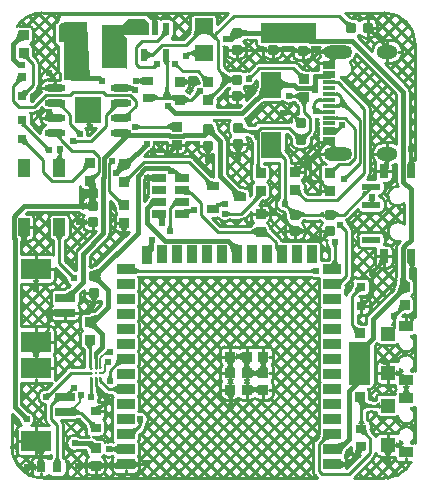
<source format=gtl>
G04 Layer: TopLayer*
G04 EasyEDA Pro v2.2.32.3, 2024-12-21 19:23:06*
G04 Gerber Generator version 0.3*
G04 Scale: 100 percent, Rotated: No, Reflected: No*
G04 Dimensions in millimeters*
G04 Leading zeros omitted, absolute positions, 3 integers and 5 decimals*
%FSLAX35Y35*%
%MOMM*%
%AMRoundRect*1,1,$1,$2,$3*1,1,$1,$4,$5*1,1,$1,0-$2,0-$3*1,1,$1,0-$4,0-$5*20,1,$1,$2,$3,$4,$5,0*20,1,$1,$4,$5,0-$2,0-$3,0*20,1,$1,0-$2,0-$3,0-$4,0-$5,0*20,1,$1,0-$4,0-$5,$2,$3,0*4,1,4,$2,$3,$4,$5,0-$2,0-$3,0-$4,0-$5,$2,$3,0*%
%ADD10C,0.2032*%
%ADD11C,0.254*%
%ADD12RoundRect,0.24X-0.33X-0.28X-0.33X0.28*%
%ADD13R,0.8X0.8*%
%ADD14R,0.86401X0.80648*%
%ADD15R,0.86401X0.80648*%
%ADD16R,1.7X0.7*%
%ADD17R,2.49999X1.8*%
%ADD18O,1.8048X0.6*%
%ADD19O,1.8X0.6*%
%ADD20R,2.28999X2.28999*%
%ADD21R,0.9X0.8*%
%ADD22RoundRect,0.24X0.33X0.28X0.33X-0.28*%
%ADD23RoundRect,0.24X0.28X-0.33X-0.28X-0.33*%
%ADD24R,1.5X1.335*%
%ADD25R,1.6X3.49999*%
%ADD26R,0.6X1.0*%
%ADD27R,1.7X2.2*%
%ADD28R,1.0X0.8*%
%ADD29R,1.2X0.75001*%
%ADD30R,0.9X0.8*%
%ADD31R,0.8X0.9*%
%ADD32C,0.23*%
%ADD33R,1.14X0.3*%
%ADD34O,1.8X1.2*%
%ADD35O,2.4X1.2*%
%ADD36R,1.0X1.5*%
%ADD37R,0.8X0.8*%
%ADD38R,0.7X1.2*%
%ADD39R,1.524X0.6*%
%ADD40R,1.2X0.9*%
%ADD41R,1.2X0.9*%
%ADD42R,1.3X1.2*%
%ADD43R,1.5X0.9*%
%ADD44R,0.9X1.5*%
%ADD45R,1.5X0.9*%
%ADD46R,0.9X0.9*%
%ADD47C,0.61*%
%ADD48C,0.6096*%
%ADD49C,0.18723*%
%ADD50C,0.381*%
%ADD51C,0.508*%
G75*


G04 Copper Start*
G36*
G01X4442460Y-4847192D02*
G01X4442460Y-4679384D01*
G03X4478000Y-4710774I35540J4424D01*
G01X4564400Y-4710774D01*
G03X4580636Y-4706883I0J35814D01*
G01X4580636Y-4769095D01*
G01X4579600Y-4769084D01*
G01X4513600Y-4769084D01*
G03X4465786Y-4816898I0J-47814D01*
G01X4465786Y-4870518D01*
G01X4442460Y-4847192D01*
G37*
G54D10*
G01X4442460Y-4847192D02*
G01X4442460Y-4679384D01*
G03X4478000Y-4710774I35540J4424D01*
G01X4564400Y-4710774D01*
G03X4580636Y-4706883I0J35814D01*
G01X4580636Y-4769095D01*
G01X4579600Y-4769084D01*
G01X4513600Y-4769084D01*
G03X4465786Y-4816898I0J-47814D01*
G01X4465786Y-4870518D01*
G01X4442460Y-4847192D01*
G54D11*
G01X3861054Y-6888200D02*
G01X3861054Y-6609236D01*
G01X3920324Y-6668505D01*
G03X3942843Y-6706951I67476J13705D01*
G01X3940994Y-6706951D01*
G03X3902640Y-6745305I0J-38354D01*
G01X3902640Y-6925305D01*
G03X3940994Y-6963659I38354J0D01*
G01X4190994Y-6963659D01*
G03X4197248Y-6963145I0J38354D01*
G01X4197248Y-6978100D01*
G01X4197141Y-6979506D01*
G03X4178300Y-6992307I11161J-36694D01*
G03X4148298Y-6977846I-30002J-23893D01*
G01X4068298Y-6977846D01*
G03X4029944Y-7016200I0J-38354D01*
G01X4029944Y-7106200D01*
G03X4048681Y-7139158I38354J0D01*
G02X3861054Y-6888200I74018J250958D01*
G01X3861054Y-6678258D02*
G01X3895565Y-6643747D01*
G01X3861054Y-6786021D02*
G01X3902650Y-6744425D01*
G01X3940114Y-6706961D02*
G01X3941402Y-6705673D01*
G01X3861112Y-6893726D02*
G01X3902640Y-6852198D01*
G01X3879048Y-6983553D02*
G01X3912088Y-6950513D01*
G01X3918534Y-7051830D02*
G01X4006706Y-6963659D01*
G01X3974381Y-7103746D02*
G01X4029944Y-7048184D01*
G01X4100281Y-6977846D02*
G01X4114469Y-6963659D01*
G01X4047180Y-7138710D02*
G01X4047479Y-7138412D01*
G01X3887415Y-7002654D02*
G01X4008246Y-7123485D01*
G01X3861054Y-6868529D02*
G01X3902640Y-6910116D01*
G01X3956183Y-6963659D02*
G01X4029944Y-7037419D01*
G01X3861054Y-6760766D02*
G01X3902640Y-6802353D01*
G01X4063947Y-6963659D02*
G01X4078134Y-6977846D01*
G01X3861054Y-6653003D02*
G01X3920768Y-6712718D01*
G01X4171710Y-6963659D02*
G01X4190355Y-6982304D01*
G01X3919200Y-3325786D02*
G03X3906219Y-3328049I0J-38354D01*
G02X4122700Y-3213354I216481J-146951D01*
G01X5693345Y-3213354D01*
G01X5599754Y-3306945D01*
G01X5599754Y-3260701D01*
G03X5561400Y-3222347I-38354J0D01*
G01X5411400Y-3222347D01*
G03X5373046Y-3260701I0J-38354D01*
G01X5373046Y-3362135D01*
G02X5368479Y-3377756I-28998J0D01*
G01X5315146Y-3431090D01*
G01X5221520Y-3431090D01*
G03X5238498Y-3399245I-21376J31845D01*
G01X5238498Y-3299245D01*
G03X5200144Y-3260891I-38354J0D01*
G01X5140144Y-3260891D01*
G03X5122646Y-3265115I0J-38354D01*
G03X5105148Y-3260891I-17498J-34130D01*
G01X5045148Y-3260891D01*
G03X5042428Y-3260987I0J-38354D01*
G01X5018220Y-3236780D01*
G03X4991100Y-3225546I-27120J-27120D01*
G01X4844684Y-3225546D01*
G03X4832757Y-3227448I0J-38354D01*
G03X4826000Y-3225546I-6757J-11052D01*
G01X4279900Y-3225546D01*
G03X4270740Y-3229340I0J-12954D01*
G01X4258040Y-3242040D01*
G03X4254246Y-3251200I9160J-9160D01*
G01X4254246Y-3273489D01*
G01X4252780Y-3274880D01*
G01X4233816Y-3293844D01*
G03X4222582Y-3320964I27120J-27120D01*
G01X4222582Y-3458066D01*
G03X4254246Y-3495832I38354J0D01*
G01X4254246Y-3708400D01*
G03X4258040Y-3717560I12954J0D01*
G01X4267990Y-3727509D01*
G01X4267990Y-3779746D01*
G01X4171259Y-3779746D01*
G03X4109931Y-3878284I0J-68354D01*
G01X4029815Y-3958399D01*
G01X4028280Y-3958399D01*
G03X4028402Y-3955346I-38232J3053D01*
G01X4028402Y-3920248D01*
G02X4032969Y-3904626I28998J0D01*
G01X4075603Y-3861993D01*
G03X4090556Y-3825892I-36101J36101D01*
G01X4090556Y-3644939D01*
G03X4075603Y-3608838I-51054J0D01*
G01X4048522Y-3581757D01*
G02X4043954Y-3566135I24431J15621D01*
G01X4043954Y-3514813D01*
G03X4021257Y-3479800I-38354J0D01*
G03X4043954Y-3444787I-15657J35013D01*
G01X4043954Y-3364140D01*
G03X4005600Y-3325786I-38354J0D01*
G01X3919200Y-3325786D01*
G01X3980634Y-3325786D02*
G01X4091158Y-3215262D01*
G01X4043954Y-3370229D02*
G01X4200829Y-3213354D01*
G01X4033476Y-3488470D02*
G01X4254246Y-3267700D01*
G01X4296400Y-3225546D02*
G01X4308592Y-3213354D01*
G01X4048302Y-3581407D02*
G01X4222582Y-3407127D01*
G01X4404163Y-3225546D02*
G01X4416355Y-3213354D01*
G01X4090556Y-3646916D02*
G01X4244672Y-3492800D01*
G01X4511926Y-3225546D02*
G01X4524118Y-3213354D01*
G01X4090556Y-3754679D02*
G01X4254246Y-3590989D01*
G01X4619689Y-3225546D02*
G01X4631881Y-3213354D01*
G01X4028402Y-3924596D02*
G01X4102933Y-3850065D01*
G01X4173252Y-3779746D02*
G01X4254246Y-3698752D01*
G01X4727452Y-3225546D02*
G01X4739644Y-3213354D01*
G01X4833570Y-3227192D02*
G01X4847407Y-3213354D01*
G01X4942979Y-3225546D02*
G01X4955171Y-3213354D01*
G01X5028864Y-3247423D02*
G01X5062934Y-3213354D01*
G01X5120118Y-3263933D02*
G01X5170697Y-3213354D01*
G01X5223211Y-3268603D02*
G01X5278460Y-3213354D01*
G01X5238498Y-3361079D02*
G01X5386223Y-3213354D01*
G01X5276250Y-3431090D02*
G01X5373046Y-3334294D01*
G01X5484993Y-3222347D02*
G01X5493986Y-3213354D01*
G01X5584795Y-3230308D02*
G01X5601749Y-3213354D01*
G01X4029612Y-3911958D02*
G01X4052934Y-3935280D01*
G01X4081020Y-3855604D02*
G01X4106816Y-3881399D01*
G01X4090556Y-3757377D02*
G01X4128196Y-3795017D01*
G01X4090556Y-3649614D02*
G01X4220689Y-3779746D01*
G01X4025983Y-3477277D02*
G01X4254246Y-3705540D01*
G01X3942125Y-3285656D02*
G01X3982255Y-3325786D01*
G01X4043954Y-3387485D02*
G01X4254246Y-3597777D01*
G01X4005369Y-3241137D02*
G01X4222583Y-3458351D01*
G01X4087701Y-3215705D02*
G01X4222582Y-3350587D01*
G01X4193112Y-3213354D02*
G01X4253725Y-3273966D01*
G01X4300875Y-3213354D02*
G01X4313067Y-3225546D01*
G01X4408638Y-3213354D02*
G01X4420830Y-3225546D01*
G01X4516401Y-3213354D02*
G01X4528593Y-3225546D01*
G01X4624165Y-3213354D02*
G01X4636357Y-3225546D01*
G01X4731928Y-3213354D02*
G01X4744120Y-3225546D01*
G01X4839691Y-3213354D02*
G01X4851883Y-3225546D01*
G01X4947454Y-3213354D02*
G01X4959646Y-3225546D01*
G01X5055217Y-3213354D02*
G01X5102754Y-3260891D01*
G01X5238498Y-3396635D02*
G01X5272953Y-3431090D01*
G01X5162980Y-3213354D02*
G01X5212594Y-3262968D01*
G01X5236421Y-3286795D02*
G01X5347931Y-3398305D01*
G01X5270743Y-3213354D02*
G01X5373046Y-3315657D01*
G01X5378506Y-3213354D02*
G01X5392487Y-3227335D01*
G01X5486269Y-3213354D02*
G01X5495262Y-3222347D01*
G01X5594032Y-3213354D02*
G01X5643688Y-3263010D01*
G01X4014813Y-5143003D02*
G03X4053167Y-5104649I0J38354D01*
G01X4053167Y-4954650D01*
G03X4014813Y-4916296I-38354J0D01*
G01X3978686Y-4916296D01*
G01X3992680Y-4902302D01*
G01X4428961Y-4902302D01*
G01X4443280Y-4916620D01*
G03X4470400Y-4927854I27120J27120D01*
G01X4472470Y-4927854D01*
G03X4463246Y-4956902I41130J-29048D01*
G01X4463246Y-5012902D01*
G03X4513600Y-5063256I50354J0D01*
G01X4572451Y-5063256D01*
G01X4424230Y-5211477D01*
G03X4407416Y-5252068I40591J-40591D01*
G01X4407416Y-5394393D01*
G03X4396976Y-5392791I-15629J-67057D01*
G01X4395116Y-5392577D01*
G01X4315841Y-5313302D01*
G01X4315840Y-5142989D01*
G03X4353141Y-5104649I-1053J38340D01*
G01X4353141Y-4954650D01*
G03X4314787Y-4916296I-38354J0D01*
G01X4214787Y-4916296D01*
G03X4176433Y-4954650I0J-38354D01*
G01X4176433Y-5104649D01*
G03X4213734Y-5142989I38354J0D01*
G01X4213733Y-5261209D01*
G03X4190994Y-5253741I-22739J-30886D01*
G01X3943604Y-5253741D01*
G01X3943604Y-5143003D01*
G01X4014813Y-5143003D01*
G01X4006570Y-4916296D02*
G01X4020564Y-4902302D01*
G01X4053167Y-4977462D02*
G01X4128328Y-4902302D01*
G01X3943604Y-5194788D02*
G01X3995389Y-5143003D01*
G01X4053167Y-5085225D02*
G01X4176433Y-4961959D01*
G01X4222096Y-4916296D02*
G01X4236091Y-4902302D01*
G01X3992414Y-5253741D02*
G01X4176433Y-5069722D01*
G01X4327641Y-4918514D02*
G01X4343854Y-4902302D01*
G01X4100177Y-5253741D02*
G01X4211093Y-5142825D01*
G01X4353141Y-5000777D02*
G01X4440289Y-4913630D01*
G01X4205209Y-5256473D02*
G01X4213733Y-5247948D01*
G01X4315840Y-5145841D02*
G01X4318899Y-5142782D01*
G01X4352920Y-5108762D02*
G01X4463246Y-4998435D01*
G01X4315841Y-5253604D02*
G01X4506668Y-5062777D01*
G01X4339873Y-5337334D02*
G01X4407416Y-5269791D01*
G01X4393755Y-5391216D02*
G01X4407416Y-5377554D01*
G01X3943604Y-5226870D02*
G01X3970475Y-5253741D01*
G01X3967500Y-5143003D02*
G01X4078238Y-5253741D01*
G01X4050629Y-5118369D02*
G01X4186001Y-5253741D01*
G01X4053167Y-5013144D02*
G01X4213734Y-5173711D01*
G01X4315841Y-5275818D02*
G01X4407416Y-5367393D01*
G01X4050088Y-4902302D02*
G01X4176433Y-5028647D01*
G01X4315840Y-5168054D02*
G01X4407416Y-5259630D01*
G01X4157851Y-4902302D02*
G01X4185470Y-4929921D01*
G01X4353141Y-5097592D02*
G01X4445628Y-5190079D01*
G01X4265614Y-4902302D02*
G01X4279608Y-4916296D01*
G01X4353141Y-4989829D02*
G01X4499510Y-5136197D01*
G01X4373377Y-4902302D02*
G01X4463246Y-4992171D01*
G01X4534332Y-5063256D02*
G01X4553391Y-5082316D01*
G01X3943604Y-6348649D02*
G01X4190994Y-6348649D01*
G03X4202897Y-6346755I0J38354D01*
G01X4154194Y-6395458D01*
G03X4084155Y-6460425I-1294J-68842D01*
G03X4146449Y-6532851I68745J-3875D01*
G01X4146448Y-6654800D01*
G03X4161402Y-6690901I51054J0D01*
G01X4177452Y-6706951D01*
G01X4032757Y-6706951D01*
G03X4054418Y-6637397I-44957J52151D01*
G03X4001505Y-6587324I-66618J-17403D01*
G01X3943604Y-6529422D01*
G01X3943604Y-6348649D01*
G01X3943604Y-6380182D02*
G01X3975137Y-6348649D01*
G01X3943604Y-6487945D02*
G01X4082900Y-6348649D01*
G01X3976747Y-6562565D02*
G01X4084736Y-6454576D01*
G01X4143176Y-6396136D02*
G01X4190663Y-6348649D01*
G01X4038673Y-6608402D02*
G01X4121499Y-6525577D01*
G01X4047887Y-6706951D02*
G01X4146448Y-6608390D01*
G01X4155650Y-6706951D02*
G01X4166551Y-6696050D01*
G01X3943604Y-6520027D02*
G01X4015217Y-6591640D01*
G01X4050960Y-6627383D02*
G01X4130528Y-6706951D01*
G01X3943604Y-6412264D02*
G01X4146448Y-6615109D01*
G01X3987752Y-6348649D02*
G01X4086224Y-6447121D01*
G01X4095515Y-6348649D02*
G01X4143024Y-6396158D01*
G01X4201741Y-6347112D02*
G01X4202140Y-6347511D01*
G01X4229348Y-6087105D02*
G01X4229348Y-5907105D01*
G03X4190994Y-5868751I-38354J0D01*
G01X3943604Y-5868751D01*
G01X3943604Y-5510449D01*
G01X4190994Y-5510449D01*
G03X4229348Y-5472095I0J38354D01*
G01X4229348Y-5371211D01*
G01X4322914Y-5464778D01*
G01X4323129Y-5466638D01*
G03X4355594Y-5520024I68658J5189D01*
G01X4340705Y-5534914D01*
G02X4311037Y-5553749I-57003J57003D01*
G01X4231006Y-5553749D01*
G03X4192652Y-5592103I0J-38354D01*
G01X4192652Y-5662103D01*
G03X4204268Y-5689600I38354J0D01*
G03X4192652Y-5717097I26739J-27497D01*
G01X4192652Y-5787097D01*
G03X4231006Y-5825451I38354J0D01*
G01X4401006Y-5825451D01*
G03X4439360Y-5787097I0J38354D01*
G01X4439360Y-5717097D01*
G03X4427745Y-5689600I-38354J0D01*
G03X4439360Y-5662103I-26739J27497D01*
G01X4439360Y-5603515D01*
G02X4463853Y-5574128I174028J-120148D01*
G01X4475946Y-5562035D01*
G01X4475946Y-5609802D01*
G03X4526300Y-5660156I50354J0D01*
G01X4592300Y-5660156D01*
G03X4616196Y-5654125I0J50354D01*
G01X4616196Y-5678522D01*
G01X4554362Y-5740356D01*
G02X4518708Y-5751486I-35654J51544D01*
G01X4478000Y-5751486D01*
G03X4439646Y-5789840I0J-38354D01*
G01X4439646Y-5870487D01*
G03X4462343Y-5905500I38354J0D01*
G03X4439646Y-5940513I15657J-35013D01*
G01X4439646Y-6021160D01*
G03X4470129Y-6058698I38354J0D01*
G01X4470146Y-6059260D01*
G01X4470146Y-6210280D01*
G01X4470147Y-6210641D01*
G01X4360158Y-6210641D01*
G03X4324058Y-6225594I0J-51054D01*
G01X4227454Y-6322198D01*
G03X4229348Y-6310295I-36460J11903D01*
G01X4229348Y-6130295D01*
G03X4222690Y-6108700I-38354J0D01*
G03X4229348Y-6087105I-31697J21595D01*
G01X3943604Y-5518077D02*
G01X3951233Y-5510449D01*
G01X3943604Y-5625840D02*
G01X4058996Y-5510449D01*
G01X3943604Y-5733604D02*
G01X4166759Y-5510449D01*
G01X4229348Y-5447860D02*
G01X4267672Y-5409536D01*
G01X3943604Y-5841367D02*
G01X4192652Y-5592318D01*
G01X4231221Y-5553749D02*
G01X4321553Y-5463417D01*
G01X4023982Y-5868751D02*
G01X4203699Y-5689035D01*
G01X4131746Y-5868751D02*
G01X4196551Y-5803945D01*
G01X4222714Y-5885545D02*
G01X4282809Y-5825451D01*
G01X4438610Y-5669650D02*
G01X4479607Y-5628652D01*
G01X4229348Y-5986675D02*
G01X4390572Y-5825451D01*
G01X4439360Y-5776663D02*
G01X4444074Y-5771949D01*
G01X4460109Y-5755914D02*
G01X4555867Y-5660156D01*
G01X4228455Y-6095331D02*
G01X4441504Y-5882282D01*
G01X4229348Y-6202201D02*
G01X4439646Y-5991903D01*
G01X4229348Y-6309965D02*
G01X4470146Y-6069166D01*
G01X4436434Y-6210641D02*
G01X4470146Y-6176929D01*
G01X4229348Y-6266955D02*
G01X4256022Y-6293630D01*
G01X4229348Y-6159192D02*
G01X4309904Y-6239748D01*
G01X3943604Y-5765686D02*
G01X4046670Y-5868751D01*
G01X4229348Y-6051429D02*
G01X4388559Y-6210641D01*
G01X3943604Y-5657923D02*
G01X4154433Y-5868751D01*
G01X4229348Y-5943666D02*
G01X4470146Y-6184465D01*
G01X3943604Y-5550160D02*
G01X4195832Y-5802388D01*
G01X4215715Y-5822271D02*
G01X4470146Y-6076702D01*
G01X4011656Y-5510449D02*
G01X4198289Y-5697081D01*
G01X4326658Y-5825451D02*
G01X4439699Y-5938491D01*
G01X4119419Y-5510449D02*
G01X4193423Y-5584452D01*
G01X4425544Y-5816574D02*
G01X4439646Y-5830675D01*
G01X4217010Y-5500276D02*
G01X4270483Y-5553749D01*
G01X4439360Y-5722626D02*
G01X4469235Y-5752501D01*
G01X4229348Y-5404851D02*
G01X4350058Y-5525561D01*
G01X4439360Y-5614863D02*
G01X4559608Y-5735111D01*
G01X4592416Y-5660156D02*
G01X4613489Y-5681229D01*
G01X4028041Y-4152875D02*
G01X4028041Y-4083754D01*
G03X4020194Y-4060507I-38354J0D01*
G01X4050962Y-4060507D01*
G03X4087063Y-4045554I0J51054D01*
G01X4116545Y-4016072D01*
G03X4145961Y-4038600I54714J40972D01*
G03X4145961Y-4165600I25298J-63500D01*
G03X4102914Y-4230179I25298J-63500D01*
G01X4040029Y-4167294D01*
G02X4028041Y-4152875I72301J72301D01*
G01X4028041Y-4140483D02*
G01X4135296Y-4033228D01*
G01X4074511Y-4201776D02*
G01X4124412Y-4151876D01*
G01X4028041Y-4125914D02*
G01X4107249Y-4205121D01*
G01X4067608Y-4057718D02*
G01X4103442Y-4093551D01*
G01X4122700Y-7149846D02*
G02X4070342Y-7144554I0J261646D01*
G01X4148298Y-7144554D01*
G03X4178300Y-7130093I0J38354D01*
G03X4208302Y-7144554I30002J23893D01*
G01X4288302Y-7144554D01*
G03X4326656Y-7106200I0J38354D01*
G01X4326656Y-7016200D01*
G03X4299464Y-6979506I-38354J0D01*
G01X4299356Y-6978100D01*
G01X4299356Y-6705600D01*
G03X4284403Y-6669499I-51054J0D01*
G01X4278554Y-6663651D01*
G01X4401006Y-6663651D01*
G03X4427059Y-6653444I0J38354D01*
G01X4427795Y-6652799D01*
G01X4484079Y-6709082D01*
G02X4488646Y-6724704I-24431J-15621D01*
G01X4488646Y-6764802D01*
G03X4513222Y-6800596I38354J0D01*
G01X4432222Y-6800596D01*
G03X4325346Y-6858000I-38022J-57404D01*
G03X4432222Y-6915404I68854J0D01*
G01X4471650Y-6915404D01*
G02X4490446Y-6921262I0J-33083D01*
G01X4490446Y-6937287D01*
G03X4513143Y-6972300I38354J0D01*
G03X4490446Y-7007313I15657J-35013D01*
G01X4490446Y-7087960D01*
G03X4528800Y-7126314I38354J0D01*
G01X4615200Y-7126314D01*
G03X4653554Y-7087960I0J38354D01*
G01X4653554Y-7007313D01*
G03X4630857Y-6972300I-38354J0D01*
G03X4643732Y-6962919I-15657J35013D01*
G03X4717407Y-6970227I42568J54119D01*
G03X4718698Y-6972795I34889J15932D01*
G03X4713942Y-6991295I33597J-18500D01*
G01X4713942Y-7081295D01*
G03X4752296Y-7119649I38354J0D01*
G01X4902295Y-7119649D01*
G03X4940649Y-7081295I0J38354D01*
G01X4940649Y-6991295D01*
G03X4935893Y-6972795I-38354J0D01*
G03X4940649Y-6954295I-33597J18500D01*
G01X4940649Y-6864295D01*
G03X4935893Y-6845795I-38354J0D01*
G03X4940649Y-6827295I-33597J18500D01*
G01X4940649Y-6799243D01*
G02X4945217Y-6783621I28998J0D01*
G01X4986688Y-6742150D01*
G03X5001641Y-6706050I-36101J36101D01*
G01X5001641Y-6701596D01*
G01X5002805Y-6700129D01*
G03X5010232Y-6620850I-52218J44880D01*
G03X4937891Y-6587576I-59645J-34399D01*
G03X4940649Y-6573295I-35596J14281D01*
G01X4940649Y-6483295D01*
G03X4935893Y-6464795I-38354J0D01*
G03X4940649Y-6446295I-33597J18500D01*
G01X4940649Y-6356295D01*
G03X4935893Y-6337795I-38354J0D01*
G03X4940649Y-6319295I-33597J18500D01*
G01X4940649Y-6229295D01*
G03X4935893Y-6210795I-38354J0D01*
G03X4940649Y-6192295I-33597J18500D01*
G01X4940649Y-6102295D01*
G03X4935893Y-6083795I-38354J0D01*
G03X4940649Y-6065295I-33597J18500D01*
G01X4940649Y-5975295D01*
G03X4935893Y-5956795I-38354J0D01*
G03X4940649Y-5938295I-33597J18500D01*
G01X4940649Y-5848295D01*
G03X4935893Y-5829795I-38354J0D01*
G03X4940649Y-5811295I-33597J18500D01*
G01X4940649Y-5721295D01*
G03X4935893Y-5702795I-38354J0D01*
G03X4940649Y-5684295I-33597J18500D01*
G01X4940649Y-5594295D01*
G03X4935893Y-5575795I-38354J0D01*
G03X4940649Y-5557295I-33597J18500D01*
G01X4940649Y-5467295D01*
G03X4936296Y-5449548I-38354J0D01*
G02X4940395Y-5448593I4099J-8316D01*
G01X6391651Y-5448593D01*
G01X6393118Y-5449757D01*
G03X6464453Y-5461108I44880J52218D01*
G03X6463951Y-5467295I37852J-6188D01*
G01X6463951Y-5557295D01*
G03X6468707Y-5575795I38354J0D01*
G03X6463951Y-5594295I33597J-18500D01*
G01X6463951Y-5684295D01*
G03X6468707Y-5702795I38354J0D01*
G03X6463951Y-5721295I33597J-18500D01*
G01X6463951Y-5811295D01*
G03X6468707Y-5829795I38354J0D01*
G03X6463951Y-5848295I33597J-18500D01*
G01X6463951Y-5938295D01*
G03X6468707Y-5956795I38354J0D01*
G03X6463951Y-5975295I33597J-18500D01*
G01X6463951Y-6065295D01*
G03X6468707Y-6083795I38354J0D01*
G03X6463951Y-6102295I33597J-18500D01*
G01X6463951Y-6192295D01*
G03X6468707Y-6210795I38354J0D01*
G03X6463951Y-6229295I33597J-18500D01*
G01X6463951Y-6319295D01*
G03X6468707Y-6337795I38354J0D01*
G03X6463951Y-6356295I33597J-18500D01*
G01X6463951Y-6446295D01*
G03X6468707Y-6464795I38354J0D01*
G03X6463951Y-6483295I33597J-18500D01*
G01X6463951Y-6573295D01*
G03X6468707Y-6591795I38354J0D01*
G03X6463951Y-6610295I33597J-18500D01*
G01X6463951Y-6700295D01*
G03X6468707Y-6718795I38354J0D01*
G03X6463951Y-6737295I33597J-18500D01*
G01X6463951Y-6779155D01*
G02X6459383Y-6794777I-28998J0D01*
G01X6426063Y-6828097D01*
G03X6411110Y-6864198I36101J-36101D01*
G01X6411110Y-7092798D01*
G03X6426063Y-7128898I51054J0D01*
G01X6447011Y-7149846D01*
G01X4122700Y-7149846D01*
G01X5628954Y-6219288D02*
G01X5628954Y-6309288D01*
G03X5638223Y-6334290I38354J0D01*
G03X5628954Y-6359293I29084J-25002D01*
G01X5628954Y-6449292D01*
G03X5667308Y-6487646I38354J0D01*
G01X5757308Y-6487646D01*
G03X5782310Y-6478377I0J38354D01*
G03X5807312Y-6487646I25002J29084D01*
G01X5897312Y-6487646D01*
G03X5922315Y-6478377I0J38354D01*
G03X5947317Y-6487646I25002J29084D01*
G01X6037317Y-6487646D01*
G03X6075671Y-6449292I0J38354D01*
G01X6075671Y-6359293D01*
G03X6066402Y-6334290I-38354J0D01*
G03X6075671Y-6309288I-29084J25002D01*
G01X6075671Y-6219288D01*
G03X6066402Y-6194285I-38354J0D01*
G03X6075671Y-6169283I-29084J25002D01*
G01X6075671Y-6079283D01*
G03X6037317Y-6040929I-38354J0D01*
G01X5947317Y-6040929D01*
G03X5922315Y-6050199I0J-38354D01*
G03X5897312Y-6040929I-25002J-29084D01*
G01X5807312Y-6040929D01*
G03X5782310Y-6050199I0J-38354D01*
G03X5757308Y-6040929I-25002J-29084D01*
G01X5667308Y-6040929D01*
G03X5628954Y-6079283I0J-38354D01*
G01X5628954Y-6169283D01*
G03X5638223Y-6194285I38354J0D01*
G03X5628954Y-6219288I29084J-25002D01*
G01X4940649Y-5490900D02*
G01X4982956Y-5448593D01*
G01X4940649Y-5598663D02*
G01X5090719Y-5448593D01*
G01X4938484Y-5708591D02*
G01X5198482Y-5448593D01*
G01X4940531Y-5814308D02*
G01X5306245Y-5448593D01*
G01X4940649Y-5921952D02*
G01X5414009Y-5448593D01*
G01X4291683Y-6678681D02*
G01X4306714Y-6663651D01*
G01X4940649Y-6029715D02*
G01X5521772Y-5448593D01*
G01X4299356Y-6778771D02*
G01X4418915Y-6659213D01*
G01X4940649Y-6137478D02*
G01X5629535Y-5448593D01*
G01X4299356Y-6886534D02*
G01X4325391Y-6860499D01*
G01X4396699Y-6789191D02*
G01X4480443Y-6705447D01*
G01X4940649Y-6245241D02*
G01X5737298Y-5448593D01*
G01X4143808Y-7149846D02*
G01X4149108Y-7144545D01*
G01X4309450Y-6984203D02*
G01X4370872Y-6922782D01*
G01X4493058Y-6800596D02*
G01X4500821Y-6792833D01*
G01X4940519Y-6353135D02*
G01X5845061Y-5448593D01*
G01X4251571Y-7149846D02*
G01X4256863Y-7144554D01*
G01X4326656Y-7074760D02*
G01X4483729Y-6917688D01*
G01X4936149Y-6465268D02*
G01X5952824Y-5448593D01*
G01X4359334Y-7149846D02*
G01X4490446Y-7018734D01*
G01X4940649Y-6568531D02*
G01X6060587Y-5448593D01*
G01X4467097Y-7149846D02*
G01X4501771Y-7115172D01*
G01X4639392Y-6977551D02*
G01X4649775Y-6967168D01*
G01X5004510Y-6612433D02*
G01X6168350Y-5448593D01*
G01X4574860Y-7149846D02*
G01X4598392Y-7126314D01*
G01X4653554Y-7071152D02*
G01X4713942Y-7010764D01*
G01X4996659Y-6728047D02*
G01X5628954Y-6095752D01*
G01X5683777Y-6040929D02*
G01X6276113Y-5448593D01*
G01X4682623Y-7149846D02*
G01X4724620Y-7107849D01*
G01X4940649Y-6891820D02*
G01X5638205Y-6194264D01*
G01X5782289Y-6050180D02*
G01X6383876Y-5448593D01*
G01X4790386Y-7149846D02*
G01X4820583Y-7119649D01*
G01X4940649Y-6999583D02*
G01X5629003Y-6311229D01*
G01X5899254Y-6040978D02*
G01X6463951Y-5476281D01*
G01X4898149Y-7149846D02*
G01X5628954Y-6419041D01*
G01X6007066Y-6040929D02*
G01X6465965Y-5582031D01*
G01X5005912Y-7149846D02*
G01X5668112Y-6487646D01*
G01X6075671Y-6080087D02*
G01X6464574Y-5691184D01*
G01X5113675Y-7149846D02*
G01X5783872Y-6479650D01*
G01X6067674Y-6195847D02*
G01X6463951Y-5799571D01*
G01X5221438Y-7149846D02*
G01X5883638Y-6487646D01*
G01X6075671Y-6295613D02*
G01X6463951Y-5907334D01*
G01X5329201Y-7149846D02*
G01X5991401Y-6487646D01*
G01X6075671Y-6403376D02*
G01X6463951Y-6015097D01*
G01X5436965Y-7149846D02*
G01X6463951Y-6122860D01*
G01X5544728Y-7149846D02*
G01X6463951Y-6230623D01*
G01X5652491Y-7149846D02*
G01X6467321Y-6335016D01*
G01X5760254Y-7149846D02*
G01X6463951Y-6446149D01*
G01X5868017Y-7149846D02*
G01X6463951Y-6553912D01*
G01X5975780Y-7149846D02*
G01X6463951Y-6661675D01*
G01X6083543Y-7149846D02*
G01X6463951Y-6769438D01*
G01X6191306Y-7149846D02*
G01X6411110Y-6930042D01*
G01X6299069Y-7149846D02*
G01X6411110Y-7037805D01*
G01X6406832Y-7149846D02*
G01X6426922Y-7129757D01*
G01X4137078Y-7144554D02*
G01X4142371Y-7149846D01*
G01X4244842Y-7144554D02*
G01X4250134Y-7149846D01*
G01X4325092Y-7117041D02*
G01X4357897Y-7149846D01*
G01X4326215Y-7010402D02*
G01X4465660Y-7149846D01*
G01X4299356Y-6875780D02*
G01X4490446Y-7066869D01*
G01X4549891Y-7126314D02*
G01X4573423Y-7149846D01*
G01X4299356Y-6768016D02*
G01X4343143Y-6811804D01*
G01X4446744Y-6915404D02*
G01X4507057Y-6975717D01*
G01X4644293Y-7112953D02*
G01X4681186Y-7149846D01*
G01X4302754Y-6663651D02*
G01X4439699Y-6800596D01*
G01X4653554Y-7014451D02*
G01X4713942Y-7074839D01*
G01X4758752Y-7119649D02*
G01X4788949Y-7149846D01*
G01X4409552Y-6662686D02*
G01X4488646Y-6741780D01*
G01X4717198Y-6970332D02*
G01X4717682Y-6970816D01*
G01X4866515Y-7119649D02*
G01X4896712Y-7149846D01*
G01X4940389Y-7085759D02*
G01X5004475Y-7149846D01*
G01X4936664Y-6974272D02*
G01X5112238Y-7149846D01*
G01X4940649Y-6870494D02*
G01X5220001Y-7149846D01*
G01X4953378Y-6775460D02*
G01X5327764Y-7149846D01*
G01X5000825Y-6715143D02*
G01X5435527Y-7149846D01*
G01X4940649Y-6547205D02*
G01X5543290Y-7149846D01*
G01X4940649Y-6439442D02*
G01X5651054Y-7149846D01*
G01X4939090Y-6330119D02*
G01X5758817Y-7149846D01*
G01X4940204Y-6223471D02*
G01X5866580Y-7149846D01*
G01X4940649Y-6116152D02*
G01X5974343Y-7149846D01*
G01X4940649Y-6008389D02*
G01X6082106Y-7149846D01*
G01X4940649Y-5900626D02*
G01X6189869Y-7149846D01*
G01X4940649Y-5792863D02*
G01X6297632Y-7149846D01*
G01X4940641Y-5685092D02*
G01X5628954Y-6373405D01*
G01X5743195Y-6487646D02*
G01X6405395Y-7149846D01*
G01X4936979Y-5573667D02*
G01X5628954Y-6265642D01*
G01X5850959Y-6487646D02*
G01X6411110Y-7047798D01*
G01X4940649Y-5469574D02*
G01X5628954Y-6157878D01*
G01X5958722Y-6487646D02*
G01X6411110Y-6940035D01*
G01X5027431Y-5448593D02*
G01X5635986Y-6057148D01*
G01X6059452Y-6480614D02*
G01X6417789Y-6838951D01*
G01X5135194Y-5448593D02*
G01X5727530Y-6040929D01*
G01X6075671Y-6389070D02*
G01X6463951Y-6777349D01*
G01X5242957Y-5448593D02*
G01X5835293Y-6040929D01*
G01X6075671Y-6281307D02*
G01X6463951Y-6669586D01*
G01X5350720Y-5448593D02*
G01X5943271Y-6041143D01*
G01X6075457Y-6173330D02*
G01X6463951Y-6561823D01*
G01X5458483Y-5448593D02*
G01X6055293Y-6045402D01*
G01X6071198Y-6061307D02*
G01X6464970Y-6455080D01*
G01X5566247Y-5448593D02*
G01X6465008Y-6347354D01*
G01X5674010Y-5448593D02*
G01X6463951Y-6238534D01*
G01X5781773Y-5448593D02*
G01X6463951Y-6130771D01*
G01X5889536Y-5448593D02*
G01X6463951Y-6023008D01*
G01X5997299Y-5448593D02*
G01X6463951Y-5915245D01*
G01X6105062Y-5448593D02*
G01X6463951Y-5807482D01*
G01X6212825Y-5448593D02*
G01X6468126Y-5703894D01*
G01X6320588Y-5448593D02*
G01X6464018Y-5592023D01*
G01X6445717Y-5465959D02*
G01X6463951Y-5484192D01*
G01X4571786Y-4191453D02*
G01X4512740Y-4250499D01*
G01X4504956Y-4250499D01*
G03X4487704Y-4191453I-67756J12246D01*
G01X4571786Y-4191453D01*
G01X4499146Y-4208194D02*
G01X4515887Y-4191453D01*
G01X4524633Y-4191453D02*
G01X4548210Y-4215030D01*
G01X4676091Y-5121979D02*
G03X4692904Y-5081388I-40591J40591D01*
G01X4692904Y-4803205D01*
G01X4727178Y-4837480D01*
G02X4731746Y-4853101I-24431J-15621D01*
G01X4731746Y-4879887D01*
G03X4754443Y-4914900I38354J0D01*
G03X4731746Y-4949913I15657J-35013D01*
G01X4731746Y-5030560D01*
G03X4770100Y-5068914I38354J0D01*
G01X4851002Y-5068914D01*
G01X4567602Y-5352314D01*
G02X4531948Y-5363444I-35654J51544D01*
G01X4526300Y-5363444D01*
G03X4522224Y-5363609I0J-50354D01*
G01X4522224Y-5275845D01*
G01X4676091Y-5121979D01*
G01X4692904Y-4876540D02*
G01X4728891Y-4840554D01*
G01X4692904Y-4984304D02*
G01X4732040Y-4945167D01*
G01X4691650Y-5093320D02*
G01X4736294Y-5048677D01*
G01X4529290Y-5363444D02*
G01X4823820Y-5068914D01*
G01X4526809Y-5271260D02*
G01X4587733Y-5332183D01*
G01X4580691Y-5217379D02*
G01X4641614Y-5278302D01*
G01X4634573Y-5163497D02*
G01X4695496Y-5224420D01*
G01X4686525Y-5107687D02*
G01X4749377Y-5170539D01*
G01X4692904Y-5006303D02*
G01X4737723Y-5051121D01*
G01X4749539Y-5062937D02*
G01X4803259Y-5116657D01*
G01X4692904Y-4898540D02*
G01X4733339Y-4938974D01*
G01X4714423Y-6452352D02*
G03X4718698Y-6464795I37873J6057D01*
G03X4713942Y-6483295I33597J-18500D01*
G01X4713942Y-6573295D01*
G03X4718698Y-6591795I38354J0D01*
G03X4713942Y-6610295I33597J-18500D01*
G01X4713942Y-6700295D01*
G03X4718698Y-6718795I38354J0D01*
G03X4713942Y-6737295I33597J-18500D01*
G01X4713942Y-6827295D01*
G03X4718698Y-6845795I38354J0D01*
G01X4717783Y-6847565D01*
G03X4652721Y-6848689I-31483J-61235D01*
G03X4615200Y-6818286I-37521J-7951D01*
G01X4574504Y-6818286D01*
G01X4573627Y-6817409D01*
G03X4549989Y-6803156I-40591J-40591D01*
G01X4617000Y-6803156D01*
G03X4655354Y-6764802I0J38354D01*
G01X4655354Y-6684802D01*
G03X4640893Y-6654800I-38354J0D01*
G03X4655354Y-6624798I-23893J30002D01*
G01X4655354Y-6544798D01*
G03X4617000Y-6506444I-38354J0D01*
G01X4593223Y-6506444D01*
G03X4587824Y-6423866I-57617J37698D01*
G01X4586660Y-6422399D01*
G01X4586660Y-6378820D01*
G01X4645236Y-6437396D01*
G03X4681337Y-6452349I36101J36101D01*
G01X4714423Y-6452352D01*
G01X4586660Y-6383704D02*
G01X4589102Y-6381262D01*
G01X4604270Y-6473857D02*
G01X4642984Y-6435144D01*
G01X4653344Y-6532546D02*
G01X4716583Y-6469307D01*
G01X4650881Y-6642773D02*
G01X4714406Y-6579247D01*
G01X4583131Y-6818286D02*
G01X4598260Y-6803156D01*
G01X4655354Y-6746063D02*
G01X4713942Y-6687475D01*
G01X4666250Y-6842930D02*
G01X4713942Y-6795238D01*
G01X4550022Y-6803156D02*
G01X4550037Y-6803171D01*
G01X4645309Y-6790680D02*
G01X4695146Y-6840516D01*
G01X4655354Y-6692962D02*
G01X4713942Y-6751549D01*
G01X4655354Y-6585199D02*
G01X4713942Y-6643786D01*
G01X4586660Y-6408742D02*
G01X4713942Y-6536023D01*
G01X5568696Y-4597400D02*
G03X5568868Y-4601845I57404J0D01*
G01X5566800Y-4601845D01*
G02X5551179Y-4597278I0J28998D01*
G01X5394800Y-4440898D01*
G03X5358699Y-4425945I-36101J-36101D01*
G01X4983637Y-4425945D01*
G01X4983472Y-4425945D01*
G01X5017505Y-4392013D01*
G03X5070159Y-4306172I-13705J67476D01*
G01X5176246Y-4306172D01*
G01X5176246Y-4370160D01*
G03X5214600Y-4408514I38354J0D01*
G01X5301000Y-4408514D01*
G03X5339354Y-4370160I0J38354D01*
G01X5339354Y-4306172D01*
G01X5441237Y-4306172D01*
G03X5441146Y-4309202I50263J-3030D01*
G01X5441146Y-4365202D01*
G03X5491500Y-4415556I50354J0D01*
G01X5557500Y-4415556D01*
G03X5568696Y-4414296I0J50354D01*
G01X5568696Y-4597400D01*
G01X5035737Y-4425945D02*
G01X5155509Y-4306172D01*
G01X5143500Y-4425945D02*
G01X5180925Y-4388519D01*
G01X5251263Y-4425945D02*
G01X5268693Y-4408514D01*
G01X5339354Y-4337853D02*
G01X5371036Y-4306172D01*
G01X5359025Y-4425946D02*
G01X5441146Y-4343825D01*
G01X5423318Y-4469416D02*
G01X5478804Y-4413930D01*
G01X5477199Y-4523298D02*
G01X5568696Y-4431801D01*
G01X5531081Y-4577179D02*
G01X5568696Y-4539564D01*
G01X5039737Y-4383268D02*
G01X5082414Y-4425945D01*
G01X5070404Y-4306172D02*
G01X5190177Y-4425945D01*
G01X5280509Y-4408514D02*
G01X5297940Y-4425945D01*
G01X5339354Y-4359596D02*
G01X5568696Y-4588938D01*
G01X5393693Y-4306172D02*
G01X5441146Y-4353625D01*
G01X5503078Y-4415556D02*
G01X5568696Y-4481175D01*
G01X5013645Y-4587499D02*
G01X5013645Y-4650001D01*
G03X5015739Y-4662500I38354J0D01*
G03X5013645Y-4675000I36260J-12499D01*
G01X5013645Y-4750001D01*
G03X5015739Y-4762500I38354J0D01*
G01X5015425Y-4763451D01*
G02X4994347Y-4798170I-81543J25747D01*
G01X4985004Y-4807513D01*
G01X4985004Y-4616140D01*
G01X5013645Y-4587499D01*
G01X4985004Y-4692204D02*
G01X5015481Y-4661726D01*
G01X4985004Y-4799967D02*
G01X5011600Y-4773371D01*
G01X4985004Y-4759587D02*
G01X5007173Y-4781756D01*
G01X4985004Y-4651824D02*
G01X5013645Y-4680465D01*
G01X5364754Y-3838487D02*
G01X5364754Y-3759415D01*
G01X5413550Y-3759415D01*
G01X5438378Y-3784243D01*
G02X5442946Y-3799865I-24431J-15621D01*
G01X5442946Y-3805202D01*
G03X5383024Y-3868311I8737J-68298D01*
G01X5382810Y-3870171D01*
G01X5361006Y-3891975D01*
G03X5342057Y-3873500I-34606J-16537D01*
G03X5364754Y-3838487I-15657J35013D01*
G01X5364754Y-3773638D02*
G01X5378977Y-3759415D01*
G01X5358553Y-3887602D02*
G01X5383724Y-3862431D01*
G01X5440614Y-3805541D02*
G01X5442946Y-3803210D01*
G01X5364102Y-3845529D02*
G01X5383380Y-3864806D01*
G01X5385752Y-3759415D02*
G01X5433443Y-3807106D01*
G01X5653580Y-4980530D02*
G03X5709080Y-4964717I10620J68030D01*
G01X5710547Y-4963554D01*
G01X5805437Y-4963554D01*
G03X5841537Y-4948600I0J51054D01*
G01X5887446Y-4902692D01*
G01X5887446Y-4956087D01*
G03X5910143Y-4991100I38354J0D01*
G03X5889004Y-5015290I15657J-35013D01*
G01X5887700Y-5015382D01*
G01X5626285Y-5015382D01*
G01X5559457Y-4948555D01*
G01X5605541Y-4948555D01*
G03X5653580Y-4980530I58659J36055D01*
G01X5575107Y-4964205D02*
G01X5590757Y-4948555D01*
G01X5631693Y-5015382D02*
G01X5665739Y-4981337D01*
G01X5739456Y-5015382D02*
G01X5791285Y-4963554D01*
G01X5847219Y-5015382D02*
G01X5890809Y-4971793D01*
G01X5605024Y-4948555D02*
G01X5606426Y-4949957D01*
G01X5626743Y-4970274D02*
G01X5671851Y-5015382D01*
G01X5727786Y-4963554D02*
G01X5779615Y-5015382D01*
G01X5829515Y-4957519D02*
G01X5887378Y-5015382D01*
G01X5884948Y-4905190D02*
G01X5887446Y-4907687D01*
G01X5709390Y-4121404D02*
G03X5695146Y-4156498I36110J-35094D01*
G01X5695146Y-4212498D01*
G03X5717727Y-4254500I50354J0D01*
G03X5695146Y-4296502I27773J-42002D01*
G01X5695146Y-4352502D01*
G03X5745500Y-4402856I50354J0D01*
G01X5811500Y-4402856D01*
G03X5861854Y-4352502I0J50354D01*
G01X5861854Y-4296502D01*
G03X5852738Y-4267606I-50354J0D01*
G01X5854700Y-4267606D01*
G02X5892546Y-4305452I0J-37846D01*
G01X5892546Y-4494440D01*
G02X5888796Y-4522452I-106502J0D01*
G03X5887446Y-4532540I37004J-10088D01*
G01X5887446Y-4613187D01*
G03X5910143Y-4648200I38354J0D01*
G03X5887446Y-4683213I15657J-35013D01*
G01X5887446Y-4754979D01*
G02X5880255Y-4765214I-56365J31956D01*
G01X5880255Y-4735205D01*
G03X5841901Y-4696851I-38354J0D01*
G01X5831257Y-4696851D01*
G02X5795603Y-4685721I0J62674D01*
G01X5683504Y-4573622D01*
G01X5683504Y-4298798D01*
G03X5666691Y-4258207I-57404J0D01*
G01X5618984Y-4210500D01*
G02X5607854Y-4174846I51544J35654D01*
G01X5607854Y-4169198D01*
G03X5573352Y-4121404I-50354J0D01*
G01X5709390Y-4121404D01*
G01X5607894Y-4177077D02*
G01X5663567Y-4121404D01*
G01X5650609Y-4242125D02*
G01X5695146Y-4197588D01*
G01X5683504Y-4316993D02*
G01X5695146Y-4305351D01*
G01X5683504Y-4424756D02*
G01X5715394Y-4392865D01*
G01X5683504Y-4532519D02*
G01X5813195Y-4402828D01*
G01X5861825Y-4354198D02*
G01X5892546Y-4323477D01*
G01X5716834Y-4606952D02*
G01X5892546Y-4431240D01*
G01X5770715Y-4660834D02*
G01X5887446Y-4544103D01*
G01X5842457Y-4696855D02*
G01X5898842Y-4640470D01*
G01X5683504Y-4488220D02*
G01X5887446Y-4692161D01*
G01X5683504Y-4380457D02*
G01X5887446Y-4584398D01*
G01X5615317Y-4204506D02*
G01X5696353Y-4285543D01*
G01X5813622Y-4402812D02*
G01X5892546Y-4481735D01*
G01X5639978Y-4121404D02*
G01X5695146Y-4176572D01*
G01X5861854Y-4343280D02*
G01X5892546Y-4373972D01*
G01X5673738Y-3871800D02*
G02X5704913Y-3848024I103871J-103871D01*
G01X5705133Y-3848170D01*
G03X5682446Y-3890102I27654J-42066D01*
G01X5682446Y-3946102D01*
G03X5732800Y-3996456I50354J0D01*
G01X5798800Y-3996456D01*
G01X5800449Y-3996429D01*
G01X5790282Y-4006596D01*
G01X5601862Y-4006596D01*
G03X5606054Y-3989160I-34162J17436D01*
G01X5606054Y-3950537D01*
G02X5610622Y-3934916I28998J0D01*
G01X5673738Y-3871800D01*
G01X5606054Y-3963390D02*
G01X5682557Y-3886887D01*
G01X5670612Y-4006596D02*
G01X5696357Y-3980850D01*
G01X5778375Y-4006596D02*
G01X5788514Y-3996456D01*
G01X5606054Y-3979718D02*
G01X5632933Y-4006596D01*
G01X5639819Y-3905719D02*
G01X5682498Y-3948399D01*
G01X5730504Y-3996404D02*
G01X5740696Y-4006596D01*
G01X5695636Y-3853774D02*
G01X5696848Y-3854985D01*
G01X6380500Y-3694086D02*
G01X6341878Y-3694086D01*
G02X6326256Y-3689518I0J28998D01*
G01X6281871Y-3645133D01*
G03X6245770Y-3630180I-36101J-36101D01*
G01X5957202Y-3630180D01*
G03X5921102Y-3645133I0J-51054D01*
G01X5864071Y-3702164D01*
G01X5862211Y-3702378D01*
G03X5831824Y-3712085I5189J-68658D01*
G03X5798800Y-3699744I-33024J-38012D01*
G01X5732800Y-3699744D01*
G03X5704913Y-3708171I0J-50354D01*
G02X5673738Y-3684396I72696J127646D01*
G01X5656490Y-3667148D01*
G01X5656490Y-3500957D01*
G03X5682446Y-3503828I20410J65760D01*
G01X5682446Y-3552402D01*
G03X5732800Y-3602756I50354J0D01*
G01X5798800Y-3602756D01*
G03X5849154Y-3552402I0J50354D01*
G01X5849154Y-3496402D01*
G03X5826573Y-3454400I-50354J0D01*
G03X5837150Y-3445029I-27773J42002D01*
G02X5867950Y-3441802I30800J-145360D01*
G01X5930646Y-3441802D01*
G01X5930646Y-3466325D01*
G03X5969000Y-3504679I38354J0D01*
G01X5987246Y-3504679D01*
G01X5987246Y-3552402D01*
G03X6037600Y-3602756I50354J0D01*
G01X6103600Y-3602756D01*
G03X6153954Y-3552402I0J50354D01*
G01X6153954Y-3504679D01*
G01X6241441Y-3504679D01*
G03X6241246Y-3509102I50159J-4423D01*
G01X6241246Y-3565102D01*
G03X6291600Y-3615456I50354J0D01*
G01X6357600Y-3615456D01*
G03X6407954Y-3565102I0J50354D01*
G01X6407954Y-3509102D01*
G03X6407810Y-3505302I-50354J0D01*
G01X6473188Y-3505302D01*
G03X6477012Y-3589012I90802J-37795D01*
G03X6451648Y-3625099I12991J-36087D01*
G01X6451648Y-3685097D01*
G03X6452567Y-3693440I38354J0D01*
G01X6426199Y-3693440D01*
G03X6400321Y-3699604I0J-57404D01*
G03X6380500Y-3694086I-19820J-32836D01*
G01X5656490Y-3589665D02*
G01X5683501Y-3562654D01*
G01X5671630Y-3682288D02*
G01X5751162Y-3602756D01*
G01X5849154Y-3504764D02*
G01X5912117Y-3441802D01*
G01X5761938Y-3699744D02*
G01X5958475Y-3503207D01*
G01X5933350Y-3636094D02*
G01X5993231Y-3576213D01*
G01X6047028Y-3630180D02*
G01X6074451Y-3602756D01*
G01X6153954Y-3523254D02*
G01X6172528Y-3504679D01*
G01X6154791Y-3630180D02*
G01X6241246Y-3543725D01*
G01X6260410Y-3632324D02*
G01X6278904Y-3613830D01*
G01X6318617Y-3681880D02*
G01X6466014Y-3534483D01*
G01X6413367Y-3694892D02*
G01X6451648Y-3656612D01*
G01X5656490Y-3599101D02*
G01X5757133Y-3699744D01*
G01X5668716Y-3503564D02*
G01X5682446Y-3517294D01*
G01X5767908Y-3602756D02*
G01X5865694Y-3700542D01*
G01X5845104Y-3572188D02*
G01X5919575Y-3646660D01*
G01X5831428Y-3450750D02*
G01X6010858Y-3630180D01*
G01X5930243Y-3441802D02*
G01X5930646Y-3442205D01*
G01X6091198Y-3602756D02*
G01X6118621Y-3630180D01*
G01X6153696Y-3557492D02*
G01X6226384Y-3630180D01*
G01X6208647Y-3504679D02*
G01X6241246Y-3537279D01*
G01X6319424Y-3615456D02*
G01X6402519Y-3698552D01*
G01X6401499Y-3589768D02*
G01X6451648Y-3639918D01*
G01X6424795Y-3505302D02*
G01X6465685Y-3546191D01*
G01X5849154Y-3946102D02*
G01X5849154Y-3890102D01*
G03X5826573Y-3848100I-50354J0D01*
G03X5840449Y-3834397I-27773J42002D01*
G03X5934546Y-3786277I26951J63360D01*
G01X5934546Y-3837808D01*
G02X5923416Y-3873462I-62674J0D01*
G01X5849127Y-3947752D01*
G01X5849154Y-3946102D01*
G01X5828075Y-3849133D02*
G01X5842124Y-3835083D01*
G01X5849154Y-3935817D02*
G01X5932902Y-3852068D01*
G01X5849154Y-3899528D02*
G01X5873252Y-3923626D01*
G01X5892530Y-3835141D02*
G01X5926290Y-3868901D01*
G01X5854651Y-4104591D02*
G01X5979598Y-3979644D01*
G02X6015252Y-3968514I35654J-51544D01*
G01X6142900Y-3968514D01*
G03X6159792Y-3964593I0J38354D01*
G03X6206393Y-3986541I50508J46796D01*
G03X6255180Y-3970015I3907J68743D01*
G01X6256141Y-3969253D01*
G03X6286229Y-4001298I37959J5493D01*
G01X6286246Y-4001860D01*
G01X6286246Y-4050436D01*
G03X6289378Y-4068044I51054J0D01*
G01X6278900Y-4068044D01*
G03X6228546Y-4118398I0J-50354D01*
G01X6228546Y-4137120D01*
G03X6210300Y-4133748I-18246J-47682D01*
G01X5969000Y-4133748D01*
G03X5932899Y-4148702I0J-51054D01*
G01X5916659Y-4164942D01*
G01X5861854Y-4165447D01*
G01X5861854Y-4156498D01*
G03X5840186Y-4115114I-50354J0D01*
G03X5854651Y-4104591I-26126J51114D01*
G01X5859431Y-4141066D02*
G01X6031983Y-3968514D01*
G01X5974511Y-4133748D02*
G01X6139746Y-3968514D01*
G01X6082275Y-4133748D02*
G01X6233341Y-3982682D01*
G01X6190038Y-4133748D02*
G01X6286246Y-4037540D01*
G01X5845878Y-4111779D02*
G01X5899202Y-4165103D01*
G01X5900552Y-4058689D02*
G01X5975611Y-4133748D01*
G01X5954434Y-4004808D02*
G01X6083374Y-4133748D01*
G01X6025903Y-3968514D02*
G01X6191137Y-4133748D01*
G01X6133666Y-3968514D02*
G01X6245695Y-4080543D01*
G01X6248198Y-3975283D02*
G01X6286246Y-4013331D01*
G01X6055122Y-5042625D02*
G02X6050554Y-5027004I24431J15621D01*
G01X6050554Y-5026113D01*
G03X6027857Y-4991100I-38354J0D01*
G03X6050554Y-4956087I-15657J35013D01*
G01X6050554Y-4875440D01*
G03X6012200Y-4837086I-38354J0D01*
G01X5953052Y-4837086D01*
G01X5979111Y-4811027D01*
G02X5992240Y-4802214I28962J-28962D01*
G01X6012200Y-4802214D01*
G03X6050554Y-4763860I0J38354D01*
G01X6050554Y-4683213D01*
G03X6027857Y-4648200I-38354J0D01*
G03X6050554Y-4613187I-15657J35013D01*
G01X6050554Y-4532540D01*
G03X6012200Y-4494186I-38354J0D01*
G01X5994654Y-4494186D01*
G01X5994654Y-4481594D01*
G01X6120244Y-4481594D01*
G01X6120244Y-4784948D01*
G01X6119080Y-4786415D01*
G03X6166109Y-4899953I52218J-44880D01*
G01X6167969Y-4900168D01*
G01X6173179Y-4905378D01*
G02X6177746Y-4920999I-24431J-15621D01*
G01X6177746Y-4949098D01*
G03X6200327Y-4991100I50354J0D01*
G03X6177746Y-5033102I27773J-42002D01*
G01X6177746Y-5089102D01*
G03X6228100Y-5139456I50354J0D01*
G01X6294100Y-5139456D01*
G03X6344454Y-5089102I0J50354D01*
G01X6344454Y-5033102D01*
G03X6321873Y-4991100I-50354J0D01*
G03X6338296Y-4973228I-27773J42002D01*
G02X6344200Y-4972152I5904J-15658D01*
G01X6470100Y-4972152D01*
G02X6476004Y-4973228I0J-16734D01*
G03X6492427Y-4991100I44196J24130D01*
G03X6469846Y-5033102I27773J-42002D01*
G01X6469846Y-5089102D01*
G03X6520200Y-5139456I50354J0D01*
G01X6530915Y-5139456D01*
G03X6545585Y-5200673I66888J-16337D01*
G01X6546748Y-5202140D01*
G01X6546749Y-5301941D01*
G01X6502305Y-5301941D01*
G03X6484154Y-5306508I0J-38354D01*
G01X6484154Y-5182305D01*
G03X6445800Y-5143951I-38354J0D01*
G01X6355800Y-5143951D01*
G03X6337300Y-5148708I0J-38354D01*
G03X6318800Y-5143951I-18500J-33597D01*
G01X6228800Y-5143951D01*
G03X6210300Y-5148708I0J-38354D01*
G03X6191800Y-5143951I-18500J-33597D01*
G01X6146087Y-5143951D01*
G03X6132635Y-5120138I-49553J-12288D01*
G01X6055122Y-5042625D01*
G01X6036471Y-4502842D02*
G01X6057718Y-4481594D01*
G01X6050554Y-4596521D02*
G01X6120244Y-4526832D01*
G01X6050554Y-4704284D02*
G01X6120244Y-4634595D01*
G01X6023739Y-4838863D02*
G01X6120244Y-4742358D01*
G01X6050554Y-4919810D02*
G01X6109240Y-4861124D01*
G01X6050560Y-5027568D02*
G01X6172964Y-4905163D01*
G01X6099194Y-5086697D02*
G01X6197107Y-4988783D01*
G01X6149703Y-5143951D02*
G01X6182723Y-5110930D01*
G01X6257466Y-5143951D02*
G01X6261960Y-5139456D01*
G01X6344454Y-5056963D02*
G01X6429265Y-4972152D01*
G01X6365229Y-5143951D02*
G01X6469846Y-5039334D01*
G01X6466759Y-5150184D02*
G01X6488620Y-5128323D01*
G01X6484154Y-5240552D02*
G01X6536862Y-5187844D01*
G01X6530528Y-5301941D02*
G01X6546749Y-5285720D01*
G01X6050015Y-4962494D02*
G01X6177759Y-5090238D01*
G01X6226965Y-5139444D02*
G01X6231472Y-5143951D01*
G01X5997499Y-4802214D02*
G01X6192638Y-4997354D01*
G01X6324516Y-5129232D02*
G01X6341859Y-5146574D01*
G01X6484154Y-5288870D02*
G01X6497525Y-5302240D01*
G01X6050554Y-4747507D02*
G01X6107775Y-4804728D01*
G01X6344454Y-5041406D02*
G01X6447018Y-5143970D01*
G01X6484135Y-5181087D02*
G01X6546749Y-5243701D01*
G01X6044570Y-4633760D02*
G01X6120244Y-4709433D01*
G01X6382962Y-4972152D02*
G01X6469846Y-5059036D01*
G01X6000167Y-4481594D02*
G01X6012764Y-4494190D01*
G01X6050550Y-4531977D02*
G01X6120244Y-4601670D01*
G01X6107930Y-4481594D02*
G01X6120244Y-4493907D01*
G01X6439154Y-4114444D02*
G03X6451648Y-4113648I1885J68828D01*
G01X6451648Y-4115093D01*
G03X6452977Y-4125100I38354J0D01*
G03X6451648Y-4135106I37026J-10006D01*
G01X6451648Y-4165106D01*
G03X6453185Y-4175852I38354J0D01*
G03X6452055Y-4185093I37224J-9241D01*
G01X6452055Y-4215105D01*
G01X6452055Y-4245116D01*
G03X6453244Y-4254592I38354J0D01*
G03X6451775Y-4265103I36886J-10511D01*
G01X6451775Y-4325101D01*
G03X6477021Y-4361145I38354J0D01*
G03X6518321Y-4494186I86969J-45933D01*
G01X6510000Y-4494186D01*
G03X6471646Y-4532540I0J-38354D01*
G01X6471646Y-4613187D01*
G03X6494343Y-4648200I38354J0D01*
G03X6471646Y-4683213I15657J-35013D01*
G01X6471646Y-4749585D01*
G01X6372050Y-4749585D01*
G01X6347222Y-4724757D01*
G02X6342654Y-4709135I24431J15621D01*
G01X6342654Y-4670513D01*
G03X6319957Y-4635500I-38354J0D01*
G03X6342654Y-4600487I-15657J35013D01*
G01X6342654Y-4519840D01*
G03X6304300Y-4481486I-38354J0D01*
G01X6222352Y-4481486D01*
G01X6222352Y-4446638D01*
G03X6207398Y-4410537I-51054J0D01*
G01X6190066Y-4393205D01*
G02X6181254Y-4380076I28962J28962D01*
G01X6181254Y-4235856D01*
G01X6189153Y-4235856D01*
G01X6223979Y-4270682D01*
G02X6228546Y-4286304I-24431J-15621D01*
G01X6228546Y-4314402D01*
G03X6278900Y-4364756I50354J0D01*
G01X6344900Y-4364756D01*
G03X6395254Y-4314402I0J50354D01*
G01X6395254Y-4286304D01*
G02X6399821Y-4270682I28998J0D01*
G01X6424201Y-4246303D01*
G03X6439154Y-4210202I-36101J36101D01*
G01X6439154Y-4114444D01*
G01X6181254Y-4250295D02*
G01X6192423Y-4239126D01*
G01X6181254Y-4358058D02*
G01X6228546Y-4310766D01*
G01X6218897Y-4428178D02*
G01X6282319Y-4364756D01*
G01X6439154Y-4207921D02*
G01X6452055Y-4195021D01*
G01X6273352Y-4481486D02*
G01X6451775Y-4303063D01*
G01X6342654Y-4519947D02*
G01X6466219Y-4396382D01*
G01X6329105Y-4641259D02*
G01X6494092Y-4476272D01*
G01X6350296Y-4727831D02*
G01X6471646Y-4606482D01*
G01X6436306Y-4749585D02*
G01X6471646Y-4714245D01*
G01X6343909Y-4717572D02*
G01X6375922Y-4749585D01*
G01X6341942Y-4607843D02*
G01X6471646Y-4737546D01*
G01X6181254Y-4339391D02*
G01X6491486Y-4649623D01*
G01X6185482Y-4235856D02*
G01X6227201Y-4277575D01*
G01X6314382Y-4364756D02*
G01X6472805Y-4523179D01*
G01X6391315Y-4333926D02*
G01X6465643Y-4408254D01*
G01X6417828Y-4252676D02*
G01X6451775Y-4286623D01*
G01X6439154Y-4166239D02*
G01X6452458Y-4179543D01*
G01X6656458Y-3763993D02*
G03X6652328Y-3760289I-36101J-36101D01*
G03X6725757Y-3632142I21674J72692D01*
G03X6779826Y-3565206I-41768J89045D01*
G01X7118096Y-3903475D01*
G01X7118096Y-4320222D01*
G03X7071998Y-4308749I-46098J-86882D01*
G01X7011998Y-4308749D01*
G03X6944273Y-4478425I0J-98354D01*
G03X6940551Y-4494906I34633J-16481D01*
G01X6940551Y-4614906D01*
G03X6941132Y-4621553I38354J0D01*
G01X6867948Y-4621553D01*
G01X6881401Y-4608101D01*
G03X6896354Y-4572000I-36101J36101D01*
G01X6896354Y-4025036D01*
G03X6881401Y-3988936I-51054J0D01*
G01X6656458Y-3763993D01*
G01X6662007Y-3769542D02*
G01X6668311Y-3763238D01*
G01X6749643Y-3681906D02*
G01X6823085Y-3608464D01*
G01X6715889Y-3823424D02*
G01X6876967Y-3662346D01*
G01X6769770Y-3877305D02*
G01X6930848Y-3716227D01*
G01X6823652Y-3931187D02*
G01X6984730Y-3770109D01*
G01X6877533Y-3985068D02*
G01X7038611Y-3823990D01*
G01X6896354Y-4074010D02*
G01X7092493Y-3877872D01*
G01X6896354Y-4181774D02*
G01X7118096Y-3960032D01*
G01X6896354Y-4289537D02*
G01X7118096Y-4067795D01*
G01X6896354Y-4397300D02*
G01X6919233Y-4374421D01*
G01X6979316Y-4314338D02*
G01X7118096Y-4175558D01*
G01X6896354Y-4505063D02*
G01X6934173Y-4467243D01*
G01X7090845Y-4310572D02*
G01X7118096Y-4283321D01*
G01X6887627Y-4621553D02*
G01X6940551Y-4568629D01*
G01X6881208Y-4608293D02*
G01X6894468Y-4621553D01*
G01X6896354Y-4515676D02*
G01X6940551Y-4559873D01*
G01X6896354Y-4407913D02*
G01X6915739Y-4427298D01*
G01X6896354Y-4300150D02*
G01X6938242Y-4342037D01*
G01X6896354Y-4192387D02*
G01X7012717Y-4308749D01*
G01X6896354Y-4084623D02*
G01X7118096Y-4306365D01*
G01X6682471Y-3762978D02*
G01X7118096Y-4198602D01*
G01X6744024Y-3716767D02*
G01X7118096Y-4090839D01*
G01X6750538Y-3615518D02*
G01X7118096Y-3983076D01*
G01X6721478Y-3252179D02*
G01X6682653Y-3213354D01*
G01X7015200Y-3213354D01*
G02X7276846Y-3475000I0J-261646D01*
G01X7276846Y-4456552D01*
G01X7232904Y-4456552D01*
G01X7232904Y-3879698D01*
G03X7216091Y-3839107I-57404J0D01*
G01X7018435Y-3641451D01*
G01X7071998Y-3641451D01*
G03X7071998Y-3444743I0J98354D01*
G01X7011998Y-3444743D01*
G03X6913842Y-3536858I0J-98354D01*
G01X6792435Y-3415451D01*
G03X6807200Y-3400873I-27238J42351D01*
G03X6849202Y-3423454I42002J27773D01*
G01X6905202Y-3423454D01*
G03X6955556Y-3373100I0J50354D01*
G01X6955556Y-3307100D01*
G03X6905202Y-3256746I-50354J0D01*
G01X6849202Y-3256746D01*
G03X6807200Y-3279327I0J-50354D01*
G03X6765198Y-3256746I-42002J-27773D01*
G01X6737099Y-3256746D01*
G02X6721478Y-3252179I0J28998D01*
G01X6743751Y-3256746D02*
G01X6787143Y-3213354D01*
G01X6851514Y-3256746D02*
G01X6894906Y-3213354D01*
G01X6796503Y-3419520D02*
G01X6810596Y-3405427D01*
G01X6942620Y-3273403D02*
G01X7002669Y-3213354D01*
G01X6850385Y-3473401D02*
G01X6900332Y-3423454D01*
G01X6955556Y-3368230D02*
G01X7097238Y-3226548D01*
G01X6904267Y-3527283D02*
G01X6918274Y-3513275D01*
G01X6982176Y-3449373D02*
G01X7168547Y-3263002D01*
G01X7092425Y-3446888D02*
G01X7223131Y-3316181D01*
G01X7155671Y-3491404D02*
G01X7261199Y-3385876D01*
G01X7065911Y-3688927D02*
G01X7276846Y-3477992D01*
G01X7119793Y-3742809D02*
G01X7276846Y-3585755D01*
G01X7173674Y-3796690D02*
G01X7276846Y-3693518D01*
G01X7225903Y-3852225D02*
G01X7276846Y-3801282D01*
G01X7232904Y-3952987D02*
G01X7276846Y-3909045D01*
G01X7232904Y-4060750D02*
G01X7276846Y-4016808D01*
G01X7232904Y-4168513D02*
G01X7276846Y-4124571D01*
G01X7232904Y-4276276D02*
G01X7276846Y-4232334D01*
G01X7232904Y-4384039D02*
G01X7276846Y-4340097D01*
G01X7268154Y-4456552D02*
G01X7276846Y-4447860D01*
G01X7232904Y-4421173D02*
G01X7268282Y-4456552D01*
G01X7232904Y-4313410D02*
G01X7276846Y-4357352D01*
G01X7232904Y-4205647D02*
G01X7276846Y-4249589D01*
G01X7232904Y-4097884D02*
G01X7276846Y-4141826D01*
G01X7232904Y-3990121D02*
G01X7276846Y-4034063D01*
G01X7232904Y-3882358D02*
G01X7276846Y-3926300D01*
G01X6881763Y-3423454D02*
G01X6937357Y-3479048D01*
G01X7096626Y-3638317D02*
G01X7276846Y-3818537D01*
G01X6779426Y-3213354D02*
G01X6827659Y-3261587D01*
G01X6953481Y-3387409D02*
G01X7010822Y-3444750D01*
G01X7157600Y-3591528D02*
G01X7276846Y-3710774D01*
G01X6887189Y-3213354D02*
G01X7276846Y-3603011D01*
G01X6994952Y-3213354D02*
G01X7276846Y-3495248D01*
G01X7128536Y-3239175D02*
G01X7251025Y-3361664D01*
G01X6713112Y-5007487D02*
G01X6712897Y-5005627D01*
G03X6696666Y-4966181I-68658J-5189D01*
G03X6708808Y-4957198I-23959J45083D01*
G01X6789857Y-4876149D01*
G03X6827698Y-4908248I37841J6255D01*
G01X6980098Y-4908248D01*
G03X7018452Y-4869894I0J38354D01*
G01X7018452Y-4809894D01*
G03X6980098Y-4771540I-38354J0D01*
G01X6977559Y-4771540D01*
G03X6975551Y-4758261I-68759J-3609D01*
G01X6980098Y-4758261D01*
G03X7018452Y-4719907I0J38354D01*
G01X7018452Y-4659907D01*
G03X7017871Y-4653260I-38354J0D01*
G01X7048905Y-4653260D01*
G03X7087259Y-4614906I0J38354D01*
G01X7087259Y-4504266D01*
G03X7117248Y-4494429I-15262J97163D01*
G01X7117248Y-4629093D01*
G03X7118096Y-4638922I57404J0D01*
G01X7118096Y-4641698D01*
G03X7134338Y-4681709I57404J0D01*
G03X7049522Y-4790277I-5422J-83179D01*
G03X7181596Y-4829486I79394J25390D01*
G01X7181596Y-5000289D01*
G03X7047669Y-5046261I-52680J-64598D01*
G03X7148196Y-5145982I81248J-18626D01*
G01X7134061Y-5160117D01*
G03X7117248Y-5200707I40591J-40591D01*
G01X7117248Y-5349081D01*
G03X7118096Y-5358911I57404J0D01*
G01X7118096Y-5440590D01*
G02X7109606Y-5482964I-109993J0D01*
G03X7106646Y-5497740I35394J-14776D01*
G01X7106646Y-5513912D01*
G02X7095516Y-5549566I-62674J0D01*
G01X6878202Y-5766880D01*
G03X6861388Y-5807471I40591J-40591D01*
G01X6861388Y-5847024D01*
G03X6850400Y-5845417I-10988J-36746D01*
G01X6811778Y-5845417D01*
G02X6796156Y-5840849I0J28998D01*
G01X6791521Y-5836214D01*
G01X6791521Y-5771700D01*
G01X6856692Y-5771700D01*
G03X6895046Y-5733346I0J38354D01*
G01X6895046Y-5653347D01*
G03X6856692Y-5614993I-38354J0D01*
G01X6808355Y-5614993D01*
G02X6821568Y-5611807I13213J-25813D01*
G01X6856667Y-5611807D01*
G03X6895021Y-5573453I0J38354D01*
G01X6895021Y-5493454D01*
G03X6856667Y-5455100I-38354J0D01*
G01X6776667Y-5455100D01*
G03X6738313Y-5493454I0J-38354D01*
G01X6738313Y-5528552D01*
G02X6733745Y-5544174I-28998J0D01*
G01X6704366Y-5573553D01*
G03X6690658Y-5598444I36101J-36101D01*
G01X6690658Y-5594295D01*
G03X6685902Y-5575795I-38354J0D01*
G03X6690658Y-5557295I-33597J18500D01*
G01X6690658Y-5523515D01*
G02X6699471Y-5510386I37774J-15833D01*
G01X6731140Y-5478717D01*
G03X6746093Y-5442616I-36101J36101D01*
G01X6746093Y-5061616D01*
G03X6731140Y-5025515I-51054J0D01*
G01X6713112Y-5007487D01*
G01X6940551Y-5214894D02*
G01X6940551Y-5334894D01*
G03X6978905Y-5373248I38354J0D01*
G01X7048905Y-5373248D01*
G03X7087259Y-5334894I0J38354D01*
G01X7087259Y-5214894D01*
G03X7048905Y-5176540I-38354J0D01*
G01X7017871Y-5176540D01*
G03X7018452Y-5169893I-37774J6647D01*
G01X7018452Y-5109893D01*
G03X6980098Y-5071539I-38354J0D01*
G01X6827698Y-5071539D01*
G03X6789344Y-5109893I0J-38354D01*
G01X6789344Y-5169893D01*
G03X6827698Y-5208247I38354J0D01*
G01X6941132Y-5208247D01*
G03X6940551Y-5214894I37774J-6647D01*
G01X7087259Y-4529684D02*
G01X7117248Y-4499695D01*
G01X6715165Y-5009541D02*
G01X6817766Y-4906940D01*
G01X7018452Y-4706254D02*
G01X7117248Y-4607458D01*
G01X6746093Y-5086376D02*
G01X6924221Y-4908248D01*
G01X7018452Y-4814017D02*
G01X7047915Y-4784554D01*
G01X6746093Y-5194139D02*
G01X6789344Y-5150888D01*
G01X6868693Y-5071539D02*
G01X7097953Y-4842279D01*
G01X6746093Y-5301902D02*
G01X6839748Y-5208247D01*
G01X6976456Y-5071539D02*
G01X7181596Y-4866399D01*
G01X6746093Y-5409665D02*
G01X6940551Y-5215207D01*
G01X7018452Y-5137306D02*
G01X7054107Y-5101651D01*
G01X7165681Y-4990077D02*
G01X7181596Y-4974162D01*
G01X6686532Y-5576989D02*
G01X6738313Y-5525209D01*
G01X6808422Y-5455100D02*
G01X6940551Y-5322970D01*
G01X7075886Y-5187635D02*
G01X7116248Y-5147274D01*
G01X6892219Y-5479065D02*
G01X6998036Y-5373248D01*
G01X7087259Y-5284025D02*
G01X7117248Y-5254036D01*
G01X6863454Y-5615593D02*
G01X6869424Y-5609624D01*
G01X6892837Y-5586211D02*
G01X7118096Y-5360951D01*
G01X6791521Y-5795290D02*
G01X6815110Y-5771700D01*
G01X6895046Y-5691765D02*
G01X7112940Y-5473870D01*
G01X6849157Y-5845417D02*
G01X6861388Y-5833185D01*
G01X6791521Y-5811762D02*
G01X6825175Y-5845417D01*
G01X6859143Y-5771622D02*
G01X6868085Y-5780564D01*
G01X6702570Y-5507286D02*
G01X6735752Y-5540467D01*
G01X6809653Y-5614368D02*
G01X6810277Y-5614993D01*
G01X6895046Y-5699761D02*
G01X6920183Y-5724899D01*
G01X6746091Y-5443044D02*
G01X6761342Y-5458294D01*
G01X6891826Y-5588778D02*
G01X6974065Y-5671017D01*
G01X6746093Y-5335283D02*
G01X6867460Y-5456650D01*
G01X6893470Y-5482660D02*
G01X7027946Y-5617136D01*
G01X6746093Y-5227520D02*
G01X7081828Y-5563254D01*
G01X6746093Y-5119756D02*
G01X6789344Y-5163007D01*
G01X6834584Y-5208247D02*
G01X6940551Y-5314215D01*
G01X6999585Y-5373248D02*
G01X7109517Y-5483180D01*
G01X6698975Y-4964875D02*
G01X6809978Y-5075878D01*
G01X7084141Y-5350041D02*
G01X7118096Y-5383996D01*
G01X6753934Y-4912072D02*
G01X6913402Y-5071539D01*
G01X7017949Y-5176086D02*
G01X7018403Y-5176540D01*
G01X7087259Y-5245396D02*
G01X7117248Y-5275385D01*
G01X6857874Y-4908248D02*
G01X7057502Y-5107876D01*
G01X7085927Y-5136302D02*
G01X7123766Y-5174140D01*
G01X6965637Y-4908248D02*
G01X7066749Y-5009360D01*
G01X7018452Y-4853300D02*
G01X7149186Y-4984034D01*
G01X7012823Y-4739908D02*
G01X7045961Y-4773046D01*
G01X7120758Y-4847843D02*
G01X7181596Y-4908681D01*
G01X7033938Y-4653260D02*
G01X7078891Y-4698213D01*
G01X7087259Y-4598818D02*
G01X7117248Y-4628807D01*
G01X7098127Y-4501923D02*
G01X7117248Y-4521044D01*
G01X6690658Y-6954295D02*
G01X6690658Y-6953840D01*
G02X6701788Y-6918186I62673J0D01*
G01X6734410Y-6885564D01*
G01X6734410Y-6917202D01*
G03X6772764Y-6955556I38354J0D01*
G01X6806604Y-6955556D01*
G01X6695017Y-7067144D01*
G01X6690658Y-7067144D01*
G01X6690658Y-6991295D01*
G03X6685902Y-6972795I-38354J0D01*
G03X6690658Y-6954295I-33597J18500D01*
G01X6687764Y-6976678D02*
G01X6736072Y-6928370D01*
G01X6690658Y-7004057D02*
G01X6724381Y-7037779D01*
G01X6707169Y-6912805D02*
G01X6778262Y-6983898D01*
G01X7015200Y-7149846D02*
G01X6756717Y-7149846D01*
G01X6930064Y-6976498D01*
G03X6944980Y-6942353I-36101J36101D01*
G03X6982205Y-6971467I37224J9240D01*
G01X7103842Y-6971467D01*
G01X7103842Y-6980597D01*
G03X7142196Y-7018951I38354J0D01*
G01X7241834Y-7018951D01*
G02X7015200Y-7149846I-226634J130751D01*
G01X6837885Y-7149846D02*
G01X7016264Y-6971467D01*
G01X6945648Y-7149846D02*
G01X7105111Y-6990383D01*
G01X7056727Y-7146530D02*
G01X7184306Y-7018951D01*
G01X6796582Y-7109981D02*
G01X6836447Y-7149846D01*
G01X6850464Y-7056099D02*
G01X6944210Y-7149846D01*
G01X6904345Y-7002218D02*
G01X7049690Y-7147563D01*
G01X6981348Y-6971457D02*
G01X7132146Y-7122256D01*
G01X7089121Y-6971467D02*
G01X7104326Y-6986672D01*
G01X7136120Y-7018467D02*
G01X7195479Y-7077826D01*
G01X7262195Y-6558957D02*
G03X7276846Y-6556048I0J38354D01*
G01X7276846Y-6855152D01*
G03X7262195Y-6852243I-14651J-35446D01*
G01X7241980Y-6852243D01*
G03X7242284Y-6729182I-39785J61629D01*
G03X7129763Y-6779014I-40088J-61432D01*
G03X7112204Y-6774759I-17559J-34099D01*
G01X6982205Y-6774759D01*
G03X6944495Y-6806111I0J-38354D01*
G03X6930064Y-6777297I-50531J-7286D01*
G01X6905685Y-6752918D01*
G02X6901118Y-6737296I24431J15621D01*
G01X6901118Y-6697198D01*
G03X6873392Y-6660346I-38354J0D01*
G01X6873308Y-6659098D01*
G01X6873308Y-6598027D01*
G02X6911154Y-6589542I37846J-80161D01*
G01X6943851Y-6589541D01*
G01X6943851Y-6598112D01*
G03X6982205Y-6636466I38354J0D01*
G01X7112204Y-6636466D01*
G03X7129763Y-6632211I0J38354D01*
G03X7242303Y-6682031I72432J11599D01*
G03X7241941Y-6558957I-40108J61419D01*
G01X7262195Y-6558957D01*
G01X6888193Y-6668485D02*
G01X6945976Y-6610702D01*
G01X6908604Y-6755837D02*
G01X7027975Y-6636466D01*
G01X6997445Y-6774759D02*
G01X7131613Y-6640591D01*
G01X7105208Y-6774759D02*
G01X7187490Y-6692478D01*
G01X7274061Y-6605906D02*
G01X7276846Y-6603121D01*
G01X7251464Y-6736267D02*
G01X7276846Y-6710885D01*
G01X7243250Y-6852243D02*
G01X7246157Y-6849337D01*
G01X7260918Y-6834575D02*
G01X7276846Y-6818648D01*
G01X6873308Y-6647891D02*
G01X7000176Y-6774759D01*
G01X6922721Y-6589542D02*
G01X6947395Y-6614215D01*
G01X6966102Y-6632922D02*
G01X7107939Y-6774759D01*
G01X7077409Y-6636466D02*
G01X7167127Y-6726184D01*
G01X7266625Y-6825682D02*
G01X7276846Y-6835903D01*
G01X7234953Y-6686247D02*
G01X7276846Y-6728140D01*
G01X7275534Y-6619065D02*
G01X7276846Y-6620377D01*
G01X7262195Y-5949357D02*
G03X7276846Y-5946448I0J38354D01*
G01X7276846Y-6245552D01*
G03X7262195Y-6242643I-14651J-35446D01*
G01X7241980Y-6242643D01*
G03X7242284Y-6119582I-39785J61629D01*
G03X7129763Y-6169414I-40088J-61432D01*
G03X7112204Y-6165159I-17559J-34099D01*
G01X6982205Y-6165159D01*
G03X6943851Y-6203513I0J-38354D01*
G01X6943851Y-6323513D01*
G03X6982205Y-6361867I38354J0D01*
G01X7103842Y-6361867D01*
G01X7103842Y-6370997D01*
G03X7118054Y-6400800I38354J0D01*
G03X7103842Y-6430603I24141J-29803D01*
G01X7103842Y-6439759D01*
G01X6982205Y-6439759D01*
G03X6943851Y-6478113I0J-38354D01*
G01X6943851Y-6487434D01*
G01X6911154Y-6487434D01*
G02X6888754Y-6484557I0J88646D01*
G01X6888754Y-6422842D01*
G03X6881965Y-6401054I-38354J0D01*
G01X6896100Y-6401054D01*
G03X6934454Y-6362700I0J38354D01*
G01X6934454Y-6028695D01*
G01X6951566Y-6011583D01*
G03X6982205Y-6026866I30639J23071D01*
G01X7112204Y-6026866D01*
G03X7129763Y-6022611I0J38354D01*
G03X7242303Y-6072431I72432J11599D01*
G03X7241941Y-5949357I-40108J61419D01*
G01X7262195Y-5949357D01*
G01X6934454Y-6083409D02*
G01X6990997Y-6026866D01*
G01X6934454Y-6191172D02*
G01X7098760Y-6026866D01*
G01X6934454Y-6298935D02*
G01X6943851Y-6289538D01*
G01X7068230Y-6165159D02*
G01X7161407Y-6071982D01*
G01X7263165Y-5970224D02*
G01X7276846Y-5956543D01*
G01X6888754Y-6452398D02*
G01X6979389Y-6361763D01*
G01X7228583Y-6112569D02*
G01X7276846Y-6064306D01*
G01X7009157Y-6439759D02*
G01X7087048Y-6361867D01*
G01X7275188Y-6173727D02*
G01X7276846Y-6172069D01*
G01X6888754Y-6447811D02*
G01X6928377Y-6487434D01*
G01X6929771Y-6381065D02*
G01X6988464Y-6439759D01*
G01X6934454Y-6277985D02*
G01X6943851Y-6287382D01*
G01X7018336Y-6361867D02*
G01X7096228Y-6439759D01*
G01X6934454Y-6170222D02*
G01X6948836Y-6184604D01*
G01X6934454Y-6062459D02*
G01X7037154Y-6165159D01*
G01X7006625Y-6026866D02*
G01X7133928Y-6154170D01*
G01X7114329Y-6026807D02*
G01X7148360Y-6060839D01*
G01X7152368Y-6064847D02*
G01X7195487Y-6107966D01*
G01X7275243Y-6187722D02*
G01X7276846Y-6189325D01*
G01X7256075Y-6060791D02*
G01X7276846Y-6081562D01*
G01X7252404Y-5949357D02*
G01X7276846Y-5973799D01*
G01X7162411Y-6242643D02*
G01X7150558Y-6242643D01*
G01X7150558Y-6233116D01*
G03X7162411Y-6242643I51637J52102D01*
G01X7162411Y-6852243D02*
G01X7150558Y-6852243D01*
G01X7150558Y-6842716D01*
G03X7162411Y-6852243I51637J52102D01*
G01X7232904Y-5373248D02*
G01X7276846Y-5373248D01*
G01X7276846Y-5785558D01*
G03X7262195Y-5782649I-14651J-35446D01*
G01X7167180Y-5782649D01*
G01X7167270Y-5781867D01*
G01X7177156Y-5771982D01*
G02X7192778Y-5767414I15621J-24431D01*
G01X7231400Y-5767414D01*
G03X7269754Y-5729060I0J38354D01*
G01X7269754Y-5648413D01*
G03X7247057Y-5613400I-38354J0D01*
G03X7269754Y-5578387I-15657J35013D01*
G01X7269754Y-5497740D01*
G03X7239357Y-5460220I-38354J0D01*
G02X7232904Y-5440590I26630J19630D01*
G01X7232904Y-5373248D01*
G01X7237375Y-5457199D02*
G01X7276846Y-5417728D01*
G01X7269754Y-5532582D02*
G01X7276846Y-5525491D01*
G01X7269042Y-5641057D02*
G01X7276846Y-5633254D01*
G01X7235214Y-5782649D02*
G01X7276846Y-5741017D01*
G01X7180810Y-5769999D02*
G01X7193460Y-5782649D01*
G01X7265394Y-5746821D02*
G01X7276846Y-5758272D01*
G01X7269376Y-5643039D02*
G01X7276846Y-5650509D01*
G01X7269754Y-5535655D02*
G01X7276846Y-5542746D01*
G01X7232904Y-5391041D02*
G01X7276846Y-5434983D01*
G01X4521200Y-4674706D02*
G01X4521200Y-4700614D01*
G01X4546600Y-4805152D02*
G01X4546600Y-4779244D01*
G01X4501854Y-4844898D02*
G01X4475946Y-4844898D01*
G01X4231259Y-3818354D02*
G01X4231259Y-3792446D01*
G01X4141513Y-3848100D02*
G01X4115605Y-3848100D01*
G01X5326146Y-3798164D02*
G01X5352054Y-3798164D01*
G01X5765800Y-3564148D02*
G01X5765800Y-3590056D01*
G01X5810546Y-3524402D02*
G01X5836454Y-3524402D01*
G01X5721054Y-3524402D02*
G01X5695146Y-3524402D01*
G01X4065994Y-6745559D02*
G01X4065994Y-6719651D01*
G01X4065994Y-6925051D02*
G01X4065994Y-6950959D01*
G01X3941248Y-6835305D02*
G01X3915340Y-6835305D01*
G01X5667562Y-6264288D02*
G01X5641654Y-6264288D01*
G01X4616746Y-6584798D02*
G01X4642654Y-6584798D01*
G01X5712308Y-6449038D02*
G01X5712308Y-6474946D01*
G01X5667562Y-6404292D02*
G01X5641654Y-6404292D01*
G01X5992317Y-6449038D02*
G01X5992317Y-6474946D01*
G01X6037063Y-6404292D02*
G01X6062971Y-6404292D01*
G01X5852312Y-6449038D02*
G01X5852312Y-6474946D01*
G01X6037063Y-6264288D02*
G01X6062971Y-6264288D01*
G01X5712308Y-6079537D02*
G01X5712308Y-6053629D01*
G01X5667562Y-6124283D02*
G01X5641654Y-6124283D01*
G01X5992317Y-6079537D02*
G01X5992317Y-6053629D01*
G01X6037063Y-6124283D02*
G01X6062971Y-6124283D01*
G01X5852312Y-6079537D02*
G01X5852312Y-6053629D01*
G01X5052253Y-4612500D02*
G01X5026345Y-4612500D01*
G01X6261100Y-4520094D02*
G01X6261100Y-4494186D01*
G01X6304046Y-4560164D02*
G01X6329954Y-4560164D01*
G01X5778500Y-4364248D02*
G01X5778500Y-4390156D01*
G01X5823246Y-4324502D02*
G01X5849154Y-4324502D01*
G01X5733754Y-4324502D02*
G01X5707846Y-4324502D01*
G01X5257800Y-4369906D02*
G01X5257800Y-4395814D01*
G01X5300746Y-4329836D02*
G01X5326654Y-4329836D01*
G01X5214854Y-4329836D02*
G01X5188946Y-4329836D01*
G01X5524500Y-4376948D02*
G01X5524500Y-4402856D01*
G01X5479754Y-4337202D02*
G01X5453846Y-4337202D01*
G01X6490383Y-4310101D02*
G01X6464475Y-4310101D01*
G01X4141513Y-4102100D02*
G01X4115605Y-4102100D01*
G01X4752550Y-7036295D02*
G01X4726642Y-7036295D01*
G01X4902041Y-7036295D02*
G01X4927949Y-7036295D01*
G01X4827295Y-7081041D02*
G01X4827295Y-7106949D01*
G01X6652050Y-7036295D02*
G01X6677958Y-7036295D01*
G01X4068552Y-7061200D02*
G01X4042644Y-7061200D01*
G01X4108298Y-7016454D02*
G01X4108298Y-6990546D01*
G01X4108298Y-7105946D02*
G01X4108298Y-7131854D01*
G01X4572000Y-7087706D02*
G01X4572000Y-7113614D01*
G01X4529054Y-7047636D02*
G01X4503146Y-7047636D01*
G01X4614946Y-7047636D02*
G01X4640854Y-7047636D01*
G01X6261100Y-5100848D02*
G01X6261100Y-5126756D01*
G01X6216354Y-5061102D02*
G01X6190446Y-5061102D01*
G01X6305846Y-5061102D02*
G01X6331754Y-5061102D01*
G01X4813300Y-5030306D02*
G01X4813300Y-5056214D01*
G01X4770354Y-4990236D02*
G01X4744446Y-4990236D01*
G01X6508454Y-5061102D02*
G01X6482546Y-5061102D01*
G01X6510254Y-4723536D02*
G01X6484346Y-4723536D01*
G01X3964813Y-5104395D02*
G01X3964813Y-5130303D01*
G01X4014559Y-5029650D02*
G01X4040467Y-5029650D01*
G01X4065994Y-6310041D02*
G01X4065994Y-6335949D01*
G01X4190740Y-6220295D02*
G01X4216648Y-6220295D01*
G01X4065994Y-5907359D02*
G01X4065994Y-5881451D01*
G01X4190740Y-5997105D02*
G01X4216648Y-5997105D01*
G01X6856438Y-5693346D02*
G01X6882346Y-5693346D01*
G01X6816692Y-5733092D02*
G01X6816692Y-5759000D01*
G01X6816692Y-5653601D02*
G01X6816692Y-5627693D01*
G01X4065994Y-5292349D02*
G01X4065994Y-5266441D01*
G01X4065994Y-5471841D02*
G01X4065994Y-5497749D01*
G01X4190740Y-5382095D02*
G01X4216648Y-5382095D01*
G01X4559300Y-5621548D02*
G01X4559300Y-5647456D01*
G01X4514554Y-5581802D02*
G01X4488646Y-5581802D01*
G01X4316006Y-5786843D02*
G01X4316006Y-5812751D01*
G01X4400752Y-5752097D02*
G01X4426660Y-5752097D01*
G01X4231260Y-5752097D02*
G01X4205352Y-5752097D01*
G01X4546600Y-5024648D02*
G01X4546600Y-5050556D01*
G01X4501854Y-4984902D02*
G01X4475946Y-4984902D01*
G01X5969000Y-4875694D02*
G01X5969000Y-4849786D01*
G01X6011946Y-4915764D02*
G01X6037854Y-4915764D01*
G01X5926054Y-4915764D02*
G01X5900146Y-4915764D01*
G01X6916948Y-3340100D02*
G01X6942856Y-3340100D01*
G01X6877202Y-3384846D02*
G01X6877202Y-3410754D01*
G01X6877202Y-3295354D02*
G01X6877202Y-3269446D01*
G01X6490256Y-3640099D02*
G01X6464348Y-3640099D01*
G01X6324600Y-3576848D02*
G01X6324600Y-3602756D01*
G01X6369346Y-3537102D02*
G01X6395254Y-3537102D01*
G01X6279854Y-3537102D02*
G01X6253946Y-3537102D01*
G01X6070600Y-3564148D02*
G01X6070600Y-3590056D01*
G01X6115346Y-3524402D02*
G01X6141254Y-3524402D01*
G01X6025854Y-3524402D02*
G01X5999946Y-3524402D01*
G01X5075148Y-3299499D02*
G01X5075148Y-3273591D01*
G01X4508500Y-4152845D02*
G01X4508500Y-4178753D01*
G01X5765800Y-3957848D02*
G01X5765800Y-3983756D01*
G01X5721054Y-3918102D02*
G01X5695146Y-3918102D01*
G01X5810546Y-3918102D02*
G01X5836454Y-3918102D01*
G01X7013905Y-5334640D02*
G01X7013905Y-5360548D01*
G01X7048651Y-5274894D02*
G01X7074559Y-5274894D01*
G01X6979159Y-5274894D02*
G01X6953251Y-5274894D01*
G01X7202195Y-6980343D02*
G01X7202195Y-7006251D01*
G01X7047205Y-6932859D02*
G01X7047205Y-6958767D01*
G01X7047205Y-6813367D02*
G01X7047205Y-6787459D01*
G01X7048651Y-4554906D02*
G01X7074559Y-4554906D01*
G01X6979159Y-4554906D02*
G01X6953251Y-4554906D01*
G01X7047205Y-6323259D02*
G01X7047205Y-6349167D01*
G01X7047205Y-6203767D02*
G01X7047205Y-6177859D01*
G01X6982459Y-6263513D02*
G01X6956551Y-6263513D01*
G01X7202195Y-5821257D02*
G01X7202195Y-5795349D01*
G01X7243902Y-5334640D02*
G01X7243902Y-5360548D01*
G01X7243902Y-4495160D02*
G01X7243902Y-4469252D01*
G01X6504244Y-4407078D02*
G01X6478336Y-4407078D01*
G01X6504244Y-3543097D02*
G01X6478336Y-3543097D01*
G01X7041998Y-4347357D02*
G01X7041998Y-4321449D01*
G01X6952252Y-4407103D02*
G01X6926344Y-4407103D01*
G01X7041998Y-3602843D02*
G01X7041998Y-3628751D01*
G01X7041998Y-3483351D02*
G01X7041998Y-3457443D01*
G01X7131743Y-3543097D02*
G01X7157651Y-3543097D01*
G04 Copper End*

G04 PolygonModel Start*
G36*
G01X4305300Y-3289300D02*
G01X4501930Y-3289300D01*
G01X4522545Y-3786050D01*
G01X4306344Y-3786050D01*
G01X4306344Y-3458066D01*
G01X4260936Y-3458066D01*
G01X4260936Y-3320964D01*
G01X4279900Y-3302000D01*
G01X4292600Y-3302000D01*
G01X4305300Y-3289300D01*
G37*
G36*
G01X4622800Y-3314700D02*
G01X4622800Y-3683000D01*
G01X4826000Y-3683000D01*
G01X4838700Y-3695700D01*
G01X4838700Y-3429000D01*
G01X4813300Y-3403600D01*
G01X5023391Y-3403600D01*
G01X5023391Y-3296191D01*
G01X4991100Y-3263900D01*
G01X4844684Y-3263900D01*
G01X4793884Y-3314700D01*
G01X4622800Y-3314700D01*
G37*

G04 Rect Start*
G36*
G01X6716279Y-6362700D02*
G01X6716279Y-5999431D01*
G01X6896100Y-5999431D01*
G01X6896100Y-6362700D01*
G01X6716279Y-6362700D01*
G37*
G36*
G01X5969000Y-3466325D02*
G01X5969000Y-3302000D01*
G01X6438253Y-3302000D01*
G01X6438253Y-3466325D01*
G01X5969000Y-3466325D01*
G37*
G04 Rect End*

G04 TearDrop Start*
G36*
G01X4444450Y-4863948D02*
G01X4444450Y-4825848D01*
G03X4501600Y-4816898I0J186941D01*
G01X4501600Y-4872898D01*
G03X4444450Y-4863948I-57150J-177991D01*
G37*
G36*
G01X4527550Y-4747748D02*
G01X4565650Y-4747748D01*
G03X4579600Y-4804898I124041J0D01*
G01X4513600Y-4804898D01*
G03X4527550Y-4747748I-110091J57150D01*
G37*
G36*
G01X4463500Y-4997602D02*
G01X4463500Y-4972202D01*
G03X4501600Y-4956902I0J55088D01*
G01X4501600Y-5012902D01*
G03X4463500Y-4997602I-38100J-39788D01*
G37*
G36*
G01X5589705Y-4235462D02*
G01X5557765Y-4257403D01*
G03X5497148Y-4237198I-60617J-80822D01*
G01X5569500Y-4174846D01*
G03X5589705Y-4235462I101028J0D01*
G37*
G36*
G01X5501180Y-4261700D02*
G01X5473700Y-4235298D01*
G03X5479500Y-4225198I-15774J15774D01*
G01X5557500Y-4237198D01*
G03X5501180Y-4261700I2959J-83781D01*
G37*
G36*
G01X5537200Y-4415302D02*
G01X5511800Y-4415302D01*
G03X5492750Y-4377202I-47625J0D01*
G01X5556250Y-4377202D01*
G03X5537200Y-4415302I28575J-38100D01*
G37*
G36*
G01X4003183Y-4319156D02*
G01X3985222Y-4337117D01*
G03X3944811Y-4323646I-40411J-53882D01*
G01X3989713Y-4278745D01*
G03X4003183Y-4319156I67352J0D01*
G37*
G36*
G01X4012908Y-4194414D02*
G01X3966373Y-4183799D01*
G03X3932537Y-4163753I-56082J-56082D01*
G01X3989687Y-4163753D01*
G03X4012908Y-4194414I122642J68761D01*
G37*
G36*
G01X4756629Y-4812690D02*
G01X4765630Y-4785769D01*
G03X4806041Y-4799240I40411J53882D01*
G01X4770100Y-4853101D01*
G03X4756629Y-4812690I-67352J0D01*
G37*
G36*
G01X4826000Y-5068660D02*
G01X4800600Y-5068660D01*
G03X4781550Y-5030560I-47625J0D01*
G01X4845050Y-5030560D01*
G03X4826000Y-5068660I28575J-38100D01*
G37*
G36*
G01X4019071Y-3606547D02*
G01X3985534Y-3608931D01*
G03X3945122Y-3595460I-40411J-53882D01*
G01X4005600Y-3566135D01*
G03X4019071Y-3606547I67352J0D01*
G37*
G36*
G01X3916111Y-3464993D02*
G01X3898994Y-3428229D01*
G03X3919200Y-3367612I-80822J60617D01*
G01X3976728Y-3444787D01*
G03X3916111Y-3464993I0J-101028D01*
G37*
G36*
G01X4485366Y-4537758D02*
G01X4464529Y-4522674D01*
G03X4478000Y-4482263I-53882J40411D01*
G01X4525778Y-4524287D01*
G03X4485366Y-4537758I0J-67352D01*
G37*
G36*
G01X4562933Y-4580842D02*
G01X4577871Y-4601825D01*
G03X4564400Y-4642236I53882J-40411D01*
G01X4522521Y-4594313D01*
G03X4562933Y-4580842I0J67352D01*
G37*
G36*
G01X4565650Y-4732110D02*
G01X4527550Y-4732110D01*
G03X4498975Y-4674960I-71437J0D01*
G01X4564400Y-4674960D01*
G03X4565650Y-4732110I1307408J0D01*
G37*
G36*
G01X3913852Y-3808924D02*
G01X3895892Y-3790963D01*
G03X3909362Y-3750552I-53882J40411D01*
G01X3954264Y-3795453D01*
G03X3913852Y-3808924I0J-67352D01*
G37*
G36*
G01X3985558Y-3861876D02*
G01X4003518Y-3879837D01*
G03X3990048Y-3920248I53882J-40411D01*
G01X3945147Y-3875347D01*
G03X3985558Y-3861876I0J67352D01*
G37*
G36*
G01X4367825Y-5562034D02*
G01X4436733Y-5547008D01*
G03X4401006Y-5592103I176656J-176656D01*
G01X4317072Y-5592103D01*
G03X4367825Y-5562034I-33370J114192D01*
G37*
G36*
G01X4192906Y-5764797D02*
G01X4192906Y-5739397D01*
G03X4231006Y-5720347I0J47625D01*
G01X4231006Y-5783847D01*
G03X4192906Y-5764797I-38100J-28575D01*
G37*
G36*
G01X4078694Y-5510195D02*
G01X4053294Y-5510195D01*
G03X4034244Y-5472095I-47625J0D01*
G01X4097744Y-5472095D01*
G03X4078694Y-5510195I28575J-38100D01*
G37*
G36*
G01X4078694Y-6125205D02*
G01X4053294Y-6125205D01*
G03X4034244Y-6087105I-47625J0D01*
G01X4097744Y-6087105D01*
G03X4078694Y-6125205I28575J-38100D01*
G37*
G36*
G01X4218559Y-3780000D02*
G01X4243959Y-3780000D01*
G01X4244257Y-3793990D01*
G01X4244964Y-3800427D01*
G01X4246340Y-3806194D01*
G01X4248610Y-3811068D01*
G01X4250149Y-3813100D01*
G01X4251996Y-3814826D01*
G01X4254177Y-3816216D01*
G01X4256721Y-3817244D01*
G01X4259656Y-3817881D01*
G01X4263009Y-3818100D01*
G01X4199509Y-3818100D01*
G01X4202862Y-3817881D01*
G01X4205797Y-3817244D01*
G01X4208341Y-3816216D01*
G01X4210522Y-3814826D01*
G01X4212369Y-3813100D01*
G01X4213908Y-3811068D01*
G01X4216178Y-3806194D01*
G01X4217554Y-3800427D01*
G01X4218261Y-3793990D01*
G01X4218559Y-3780000D01*
G37*
G36*
G01X4329133Y-4032636D02*
G01X4279146Y-4018570D01*
G01X4275228Y-4015257D01*
G01X4270708Y-4012447D01*
G01X4265726Y-4010122D01*
G01X4260420Y-4008263D01*
G01X4254930Y-4006851D01*
G01X4249393Y-4005865D01*
G01X4243948Y-4005288D01*
G01X4238735Y-4005100D01*
G01X4316365Y-3991522D01*
G01X4314847Y-3994190D01*
G01X4313757Y-3996871D01*
G01X4312759Y-4002246D01*
G01X4313165Y-4007605D01*
G01X4314773Y-4012904D01*
G01X4317377Y-4018100D01*
G01X4320775Y-4023149D01*
G01X4324761Y-4028009D01*
G01X4329133Y-4032636D01*
G37*
G36*
G01X4171479Y-4060280D02*
G01X4199174Y-4052054D01*
G01X4206695Y-4059415D01*
G01X4210546Y-4062801D01*
G01X4214534Y-4065836D01*
G01X4218717Y-4068400D01*
G01X4223152Y-4070377D01*
G01X4227897Y-4071650D01*
G01X4233009Y-4072100D01*
G01X4171259Y-4072100D01*
G01X4173137Y-4071764D01*
G01X4174375Y-4070841D01*
G01X4175028Y-4069462D01*
G01X4175153Y-4067758D01*
G01X4174805Y-4065857D01*
G01X4174039Y-4063890D01*
G01X4171479Y-4060280D01*
G37*
G36*
G01X4290927Y-4270807D02*
G01X4263344Y-4279146D01*
G01X4255823Y-4271785D01*
G01X4251972Y-4268399D01*
G01X4247984Y-4265364D01*
G01X4243801Y-4262800D01*
G01X4239366Y-4260823D01*
G01X4234621Y-4259550D01*
G01X4229509Y-4259100D01*
G01X4291259Y-4259100D01*
G01X4289393Y-4259433D01*
G01X4288154Y-4260347D01*
G01X4287489Y-4261712D01*
G01X4287344Y-4263401D01*
G01X4287668Y-4265283D01*
G01X4288408Y-4267231D01*
G01X4290927Y-4270807D01*
G37*
G36*
G01X4880632Y-3829050D02*
G01X4880632Y-3867150D01*
G01X4874228Y-3867621D01*
G01X4868178Y-3868861D01*
G01X4862595Y-3870615D01*
G01X4857597Y-3872625D01*
G01X4849811Y-3876389D01*
G01X4845741Y-3878100D01*
G01X4845741Y-3818100D01*
G01X4849811Y-3819811D01*
G01X4857597Y-3823575D01*
G01X4862595Y-3825585D01*
G01X4868178Y-3827339D01*
G01X4874228Y-3828579D01*
G01X4880632Y-3829050D01*
G37*
G36*
G01X4734831Y-4018570D02*
G01X4686763Y-4030718D01*
G01X4690890Y-4026259D01*
G01X4694626Y-4021462D01*
G01X4697803Y-4016397D01*
G01X4700253Y-4011133D01*
G01X4701807Y-4005741D01*
G01X4702299Y-4000291D01*
G01X4701559Y-3994851D01*
G01X4699420Y-3989493D01*
G01X4775242Y-4005100D01*
G01X4770029Y-4005288D01*
G01X4764585Y-4005865D01*
G01X4759048Y-4006851D01*
G01X4753557Y-4008263D01*
G01X4748252Y-4010122D01*
G01X4743270Y-4012447D01*
G01X4738750Y-4015257D01*
G01X4734831Y-4018570D01*
G37*
G36*
G01X4836651Y-4058630D02*
G01X4884719Y-4046482D01*
G01X4880592Y-4050941D01*
G01X4876856Y-4055738D01*
G01X4873679Y-4060803D01*
G01X4871229Y-4066067D01*
G01X4869675Y-4071459D01*
G01X4869183Y-4076909D01*
G01X4869923Y-4082349D01*
G01X4872062Y-4087707D01*
G01X4796240Y-4072100D01*
G01X4801453Y-4071912D01*
G01X4806897Y-4071335D01*
G01X4812434Y-4070349D01*
G01X4817925Y-4068937D01*
G01X4823230Y-4067078D01*
G01X4828212Y-4064753D01*
G01X4832732Y-4061943D01*
G01X4836651Y-4058630D01*
G37*
G36*
G01X4533900Y-4191000D02*
G01X4508500Y-4191000D01*
G03X4489450Y-4153099I-47227J0D01*
G01X4552950Y-4153099D01*
G03X4533900Y-4191000I28177J-37901D01*
G37*
G36*
G01X4933400Y-3803498D02*
G01X4933400Y-3778098D01*
G03X4971500Y-3759048I0J47625D01*
G01X4971500Y-3822548D01*
G03X4933400Y-3803498I-38100J-28575D01*
G37*
G36*
G01X5099600Y-3918102D02*
G01X5099600Y-3943502D01*
G03X5061500Y-3962552I0J-47625D01*
G01X5061500Y-3899052D01*
G03X5099600Y-3918102I38100J28575D01*
G37*
G36*
G01X5987500Y-3537102D02*
G01X5987500Y-3511702D01*
G03X6025600Y-3496402I0J55088D01*
G01X6025600Y-3552402D01*
G03X5987500Y-3537102I-38100J-39788D01*
G37*
G36*
G01X6153700Y-3511702D02*
G01X6153700Y-3537102D01*
G03X6115600Y-3552402I0J-55088D01*
G01X6115600Y-3496402D01*
G03X6153700Y-3511702I38100J39788D01*
G37*
G36*
G01X6153700Y-3371698D02*
G01X6153700Y-3397098D01*
G03X6115600Y-3412398I0J-55088D01*
G01X6115600Y-3356398D01*
G03X6153700Y-3371698I38100J39788D01*
G37*
G36*
G01X5968450Y-3403448D02*
G01X5968450Y-3365348D01*
G03X6025600Y-3356398I0J186941D01*
G01X6025600Y-3412398D01*
G03X5968450Y-3403448I-57150J-177991D01*
G37*
G36*
G01X6241500Y-3537102D02*
G01X6241500Y-3511702D01*
G03X6279600Y-3509102I0J280462D01*
G01X6279600Y-3556152D01*
G03X6241500Y-3537102I-38100J-28575D01*
G37*
G36*
G01X6407700Y-3524402D02*
G01X6407700Y-3549802D01*
G03X6369600Y-3565102I0J-55088D01*
G01X6369600Y-3509102D01*
G03X6407700Y-3524402I38100J39788D01*
G37*
G36*
G01X6241500Y-3397098D02*
G01X6241500Y-3371698D01*
G03X6279600Y-3369098I0J280462D01*
G01X6279600Y-3416148D01*
G03X6241500Y-3397098I-38100J-28575D01*
G37*
G36*
G01X6393332Y-3426188D02*
G01X6370565Y-3457303D01*
G03X6309948Y-3437098I-60617J-80822D01*
G01X6369600Y-3369098D01*
G01X6369600Y-3369098D01*
G03X6393332Y-3426188I81025J203D01*
G37*
G36*
G01X5695239Y-3790798D02*
G01X5695239Y-3765398D01*
G03X5720800Y-3750098I0J29002D01*
G01X5720800Y-3806098D01*
G03X5695239Y-3790798I-25561J-13702D01*
G37*
G36*
G01X5835498Y-3905402D02*
G01X5835498Y-3930802D01*
G03X5810800Y-3946102I0J-27584D01*
G01X5810800Y-3890102D01*
G03X5835498Y-3905402I24698J12284D01*
G37*
G36*
G01X6683727Y-3304590D02*
G01X6696688Y-3281630D01*
G03X6737099Y-3295100I40411J53882D01*
G01X6697198Y-3345001D01*
G03X6683727Y-3304590I-67352J0D01*
G37*
G36*
G01X6930673Y-3375610D02*
G01X6917712Y-3398570D01*
G03X6877301Y-3385100I-40411J-53882D01*
G01X6917202Y-3335199D01*
G03X6930673Y-3375610I67352J0D01*
G37*
G36*
G01X5428726Y-3407671D02*
G01X5397930Y-3402546D01*
G03X5411400Y-3362135I-53882J40411D01*
G01X5469137Y-3394201D01*
G03X5428726Y-3407671I0J-67352D01*
G37*
G36*
G01X5574870Y-3397961D02*
G01X5548660Y-3407671D01*
G03X5508249Y-3394201I-40411J-53882D01*
G01X5561400Y-3357549D01*
G03X5574870Y-3397961I67352J0D01*
G37*
G36*
G01X5373300Y-3568649D02*
G01X5373300Y-3543249D01*
G03X5411400Y-3524199I0J47625D01*
G01X5411400Y-3587699D01*
G03X5373300Y-3568649I-38100J-28575D01*
G37*
G36*
G01X5364500Y-3936136D02*
G01X5364500Y-3961536D01*
G03X5326400Y-3980586I0J-47625D01*
G01X5326400Y-3917086D01*
G03X5364500Y-3936136I38100J28575D01*
G37*
G36*
G01X5201900Y-3943502D02*
G01X5201900Y-3918102D01*
G03X5240000Y-3908513I0J80480D01*
G01X5240000Y-3962552D01*
G03X5201900Y-3943502I-38100J-28575D01*
G37*
G36*
G01X5364500Y-3785464D02*
G01X5364500Y-3810864D01*
G03X5326400Y-3829914I0J-47625D01*
G01X5326400Y-3766414D01*
G03X5364500Y-3785464I38100J28575D01*
G37*
G36*
G01X6256000Y-3930498D02*
G01X6256000Y-3905098D01*
G03X6294100Y-3886048I0J47625D01*
G01X6294100Y-3949548D01*
G03X6256000Y-3930498I-38100J-28575D01*
G37*
G36*
G01X6350000Y-4001860D02*
G01X6324600Y-4001860D01*
G03X6305550Y-3963760I-47625J0D01*
G01X6369050Y-3963760D01*
G03X6350000Y-4001860I28575J-38100D01*
G37*
G36*
G01X6280629Y-3734053D02*
G01X6301466Y-3718969D01*
G03X6341878Y-3732440I40411J53882D01*
G01X6294100Y-3774465D01*
G03X6280629Y-3734053I-67352J0D01*
G37*
G36*
G01X5467829Y-3759453D02*
G01X5488666Y-3744369D01*
G03X5529078Y-3757840I40411J53882D01*
G01X5481300Y-3799865D01*
G03X5467829Y-3759453I-67352J0D01*
G37*
G36*
G01X5560334Y-3895042D02*
G01X5581171Y-3910126D01*
G03X5567700Y-3950537I53882J-40411D01*
G01X5519922Y-3908513D01*
G03X5560334Y-3895042I0J67352D01*
G37*
G36*
G01X5187950Y-3657359D02*
G01X5162550Y-3657359D01*
G03X5143500Y-3619259I-47625J0D01*
G01X5200144Y-3619259D01*
G03X5187950Y-3657359I53426J-38100D01*
G37*
G36*
G01X5045977Y-3556560D02*
G01X5045977Y-3581960D01*
G03X5010152Y-3601010I0J-43211D01*
G01X5010152Y-3537510D01*
G03X5045977Y-3556560I35825J24161D01*
G37*
G36*
G01X5150034Y-3412715D02*
G01X5126674Y-3400155D01*
G03X5140144Y-3359743I-53882J40411D01*
G01X5190445Y-3399245D01*
G03X5150034Y-3412715I0J-67352D01*
G37*
G36*
G01X5062448Y-3261145D02*
G01X5087848Y-3261145D01*
G03X5105148Y-3299245I50604J0D01*
G01X5045148Y-3299245D01*
G03X5062448Y-3261145I-33304J38100D01*
G37*
G36*
G01X6202630Y-4880588D02*
G01X6225590Y-4867627D01*
G03X6266001Y-4881098I40411J53882D01*
G01X6216100Y-4920999D01*
G03X6202630Y-4880588I-67352J0D01*
G37*
G36*
G01X6344200Y-4908398D02*
G01X6344200Y-4933798D01*
G03X6306100Y-4949098I0J-55088D01*
G01X6306100Y-4893098D01*
G03X6344200Y-4908398I38100J39788D01*
G37*
G36*
G01X6344200Y-5048402D02*
G01X6344200Y-5073802D01*
G03X6306100Y-5089102I0J-55088D01*
G01X6306100Y-5033102D01*
G03X6344200Y-5048402I38100J39788D01*
G37*
G36*
G01X6202630Y-5020593D02*
G01X6225590Y-5007632D01*
G03X6266001Y-5021102I40411J53882D01*
G01X6216100Y-5061004D01*
G03X6202630Y-5020593I-67352J0D01*
G37*
G36*
G01X6470100Y-4933798D02*
G01X6470100Y-4908398D01*
G03X6508200Y-4893098I0J55088D01*
G01X6508200Y-4949098D01*
G03X6470100Y-4933798I-38100J-39788D01*
G37*
G36*
G01X6636300Y-4908398D02*
G01X6636300Y-4933798D01*
G03X6598200Y-4949098I0J-55088D01*
G01X6598200Y-4893098D01*
G03X6636300Y-4908398I38100J39788D01*
G37*
G36*
G01X6517690Y-5114573D02*
G01X6494730Y-5101612D01*
G03X6508200Y-5061201I-53882J40411D01*
G01X6558101Y-5101102D01*
G03X6517690Y-5114573I0J-67352D01*
G37*
G36*
G01X6162946Y-4420325D02*
G01X6162317Y-4455618D01*
G03X6142900Y-4443240I-37663J-37663D01*
G01X6142900Y-4386490D01*
G03X6162946Y-4420325I76128J22247D01*
G37*
G36*
G01X5954635Y-3950365D02*
G01X5952695Y-3898425D01*
G03X5972900Y-3837808I-80822J60617D01*
G01X6015252Y-3930160D01*
G03X5954635Y-3950365I0J-101028D01*
G37*
G36*
G01X6200050Y-3801110D02*
G01X6200050Y-3839210D01*
G03X6142900Y-3867785I0J-71437D01*
G01X6142900Y-3772535D01*
G03X6200050Y-3801110I57150J42863D01*
G37*
G36*
G01X5649999Y-4818595D02*
G01X5649999Y-4843995D01*
G03X5611899Y-4863045I0J-47625D01*
G01X5611899Y-4830201D01*
G03X5649999Y-4818595I0J68340D01*
G37*
G36*
G01X5721696Y-4719936D02*
G01X5770640Y-4715000D01*
G03X5831257Y-4735205I60617J80822D01*
G01X5741901Y-4780553D01*
G03X5721696Y-4719936I-101028J0D01*
G37*
G36*
G01X5498429Y-4634689D02*
G01X5526389Y-4626729D01*
G03X5566800Y-4640199I40411J53882D01*
G01X5511899Y-4675100D01*
G03X5498429Y-4634689I-67352J0D01*
G37*
G36*
G01X4782230Y-4557193D02*
G01X4749894Y-4535648D01*
G03X4770100Y-4475031I-80822J60617D01*
G01X4842847Y-4536987D01*
G03X4782230Y-4557193I0J-101028D01*
G37*
G36*
G01X4865262Y-4436134D02*
G01X4877806Y-4477471D01*
G03X4856500Y-4536987I72473J-59516D01*
G01X4804645Y-4456340D01*
G03X4865262Y-4436134I0J101028D01*
G37*
G36*
G01X4849134Y-4593542D02*
G01X4869971Y-4608626D01*
G03X4856500Y-4649037I53882J-40411D01*
G01X4808722Y-4607013D01*
G03X4849134Y-4593542I0J67352D01*
G37*
G36*
G01X4471650Y-6877050D02*
G01X4471650Y-6838950D01*
G03X4528800Y-6856640I57150J83471D01*
G01X4528800Y-6905625D01*
G03X4471650Y-6877050I-57150J-42862D01*
G37*
G36*
G01X4490700Y-7060336D02*
G01X4490700Y-7034936D01*
G03X4528800Y-7015886I0J47625D01*
G01X4528800Y-7079386D01*
G03X4490700Y-7060336I-38100J-28575D01*
G37*
G36*
G01X4653300Y-7034936D02*
G01X4653300Y-7060336D01*
G03X4615200Y-7079386I0J-47625D01*
G01X4615200Y-7015886D01*
G03X4653300Y-7034936I38100J28575D01*
G37*
G36*
G01X5848900Y-3511702D02*
G01X5848900Y-3537102D01*
G03X5810800Y-3552402I0J-55088D01*
G01X5810800Y-3496402D01*
G03X5848900Y-3511702I38100J39788D01*
G37*
G36*
G01X5732535Y-3444603D02*
G01X5701530Y-3421727D01*
G03X5720800Y-3362046I-82783J59682D01*
G01X5793152Y-3424398D01*
G03X5732535Y-3444603I0J-101028D01*
G37*
G36*
G01X5867950Y-3365348D02*
G01X5867950Y-3403448D01*
G03X5810800Y-3412398I0J-186941D01*
G01X5810800Y-3356398D01*
G03X5867950Y-3365348I57150J177991D01*
G37*
G36*
G01X6253430Y-4105888D02*
G01X6276390Y-4092927D01*
G03X6316801Y-4106398I40411J53882D01*
G01X6266900Y-4146299D01*
G03X6253430Y-4105888I-67352J0D01*
G37*
G36*
G01X6253430Y-4245893D02*
G01X6276390Y-4232932D01*
G03X6316801Y-4246402I40411J53882D01*
G01X6266900Y-4286304D01*
G03X6253430Y-4245893I-67352J0D01*
G37*
G36*
G01X6347410Y-4232932D02*
G01X6370370Y-4245893D01*
G03X6356900Y-4286304I53882J-40411D01*
G01X6306999Y-4246402D01*
G03X6347410Y-4232932I0J67352D01*
G37*
G36*
G01X5887700Y-5079136D02*
G01X5887700Y-5053736D01*
G03X5925800Y-5034686I0J47625D01*
G01X5925800Y-5098186D01*
G03X5887700Y-5079136I-38100J-28575D01*
G37*
G36*
G01X6025671Y-5067415D02*
G01X6047588Y-5125254D01*
G03X6012200Y-5106760I-47184J-47184D01*
G01X6012200Y-5027004D01*
G03X6025671Y-5067415I67352J0D01*
G37*
G36*
G01X6050300Y-4903064D02*
G01X6050300Y-4928464D01*
G03X6012200Y-4947514I0J-47625D01*
G01X6012200Y-4884014D01*
G03X6050300Y-4903064I38100J28575D01*
G37*
G36*
G01X5930900Y-4494440D02*
G01X5956300Y-4494440D01*
G03X5975350Y-4532540I47625J0D01*
G01X5925800Y-4532540D01*
G03X5930900Y-4494440I-139756J38100D01*
G37*
G36*
G01X5951991Y-4783906D02*
G01X5904017Y-4795959D01*
G03X5925800Y-4763860I-72936J72936D01*
G01X5985826Y-4763860D01*
G03X5951991Y-4783906I22247J-76128D01*
G37*
G36*
G01X5221966Y-4383631D02*
G01X5201129Y-4368547D01*
G03X5214600Y-4328135I-53882J40411D01*
G01X5262378Y-4370160D01*
G03X5221966Y-4383631I0J-67352D01*
G37*
G36*
G01X5176500Y-4190136D02*
G01X5176500Y-4164736D01*
G03X5214600Y-4145686I0J47625D01*
G01X5214600Y-4209186D01*
G03X5176500Y-4190136I-38100J-28575D01*
G37*
G36*
G01X5013899Y-4625200D02*
G01X5013899Y-4599800D01*
G03X5051999Y-4580750I0J47625D01*
G01X5051999Y-4644250D01*
G03X5013899Y-4625200I-38100J-28575D01*
G37*
G36*
G01X5023869Y-4876770D02*
G01X5021468Y-4825290D01*
G03X5051999Y-4774999I-87586J87586D01*
G01X5051999Y-4850000D01*
G03X5023869Y-4876770I526283J-581183D01*
G37*
G36*
G01X5143500Y-4988100D02*
G01X5118100Y-4988100D01*
G03X5099050Y-4950000I-47625J0D01*
G01X5162550Y-4950000D01*
G03X5143500Y-4988100I28575J-38100D01*
G37*
G36*
G01X5400101Y-4872372D02*
G01X5400101Y-4897772D01*
G03X5362001Y-4916822I0J-47625D01*
G01X5362001Y-4874999D01*
G03X5400101Y-4872372I0J277534D01*
G37*
G36*
G01X5209890Y-4871771D02*
G01X5221955Y-4823785D01*
G03X5242001Y-4789950I-56082J56082D01*
G01X5242001Y-4850000D01*
G03X5209890Y-4871771I40667J-94548D01*
G37*
G36*
G01X5377548Y-4724547D02*
G01X5377548Y-4749947D01*
G01X5362001Y-4750001D01*
G01X5362001Y-4750001D01*
G01X5362001Y-4705497D01*
G03X5377548Y-4724547I19445J0D01*
G37*
G36*
G01X5233318Y-4561778D02*
G01X5262415Y-4554954D01*
G03X5296251Y-4575000I56082J56082D01*
G01X5242001Y-4575000D01*
G03X5233318Y-4561778I-36247J-14342D01*
G37*
G36*
G01X4572000Y-5659902D02*
G01X4546600Y-5659902D01*
G03X4527550Y-5621802I-47625J0D01*
G01X4591050Y-5621802D01*
G03X4572000Y-5659902I28575J-38100D01*
G37*
G36*
G01X4624505Y-5480062D02*
G01X4592565Y-5502003D01*
G03X4531948Y-5481798I-60617J-80822D01*
G01X4604300Y-5419446D01*
G03X4624505Y-5480062I101028J0D01*
G37*
G36*
G01X4592565Y-5381592D02*
G01X4624505Y-5403533D01*
G03X4604300Y-5464150I80822J-60617D01*
G01X4531948Y-5401798D01*
G03X4592565Y-5381592I0J101028D01*
G37*
G36*
G01X5791200Y-4402602D02*
G01X5765800Y-4402602D01*
G03X5746750Y-4364502I-47625J0D01*
G01X5810250Y-4364502D01*
G03X5791200Y-4402602I28575J-38100D01*
G37*
G36*
G01X5861600Y-4203852D02*
G01X5849600Y-4229252D01*
G03X5811500Y-4224498I-38100J-150267D01*
G01X5823500Y-4184802D01*
G03X5861600Y-4203852I38100J28575D01*
G37*
G36*
G01X4513530Y-6684293D02*
G01X4536490Y-6671332D01*
G03X4576901Y-6684802I40411J53882D01*
G01X4527000Y-6724704D01*
G03X4513530Y-6684293I-67352J0D01*
G37*
G36*
G01X4607510Y-6531327D02*
G01X4630470Y-6544288D01*
G03X4617000Y-6584699I53882J-40411D01*
G01X4567099Y-6544798D01*
G03X4607510Y-6531327I0J67352D01*
G37*
G36*
G01X4235602Y-6978100D02*
G01X4261002Y-6978100D01*
G03X4280052Y-7016200I47625J0D01*
G01X4216552Y-7016200D01*
G03X4235602Y-6978100I-28575J38100D01*
G37*
G36*
G01X4030198Y-7073900D02*
G01X4030198Y-7048500D01*
G03X4068298Y-7029450I0J47625D01*
G01X4068298Y-7092950D01*
G03X4030198Y-7073900I-38100J-28575D01*
G37*
G36*
G01X4095598Y-6978100D02*
G01X4120998Y-6978100D01*
G03X4140048Y-7016200I47625J0D01*
G01X4076548Y-7016200D01*
G03X4095598Y-6978100I-28575J38100D01*
G37*
G36*
G01X4533900Y-6059260D02*
G01X4508500Y-6059260D01*
G03X4489450Y-6021160I-47625J0D01*
G01X4552950Y-6021160D01*
G03X4533900Y-6059260I28575J-38100D01*
G37*
G36*
G01X4584606Y-5866629D02*
G01X4554789Y-5890693D01*
G03X4494172Y-5870487I-60617J-80822D01*
G01X4564400Y-5806012D01*
G03X4584606Y-5866629I101028J0D01*
G37*
G36*
G01X4579325Y-5769634D02*
G01X4588788Y-5814053D01*
G03X4564400Y-5870487I58970J-58970D01*
G01X4518708Y-5789840D01*
G03X4579325Y-5769634I0J101028D01*
G37*
G36*
G01X4602654Y-6207285D02*
G01X4621377Y-6207285D01*
G01X4621711Y-6211995D01*
G01X4622446Y-6215820D01*
G01X4623515Y-6221085D01*
G01X4600515Y-6221085D01*
G01X4601584Y-6215820D01*
G01X4602319Y-6211995D01*
G01X4602654Y-6207285D01*
G37*
G36*
G01X4625815Y-6251728D02*
G01X4625815Y-6270451D01*
G01X4621105Y-6270786D01*
G01X4617280Y-6271521D01*
G01X4612015Y-6272590D01*
G01X4612015Y-6249590D01*
G01X4617280Y-6250659D01*
G01X4621105Y-6251394D01*
G01X4625815Y-6251728D01*
G37*
G36*
G01X4234696Y-6513774D02*
G01X4217536Y-6495013D01*
G03X4231006Y-6454602I-53882J40411D01*
G01X4275107Y-6500303D01*
G03X4234696Y-6513774I0J-67352D01*
G37*
G36*
G01X4346193Y-6415527D02*
G01X4382836Y-6405362D01*
G03X4368060Y-6430303I41340J-41340D01*
G01X4321252Y-6430303D01*
G03X4346193Y-6415527I-16399J56116D01*
G37*
G36*
G01X4439106Y-6584970D02*
G01X4439106Y-6610370D01*
G03X4401006Y-6625297I0J-56089D01*
G01X4401006Y-6565920D01*
G03X4439106Y-6584970I38100J28575D01*
G37*
G36*
G01X4387843Y-6545367D02*
G01X4410935Y-6548754D01*
G03X4401006Y-6578542I39718J-29788D01*
G01X4358055Y-6555297D01*
G03X4387843Y-6545367I0J49647D01*
G37*
G36*
G01X4053294Y-6092195D02*
G01X4078694Y-6092195D01*
G03X4097744Y-6130295I47625J0D01*
G01X4034244Y-6130295D01*
G03X4053294Y-6092195I-28575J38100D01*
G37*
G36*
G01X4120998Y-6963405D02*
G01X4095598Y-6963405D01*
G03X4076548Y-6925305I-47625J0D01*
G01X4140048Y-6925305D01*
G03X4120998Y-6963405I28575J-38100D01*
G37*
G36*
G01X6296934Y-4506369D02*
G01X6317771Y-4521453D01*
G03X6304300Y-4561865I53882J-40411D01*
G01X6256522Y-4519840D01*
G03X6296934Y-4506369I0J67352D01*
G37*
G36*
G01X6317771Y-4749547D02*
G01X6296934Y-4764631D01*
G03X6256522Y-4751160I-40411J-53882D01*
G01X6304300Y-4709135D01*
G03X6317771Y-4749547I67352J0D01*
G37*
G36*
G01X6589034Y-4519069D02*
G01X6609871Y-4534153D01*
G03X6596400Y-4574565I53882J-40411D01*
G01X6548622Y-4532540D01*
G03X6589034Y-4519069I0J67352D01*
G37*
G36*
G01X6496529Y-4684826D02*
G01X6517366Y-4669742D01*
G03X6557778Y-4683213I40411J53882D01*
G01X6510000Y-4725237D01*
G03X6496529Y-4684826I-67352J0D01*
G37*
G36*
G01X6531520Y-4283620D02*
G01X6539430Y-4311630D01*
G03X6519225Y-4318365I0J-33676D01*
G01X6499019Y-4325101D01*
G01X6493098Y-4295101D01*
G03X6531520Y-4283620I0J70031D01*
G37*
G36*
G01X6512490Y-4338571D02*
G01X6476659Y-4338481D01*
G03X6490129Y-4298069I-53882J40411D01*
G01X6552901Y-4325101D01*
G03X6512490Y-4338571I0J-67352D01*
G37*
G36*
G01X6613925Y-4358936D02*
G01X6564215Y-4345147D01*
G03X6530379Y-4325101I-56082J-56082D01*
G01X6593879Y-4325101D01*
G03X6613925Y-4358936I76128J22247D01*
G37*
G36*
G01X6542487Y-4308574D02*
G01X6479625Y-4335514D01*
G03X6493096Y-4295103I-33676J33676D01*
G01X6582898Y-4295103D01*
G03X6542487Y-4308574I0J-67352D01*
G37*
G36*
G01X6603578Y-4201646D02*
G01X6627160Y-4213985D01*
G03X6604409Y-4245116I88706J-88706D01*
G01X6563167Y-4215116D01*
G03X6603578Y-4201646I0J67352D01*
G37*
G36*
G01X6623091Y-4187393D02*
G01X6623091Y-4212793D01*
G03X6604409Y-4215093I0J-77026D01*
G01X6604409Y-4185093D01*
G03X6623091Y-4187393I18682J74726D01*
G37*
G36*
G01X6642103Y-4094506D02*
G01X6642103Y-4119906D01*
G03X6604003Y-4115093I-38100J-148409D01*
G01X6604003Y-4085093D01*
G03X6642103Y-4094506I38100J72405D01*
G37*
G36*
G01X6452029Y-4062806D02*
G01X6452029Y-4037406D01*
G03X6490129Y-4035106I0J316721D01*
G01X6490129Y-4065106D01*
G03X6452029Y-4062806I-38100J-314422D01*
G37*
G36*
G01X6623202Y-3987394D02*
G01X6623202Y-4012794D01*
G03X6604003Y-4015094I0J-81289D01*
G01X6604003Y-3985094D01*
G03X6623202Y-3987394I19200J78989D01*
G37*
G36*
G01X6452029Y-3962806D02*
G01X6452029Y-3937406D01*
G03X6490129Y-3935106I0J316721D01*
G01X6490129Y-3965106D01*
G03X6452029Y-3962806I-38100J-314422D01*
G37*
G36*
G01X6624803Y-3887394D02*
G01X6624803Y-3912794D01*
G03X6604003Y-3915094I0J-95204D01*
G01X6604003Y-3885094D01*
G03X6624803Y-3887394I20800J92904D01*
G37*
G36*
G01X6620358Y-3787394D02*
G01X6620358Y-3812794D01*
G03X6604003Y-3815094I0J-59300D01*
G01X6604003Y-3785094D01*
G03X6620358Y-3787394I16355J57000D01*
G37*
G36*
G01X6534302Y-3720109D02*
G01X6559702Y-3720109D01*
G03X6578752Y-3735107I19050J4600D01*
G01X6515252Y-3735107D01*
G03X6534302Y-3720109I0J19598D01*
G37*
G36*
G01X6559702Y-3750107D02*
G01X6534302Y-3750107D01*
G03X6515252Y-3735109I-19050J-4600D01*
G01X6578752Y-3735109D01*
G03X6559702Y-3750107I0J-19598D01*
G37*
G36*
G01X6564088Y-3605053D02*
G01X6613798Y-3591264D01*
G03X6593752Y-3625099I56082J-56082D01*
G01X6530252Y-3625099D01*
G03X6564088Y-3605053I-22247J76128D01*
G37*
G36*
G01X6969781Y-3450639D02*
G01X7024689Y-3469627D01*
G01X7028608Y-3472940D01*
G01X7033128Y-3475750D01*
G01X7038110Y-3478074D01*
G01X7043416Y-3479934D01*
G01X7048906Y-3481346D01*
G01X7054443Y-3482332D01*
G01X7059887Y-3482909D01*
G01X7065101Y-3483097D01*
G01X6984566Y-3489735D01*
G01X6987626Y-3487883D01*
G01X6989874Y-3485918D01*
G01X6991370Y-3483845D01*
G01X6992176Y-3481673D01*
G01X6992350Y-3479410D01*
G01X6991953Y-3477062D01*
G01X6991045Y-3474638D01*
G01X6989685Y-3472145D01*
G01X6985854Y-3466984D01*
G01X6980939Y-3461638D01*
G01X6969781Y-3450639D01*
G37*
G36*
G01X7054698Y-4505203D02*
G01X7029298Y-4505203D01*
G01X7029273Y-4491213D01*
G01X7028847Y-4484776D01*
G01X7027791Y-4479009D01*
G01X7025843Y-4474135D01*
G01X7024451Y-4472103D01*
G01X7022737Y-4470377D01*
G01X7020668Y-4468987D01*
G01X7018210Y-4467959D01*
G01X7015331Y-4467322D01*
G01X7011998Y-4467103D01*
G01X7071998Y-4467103D01*
G01X7068664Y-4467322D01*
G01X7065785Y-4467959D01*
G01X7063327Y-4468987D01*
G01X7061258Y-4470377D01*
G01X7059544Y-4472103D01*
G01X7058152Y-4474135D01*
G01X7056204Y-4479009D01*
G01X7055148Y-4484776D01*
G01X7054722Y-4491213D01*
G01X7054698Y-4505203D01*
G37*
G36*
G01X6538149Y-4319081D02*
G01X6582021Y-4327032D01*
G01X6589543Y-4334393D01*
G01X6593394Y-4337779D01*
G01X6597382Y-4340814D01*
G01X6601565Y-4343378D01*
G01X6605999Y-4345355D01*
G01X6610744Y-4346628D01*
G01X6615857Y-4347078D01*
G01X6563990Y-4347078D01*
G01X6566987Y-4346911D01*
G01X6568901Y-4346427D01*
G01X6569833Y-4345649D01*
G01X6569883Y-4344598D01*
G01X6569151Y-4343298D01*
G01X6567737Y-4341771D01*
G01X6563265Y-4338131D01*
G01X6550548Y-4329138D01*
G01X6543908Y-4324151D01*
G01X6538149Y-4319081D01*
G37*
G36*
G01X6581920Y-3623143D02*
G01X6538076Y-3631065D01*
G01X6543842Y-3625993D01*
G01X6550493Y-3621008D01*
G01X6563237Y-3612026D01*
G01X6567723Y-3608392D01*
G01X6569142Y-3606868D01*
G01X6569879Y-3605571D01*
G01X6569833Y-3604523D01*
G01X6568903Y-3603746D01*
G01X6566989Y-3603263D01*
G01X6563990Y-3603097D01*
G01X6615755Y-3603097D01*
G01X6610643Y-3603547D01*
G01X6605898Y-3604819D01*
G01X6601463Y-3606797D01*
G01X6597280Y-3609361D01*
G01X6593293Y-3612395D01*
G01X6589442Y-3615782D01*
G01X6581920Y-3623143D01*
G37*
G36*
G01X6472062Y-3549802D02*
G01X6478406Y-3524402D01*
G01X6483215Y-3524023D01*
G01X6488425Y-3522940D01*
G01X6493829Y-3521238D01*
G01X6499220Y-3519003D01*
G01X6504391Y-3516319D01*
G01X6509133Y-3513271D01*
G01X6513241Y-3509942D01*
G01X6516506Y-3506419D01*
G01X6510162Y-3569602D01*
G01X6507308Y-3565100D01*
G01X6503560Y-3561143D01*
G01X6499092Y-3557748D01*
G01X6494079Y-3554933D01*
G01X6488695Y-3552714D01*
G01X6483114Y-3551108D01*
G01X6477512Y-3550132D01*
G01X6472062Y-3549802D01*
G37*
G36*
G01X6876234Y-6777707D02*
G01X6853274Y-6790668D01*
G03X6812862Y-6777198I-40411J-53882D01*
G01X6862764Y-6737296D01*
G03X6876234Y-6777707I67352J0D01*
G37*
G36*
G01X6809554Y-6659098D02*
G01X6834954Y-6659098D01*
G03X6854004Y-6697198I47625J0D01*
G01X6790504Y-6697198D01*
G03X6809554Y-6659098I-28575J38100D01*
G37*
G36*
G01X6815988Y-6930673D02*
G01X6756210Y-6954530D01*
G03X6772764Y-6917202I-40133J40133D01*
G01X6856399Y-6917202D01*
G03X6815988Y-6930673I0J-67352D01*
G37*
G36*
G01X4254500Y-4416551D02*
G01X4279900Y-4416551D01*
G03X4298950Y-4454651I47625J0D01*
G01X4235450Y-4454651D01*
G03X4254500Y-4416551I-28575J38100D01*
G37*
G36*
G01X3977513Y-5142749D02*
G01X3952113Y-5142749D01*
G03X3933063Y-5104649I-47625J0D01*
G01X3996563Y-5104649D01*
G03X3977513Y-5142749I28575J-38100D01*
G37*
G36*
G01X4277487Y-5142749D02*
G01X4252087Y-5142749D01*
G03X4233037Y-5104649I-47625J0D01*
G01X4296537Y-5104649D01*
G03X4277487Y-5142749I28575J-38100D01*
G37*
G36*
G01X6781157Y-5586924D02*
G01X6763196Y-5568963D01*
G03X6776667Y-5528552I-53882J40411D01*
G01X6821568Y-5573453D01*
G03X6781157Y-5586924I0J-67352D01*
G37*
G36*
G01X6852202Y-5639876D02*
G01X6870162Y-5657837D01*
G03X6856692Y-5698248I53882J-40411D01*
G01X6811791Y-5653347D01*
G03X6852202Y-5639876I0J67352D01*
G37*
G36*
G01X6786311Y-6373022D02*
G01X6743794Y-6361658D01*
G03X6764000Y-6301041I-80823J60617D01*
G01X6846928Y-6352816D01*
G03X6786311Y-6373022I0J-101027D01*
G37*
G36*
G01X6794500Y-6234069D02*
G01X6819900Y-6234069D01*
G03X6838950Y-6272169I47625J0D01*
G01X6775450Y-6272169D01*
G03X6794500Y-6234069I-28575J38100D01*
G37*
G36*
G01X6834954Y-6538488D02*
G01X6809554Y-6538488D01*
G03X6790504Y-6503489I-41675J0D01*
G01X6850400Y-6503489D01*
G03X6834954Y-6538488I31927J-34999D01*
G37*
G36*
G01X6750529Y-5885384D02*
G01X6771366Y-5870300D01*
G03X6811778Y-5883771I40411J53882D01*
G01X6764000Y-5925796D01*
G03X6750529Y-5885384I-67352J0D01*
G37*
G36*
G01X6840789Y-6014238D02*
G01X6870606Y-6038302D01*
G03X6850400Y-6098919I80822J-60617D01*
G01X6780172Y-6034444D01*
G03X6840789Y-6014238I0J101028D01*
G37*
G36*
G01X6819900Y-6153191D02*
G01X6794500Y-6153191D01*
G03X6775450Y-6115091I-47625J0D01*
G01X6838950Y-6115091D01*
G03X6819900Y-6153191I28575J-38100D01*
G37*
G36*
G01X7152366Y-5742531D02*
G01X7131529Y-5727447D01*
G03X7145000Y-5687035I-53882J40411D01*
G01X7192778Y-5729060D01*
G03X7152366Y-5742531I0J-67352D01*
G37*
G36*
G01X7154611Y-5598593D02*
G01X7124794Y-5574529D01*
G03X7145000Y-5513912I-80822J60617D01*
G01X7215228Y-5578387D01*
G03X7154611Y-5598593I0J-101028D01*
G37*
G36*
G01X7156450Y-5440590D02*
G01X7194550Y-5440590D01*
G03X7223125Y-5497740I71438J0D01*
G01X7145000Y-5497740D01*
G03X7156450Y-5440590I-136896J57150D01*
G37*
G36*
G01X7029298Y-4456806D02*
G01X7054698Y-4456806D01*
G03X7048905Y-4494906I122405J-38100D01*
G01X7010248Y-4494906D01*
G03X7029298Y-4456806I-28575J38100D01*
G37*
G36*
G01X7231202Y-4456806D02*
G01X7256602Y-4456806D01*
G03X7275652Y-4494906I47625J0D01*
G01X7212152Y-4494906D01*
G03X7231202Y-4456806I-28575J38100D01*
G37*
G36*
G01X7264400Y-5372994D02*
G01X7239000Y-5372994D01*
G03X7219950Y-5334894I-47625J0D01*
G01X7278902Y-5334894D01*
G03X7264400Y-5372994I42797J-38100D01*
G37*
G36*
G01X6988596Y-5348364D02*
G01X6965435Y-5335605D01*
G03X6978905Y-5295193I-53882J40411D01*
G01X7029007Y-5334894D01*
G03X6988596Y-5348364I0J-67352D01*
G37*
G36*
G01X6871812Y-4739953D02*
G01X6822102Y-4753742D01*
G03X6842148Y-4719907I-56082J56082D01*
G01X6905648Y-4719907D01*
G03X6871812Y-4739953I22247J-76128D01*
G37*
G36*
G01X6896100Y-4775149D02*
G01X6921500Y-4775149D01*
G03X6940550Y-4809894I41210J0D01*
G01X6877050Y-4809894D01*
G03X6896100Y-4775149I-22160J34745D01*
G37*
G36*
G01X7189495Y-6392503D02*
G01X7214895Y-6392503D01*
G03X7233945Y-6430603I47625J0D01*
G01X7170445Y-6430603D01*
G03X7189495Y-6392503I-28575J38100D01*
G37*
G36*
G01X7130731Y-6882093D02*
G01X7161686Y-6877127D01*
G03X7202097Y-6890597I40411J53882D01*
G01X7142196Y-6920498D01*
G03X7130731Y-6882093I-70060J0D01*
G37*
G36*
G01X6944105Y-6551188D02*
G01X6944105Y-6525788D01*
G03X6982205Y-6506738I0J47625D01*
G01X6982205Y-6570238D01*
G03X6944105Y-6551188I-38100J-28575D01*
G37*
G36*
G01X7059905Y-6971213D02*
G01X7034505Y-6971213D01*
G03X7015455Y-6933113I-47625J0D01*
G01X7078955Y-6933113D01*
G03X7059905Y-6971213I28575J-38100D01*
G37*
G36*
G01X7139711Y-6860413D02*
G01X7139711Y-6885813D01*
G03X7112204Y-6904863I0J-29384D01*
G01X7112204Y-6841363D01*
G03X7139711Y-6860413I27507J10334D01*
G37*
G36*
G01X7130731Y-6272493D02*
G01X7161686Y-6267527D01*
G03X7202097Y-6280997I40411J53882D01*
G01X7142196Y-6310898D01*
G03X7130731Y-6272493I-70060J0D01*
G37*
G36*
G01X7214895Y-6409097D02*
G01X7189495Y-6409097D01*
G03X7170445Y-6370997I-47625J0D01*
G01X7233945Y-6370997D01*
G03X7214895Y-6409097I28575J-38100D01*
G37*
G36*
G01X7085698Y-5830413D02*
G01X7111098Y-5830413D01*
G03X7112204Y-5868513I656244J0D01*
G01X7066648Y-5868513D01*
G03X7085698Y-5830413I-28575J38100D01*
G37*
G36*
G01X7034505Y-6196305D02*
G01X7059905Y-6196305D01*
G03X7078955Y-6203513I19050J21568D01*
G01X7015455Y-6203513D01*
G03X7034505Y-6196305I0J28776D01*
G37*
G36*
G01X7139711Y-6250813D02*
G01X7139711Y-6276213D01*
G03X7112204Y-6295263I0J-29384D01*
G01X7112204Y-6231763D01*
G03X7139711Y-6250813I27507J10334D01*
G37*
G36*
G01X6690404Y-7023595D02*
G01X6690404Y-7048995D01*
G03X6652304Y-7068045I0J-47625D01*
G01X6652304Y-7004545D01*
G03X6690404Y-7023595I38100J28575D01*
G37*
G36*
G01X6667762Y-6844090D02*
G01X6672510Y-6893223D01*
G03X6652304Y-6953840I80822J-60617D01*
G01X6607145Y-6864295D01*
G03X6667762Y-6844090I0J101028D01*
G37*
G36*
G01X6503556Y-6840766D02*
G01X6488834Y-6819567D01*
G03X6502305Y-6779155I-53882J40411D01*
G01X6543968Y-6827295D01*
G03X6503556Y-6840766I0J-67352D01*
G37*
G36*
G01X6679293Y-5440402D02*
G01X6672350Y-5483265D01*
G03X6652304Y-5517101I56082J-56082D01*
G01X6652304Y-5467295D01*
G01X6652304Y-5467295D01*
G01X6679293Y-5440402D01*
G37*
G36*
G01X6585102Y-5302195D02*
G01X6610502Y-5302195D01*
G03X6629552Y-5340295I47625J0D01*
G01X6566052Y-5340295D01*
G03X6585102Y-5302195I-28575J38100D01*
G37*
G36*
G01X5700595Y-5174036D02*
G01X5742539Y-5162099D01*
G03X5803156Y-5182305I60617J80822D01*
G01X5720800Y-5234653D01*
G03X5700595Y-5174036I-101028J0D01*
G37*
G36*
G01X5035301Y-5147202D02*
G01X5060701Y-5147202D01*
G03X5048800Y-5185302I55035J-38100D01*
G01X5016251Y-5185302D01*
G03X5035301Y-5147202I-28575J38100D01*
G37*
G36*
G01X4940395Y-5384839D02*
G01X4940395Y-5410239D01*
G03X4902295Y-5429289I0J-47625D01*
G01X4902295Y-5365789D01*
G03X4940395Y-5384839I38100J28575D01*
G37*
G36*
G01X4746895Y-6205766D02*
G01X4738825Y-6177914D01*
G03X4752296Y-6137503I-53882J40411D01*
G01X4787306Y-6192295D01*
G03X4746895Y-6205766I0J-67352D01*
G37*
G36*
G01X4714196Y-6413995D02*
G01X4714196Y-6388595D01*
G03X4752296Y-6369545I0J47625D01*
G01X4752296Y-6433045D01*
G03X4714196Y-6413995I-38100J-28575D01*
G37*
G36*
G01X4914851Y-6723825D02*
G01X4915766Y-6758831D01*
G03X4902295Y-6799243I53882J-40411D01*
G01X4874440Y-6737295D01*
G03X4914851Y-6723825I0J67352D01*
G37*
G36*
G01X4714196Y-6921500D02*
G01X4714196Y-6896100D01*
G03X4752296Y-6877050I0J47625D01*
G01X4752296Y-6940550D01*
G03X4714196Y-6921500I-38100J-28575D01*
G37*
G36*
G01X4714196Y-7060336D02*
G01X4714196Y-7034936D01*
G03X4752296Y-7015886I0J47625D01*
G01X4752296Y-7079386D01*
G03X4714196Y-7060336I-38100J-28575D01*
G37*
G36*
G01X4940395Y-7023595D02*
G01X4940395Y-7048995D01*
G03X4902295Y-7068045I0J-47625D01*
G01X4902295Y-7004545D01*
G03X4940395Y-7023595I38100J28575D01*
G37*
G36*
G01X5725008Y-6207383D02*
G01X5699608Y-6207383D01*
G03X5680558Y-6169283I-47625J0D01*
G01X5744058Y-6169283D01*
G03X5725008Y-6207383I28575J-38100D01*
G37*
G36*
G01X5795408Y-6111583D02*
G01X5795408Y-6136983D01*
G03X5757308Y-6156033I0J-47625D01*
G01X5757308Y-6092533D01*
G03X5795408Y-6111583I38100J28575D01*
G37*
G36*
G01X5769212Y-6136983D02*
G01X5769212Y-6111583D01*
G03X5807312Y-6092533I0J47625D01*
G01X5807312Y-6156033D01*
G03X5769212Y-6136983I-38100J-28575D01*
G37*
G36*
G01X5865012Y-6207383D02*
G01X5839612Y-6207383D01*
G03X5820562Y-6169283I-47625J0D01*
G01X5884062Y-6169283D01*
G03X5865012Y-6207383I28575J-38100D01*
G37*
G36*
G01X6005017Y-6207383D02*
G01X5979617Y-6207383D01*
G03X5960567Y-6169283I-47625J0D01*
G01X6024067Y-6169283D01*
G03X6005017Y-6207383I28575J-38100D01*
G37*
G36*
G01X5909217Y-6416992D02*
G01X5909217Y-6391592D01*
G03X5947317Y-6372542I0J47625D01*
G01X5947317Y-6436042D01*
G03X5909217Y-6416992I-38100J-28575D01*
G37*
G36*
G01X5935412Y-6391592D02*
G01X5935412Y-6416992D01*
G03X5897312Y-6436042I0J-47625D01*
G01X5897312Y-6372542D01*
G03X5935412Y-6391592I38100J28575D01*
G37*
G36*
G01X5839612Y-6321193D02*
G01X5865012Y-6321193D01*
G03X5884062Y-6359293I47625J0D01*
G01X5820562Y-6359293D01*
G03X5839612Y-6321193I-28575J38100D01*
G37*
G36*
G01X5727700Y-6487392D02*
G01X5702300Y-6487392D01*
G03X5683250Y-6449292I-47625J0D01*
G01X5746750Y-6449292D01*
G03X5727700Y-6487392I28575J-38100D01*
G37*
G36*
G01X5699608Y-6321193D02*
G01X5725008Y-6321193D01*
G03X5744058Y-6359293I47625J0D01*
G01X5680558Y-6359293D01*
G03X5699608Y-6321193I-28575J38100D01*
G37*
G36*
G01X5699608Y-6181188D02*
G01X5725008Y-6181188D01*
G03X5744058Y-6219288I47625J0D01*
G01X5680558Y-6219288D01*
G03X5699608Y-6181188I-28575J38100D01*
G37*
G36*
G01X5725008Y-6347388D02*
G01X5699608Y-6347388D01*
G03X5680558Y-6309288I-47625J0D01*
G01X5744058Y-6309288D01*
G03X5725008Y-6347388I28575J-38100D01*
G37*
G36*
G01X5909217Y-6276988D02*
G01X5909217Y-6251588D01*
G03X5947317Y-6232538I0J47625D01*
G01X5947317Y-6296038D01*
G03X5909217Y-6276988I-38100J-28575D01*
G37*
G36*
G01X5979617Y-6181188D02*
G01X6005017Y-6181188D01*
G03X6024067Y-6219288I47625J0D01*
G01X5960567Y-6219288D01*
G03X5979617Y-6181188I-28575J38100D01*
G37*
G36*
G01X5865012Y-6347388D02*
G01X5839612Y-6347388D01*
G03X5820562Y-6309288I-47625J0D01*
G01X5884062Y-6309288D01*
G03X5865012Y-6347388I28575J-38100D01*
G37*
G36*
G01X5935412Y-6251588D02*
G01X5935412Y-6276988D01*
G03X5897312Y-6296038I0J-47625D01*
G01X5897312Y-6232538D01*
G03X5935412Y-6251588I38100J28575D01*
G37*
G36*
G01X5839612Y-6181188D02*
G01X5865012Y-6181188D01*
G03X5884062Y-6219288I47625J0D01*
G01X5820562Y-6219288D01*
G03X5839612Y-6181188I-28575J38100D01*
G37*
G36*
G01X4695280Y-4507664D02*
G01X4677320Y-4489704D01*
G01X4679086Y-4487619D01*
G01X4680435Y-4485369D01*
G01X4682132Y-4480457D01*
G01X4682910Y-4475134D01*
G01X4683268Y-4469567D01*
G01X4715418Y-4501716D01*
G01X4709850Y-4502074D01*
G01X4704527Y-4502852D01*
G01X4699615Y-4504549D01*
G01X4697365Y-4505898D01*
G01X4695280Y-4507664D01*
G37*
G36*
G01X4398745Y-4217759D02*
G01X4416706Y-4199798D01*
G01X4418879Y-4201653D01*
G01X4421361Y-4203235D01*
G01X4426979Y-4205638D01*
G01X4433008Y-4207122D01*
G01X4438897Y-4207800D01*
G01X4406747Y-4239950D01*
G01X4406069Y-4234061D01*
G01X4404585Y-4228032D01*
G01X4402182Y-4222414D01*
G01X4400600Y-4219932D01*
G01X4398745Y-4217759D01*
G37*
G36*
G01X4139832Y-4357259D02*
G01X4157793Y-4339299D01*
G01X4159966Y-4341153D01*
G01X4162449Y-4342735D01*
G01X4168067Y-4345138D01*
G01X4174096Y-4346622D01*
G01X4179984Y-4347301D01*
G01X4147834Y-4379451D01*
G01X4147156Y-4373562D01*
G01X4145672Y-4367533D01*
G01X4143269Y-4361915D01*
G01X4141687Y-4359432D01*
G01X4139832Y-4357259D01*
G37*
G36*
G01X4423171Y-4288853D02*
G01X4423171Y-4314253D01*
G01X4420323Y-4314479D01*
G01X4417449Y-4315116D01*
G01X4411777Y-4317389D01*
G01X4406465Y-4320603D01*
G01X4401821Y-4324287D01*
G01X4401821Y-4278820D01*
G01X4406465Y-4282504D01*
G01X4411777Y-4285718D01*
G01X4417449Y-4287991D01*
G01X4420323Y-4288628D01*
G01X4423171Y-4288853D01*
G37*
G36*
G01X5431188Y-3911955D02*
G01X5413228Y-3893994D01*
G01X5415082Y-3891821D01*
G01X5416664Y-3889339D01*
G01X5419067Y-3883721D01*
G01X5420551Y-3877692D01*
G01X5421230Y-3871803D01*
G01X5453380Y-3903953D01*
G01X5447491Y-3904632D01*
G01X5441462Y-3906115D01*
G01X5435844Y-3908519D01*
G01X5433361Y-3910101D01*
G01X5431188Y-3911955D01*
G37*
G36*
G01X5887894Y-3732582D02*
G01X5905855Y-3750542D01*
G01X5904001Y-3752715D01*
G01X5902419Y-3755198D01*
G01X5900015Y-3760816D01*
G01X5898532Y-3766845D01*
G01X5897853Y-3772733D01*
G01X5865703Y-3740584D01*
G01X5871592Y-3739905D01*
G01X5877621Y-3738421D01*
G01X5883239Y-3736018D01*
G01X5885721Y-3734436D01*
G01X5887894Y-3732582D01*
G37*
G36*
G01X5283555Y-3666258D02*
G01X5265594Y-3684218D01*
G01X5263421Y-3682364D01*
G01X5260939Y-3680782D01*
G01X5255321Y-3678379D01*
G01X5249292Y-3676895D01*
G01X5243403Y-3676216D01*
G01X5275553Y-3644067D01*
G01X5276232Y-3649955D01*
G01X5277715Y-3655984D01*
G01X5280119Y-3661602D01*
G01X5281701Y-3664085D01*
G01X5283555Y-3666258D01*
G37*
G36*
G01X5076280Y-3680144D02*
G01X5058320Y-3662183D01*
G01X5059999Y-3660185D01*
G01X5061119Y-3658164D01*
G01X5061790Y-3656094D01*
G01X5062122Y-3653947D01*
G01X5062247Y-3644067D01*
G01X5094397Y-3676216D01*
G01X5084517Y-3676342D01*
G01X5082370Y-3676673D01*
G01X5080299Y-3677344D01*
G01X5078278Y-3678465D01*
G01X5076280Y-3680144D01*
G37*
G36*
G01X4447944Y-6492274D02*
G01X4429221Y-6480164D01*
G01X4429000Y-6476472D01*
G01X4428375Y-6473549D01*
G01X4427404Y-6471157D01*
G01X4426145Y-6469057D01*
G01X4422992Y-6464781D01*
G01X4419378Y-6458814D01*
G01X4463202Y-6470924D01*
G01X4457600Y-6475054D01*
G01X4452712Y-6480038D01*
G01X4450760Y-6482827D01*
G01X4449255Y-6485802D01*
G01X4448286Y-6488954D01*
G01X4447944Y-6492274D01*
G37*
G36*
G01X4660199Y-6197890D02*
G01X4646960Y-6184651D01*
G01X4649041Y-6182145D01*
G01X4650118Y-6179868D01*
G01X4650425Y-6177695D01*
G01X4650194Y-6175508D01*
G01X4649044Y-6170600D01*
G01X4648590Y-6167637D01*
G01X4648527Y-6164173D01*
G01X4680677Y-6196323D01*
G01X4677213Y-6196260D01*
G01X4674250Y-6195806D01*
G01X4669342Y-6194656D01*
G01X4667155Y-6194425D01*
G01X4664983Y-6194732D01*
G01X4662705Y-6195809D01*
G01X4660199Y-6197890D01*
G37*
G36*
G01X4363001Y-6425198D02*
G01X4349762Y-6411958D01*
G01X4352017Y-6409278D01*
G01X4353557Y-6406538D01*
G01X4354516Y-6403714D01*
G01X4355033Y-6400778D01*
G01X4355284Y-6394470D01*
G01X4355403Y-6387406D01*
G01X4387553Y-6419556D01*
G01X4380490Y-6419676D01*
G01X4374181Y-6419927D01*
G01X4371246Y-6420443D01*
G01X4368421Y-6421403D01*
G01X4365681Y-6422942D01*
G01X4363001Y-6425198D01*
G37*
G36*
G01X4648235Y-6114564D02*
G01X4643540Y-6092780D01*
G01X4650651Y-6085299D01*
G01X4655782Y-6079192D01*
G01X4667178Y-6064834D01*
G01X4673129Y-6109264D01*
G01X4670110Y-6107656D01*
G01X4666913Y-6106857D01*
G01X4663613Y-6106787D01*
G01X4660287Y-6107366D01*
G01X4657010Y-6108513D01*
G01X4653858Y-6110148D01*
G01X4650908Y-6112192D01*
G01X4648235Y-6114564D01*
G37*
G36*
G01X4943883Y-4164736D02*
G01X4943883Y-4190136D01*
G01X4941036Y-4190362D01*
G01X4938162Y-4190999D01*
G01X4932490Y-4193272D01*
G01X4927177Y-4196486D01*
G01X4922533Y-4200170D01*
G01X4922533Y-4154703D01*
G01X4927177Y-4158387D01*
G01X4932490Y-4161601D01*
G01X4938162Y-4163874D01*
G01X4941036Y-4164511D01*
G01X4943883Y-4164736D01*
G37*
G36*
G01X5364952Y-4897772D02*
G01X5364952Y-4872372D01*
G01X5367800Y-4872146D01*
G01X5370674Y-4871509D01*
G01X5376345Y-4869236D01*
G01X5381658Y-4866022D01*
G01X5386302Y-4862338D01*
G01X5386302Y-4907805D01*
G01X5381658Y-4904121D01*
G01X5376345Y-4900907D01*
G01X5370674Y-4898634D01*
G01X5367800Y-4897997D01*
G01X5364952Y-4897772D01*
G37*
G36*
G01X5705883Y-4899800D02*
G01X5705883Y-4925200D01*
G01X5703036Y-4925425D01*
G01X5700162Y-4926062D01*
G01X5694490Y-4928335D01*
G01X5689177Y-4931549D01*
G01X5684533Y-4935233D01*
G01X5684533Y-4889766D01*
G01X5689177Y-4893450D01*
G01X5694490Y-4896664D01*
G01X5700162Y-4898937D01*
G01X5703036Y-4899574D01*
G01X5705883Y-4899800D01*
G37*
G36*
G01X5118100Y-4947016D02*
G01X5143500Y-4947016D01*
G01X5143725Y-4949864D01*
G01X5144362Y-4952738D01*
G01X5146635Y-4958410D01*
G01X5149849Y-4963722D01*
G01X5153533Y-4968366D01*
G01X5108067Y-4968366D01*
G01X5111751Y-4963722D01*
G01X5114965Y-4958410D01*
G01X5117238Y-4952738D01*
G01X5117875Y-4949864D01*
G01X5118100Y-4947016D01*
G37*
G36*
G01X6158598Y-4789612D02*
G01X6183998Y-4789612D01*
G01X6184223Y-4792460D01*
G01X6184860Y-4795334D01*
G01X6187133Y-4801005D01*
G01X6190347Y-4806318D01*
G01X6194031Y-4810962D01*
G01X6148564Y-4810962D01*
G01X6152248Y-4806318D01*
G01X6155462Y-4801005D01*
G01X6157735Y-4795334D01*
G01X6158372Y-4792460D01*
G01X6158598Y-4789612D01*
G37*
G36*
G01X6209752Y-4851790D02*
G01X6191792Y-4869750D01*
G01X6189619Y-4867896D01*
G01X6187136Y-4866314D01*
G01X6181518Y-4863911D01*
G01X6175489Y-4862427D01*
G01X6169600Y-4861748D01*
G01X6201750Y-4829598D01*
G01X6202429Y-4835487D01*
G01X6203913Y-4841516D01*
G01X6206316Y-4847134D01*
G01X6207898Y-4849616D01*
G01X6209752Y-4851790D01*
G37*
G36*
G01X5621614Y-4843995D02*
G01X5621614Y-4818595D01*
G01X5624462Y-4818370D01*
G01X5627336Y-4817733D01*
G01X5633008Y-4815460D01*
G01X5638320Y-4812246D01*
G01X5642964Y-4808562D01*
G01X5642964Y-4854029D01*
G01X5638320Y-4850344D01*
G01X5633008Y-4847131D01*
G01X5627336Y-4844857D01*
G01X5624462Y-4844220D01*
G01X5621614Y-4843995D01*
G37*
G36*
G01X7111098Y-5820222D02*
G01X7085698Y-5820222D01*
G01X7085472Y-5817374D01*
G01X7084835Y-5814500D01*
G01X7082562Y-5808829D01*
G01X7079348Y-5803516D01*
G01X7075664Y-5798872D01*
G01X7121131Y-5798872D01*
G01X7117447Y-5803516D01*
G01X7114233Y-5808829D01*
G01X7111960Y-5814500D01*
G01X7111323Y-5817374D01*
G01X7111098Y-5820222D01*
G37*
G36*
G01X7118892Y-5740084D02*
G01X7136852Y-5758044D01*
G01X7134998Y-5760218D01*
G01X7133416Y-5762700D01*
G01X7131013Y-5768318D01*
G01X7129529Y-5774347D01*
G01X7128850Y-5780236D01*
G01X7096700Y-5748086D01*
G01X7102589Y-5747407D01*
G01X7108618Y-5745923D01*
G01X7114236Y-5743520D01*
G01X7116719Y-5741938D01*
G01X7118892Y-5740084D01*
G37*
G36*
G01X6396314Y-5410239D02*
G01X6396314Y-5384839D01*
G01X6399162Y-5384614D01*
G01X6402036Y-5383977D01*
G01X6407708Y-5381703D01*
G01X6413020Y-5378490D01*
G01X6417664Y-5374805D01*
G01X6417664Y-5420272D01*
G01X6413020Y-5416588D01*
G01X6407708Y-5413374D01*
G01X6402036Y-5411101D01*
G01X6399162Y-5410464D01*
G01X6396314Y-5410239D01*
G37*
G36*
G01X4353332Y-5440955D02*
G01X4371293Y-5422995D01*
G01X4373466Y-5424849D01*
G01X4375948Y-5426431D01*
G01X4381566Y-5428834D01*
G01X4387595Y-5430318D01*
G01X4393484Y-5430997D01*
G01X4361334Y-5463147D01*
G01X4360655Y-5457258D01*
G01X4359172Y-5451229D01*
G01X4356768Y-5445611D01*
G01X4355186Y-5443128D01*
G01X4353332Y-5440955D01*
G37*
G36*
G01X4963287Y-6696933D02*
G01X4937887Y-6696933D01*
G01X4937662Y-6694085D01*
G01X4937025Y-6691211D01*
G01X4934752Y-6685539D01*
G01X4931538Y-6680227D01*
G01X4927854Y-6675583D01*
G01X4973320Y-6675583D01*
G01X4969636Y-6680227D01*
G01X4966422Y-6685539D01*
G01X4964149Y-6691211D01*
G01X4963512Y-6694085D01*
G01X4963287Y-6696933D01*
G37*
G36*
G01X4956583Y-3778098D02*
G01X4956583Y-3803498D01*
G01X4953736Y-3803723D01*
G01X4950862Y-3804360D01*
G01X4945190Y-3806633D01*
G01X4939877Y-3809847D01*
G01X4935233Y-3813531D01*
G01X4935233Y-3768064D01*
G01X4939877Y-3771748D01*
G01X4945190Y-3774962D01*
G01X4950862Y-3777235D01*
G01X4953736Y-3777872D01*
G01X4956583Y-3778098D01*
G37*
G36*
G01X6251983Y-3905098D02*
G01X6251983Y-3930498D01*
G01X6249136Y-3930723D01*
G01X6246262Y-3931360D01*
G01X6240590Y-3933633D01*
G01X6235277Y-3936847D01*
G01X6230633Y-3940531D01*
G01X6230633Y-3895064D01*
G01X6235277Y-3898748D01*
G01X6240590Y-3901962D01*
G01X6246262Y-3904235D01*
G01X6249136Y-3904872D01*
G01X6251983Y-3905098D01*
G37*
G36*
G01X5266375Y-4558914D02*
G01X5255434Y-4583894D01*
G01X5249981Y-4578682D01*
G01X5247233Y-4576486D01*
G01X5244464Y-4574779D01*
G01X5241669Y-4573723D01*
G01X5238840Y-4573478D01*
G01X5235974Y-4574206D01*
G01X5233065Y-4576069D01*
G01X5234635Y-4530952D01*
G01X5243882Y-4539445D01*
G01X5250577Y-4544860D01*
G01X5257237Y-4550311D01*
G01X5266375Y-4558914D01*
G37*
G36*
G01X4522906Y-6427062D02*
G01X4548306Y-6427062D01*
G01X4548532Y-6429910D01*
G01X4549169Y-6432784D01*
G01X4551442Y-6438455D01*
G01X4554656Y-6443768D01*
G01X4558340Y-6448412D01*
G01X4512873Y-6448412D01*
G01X4516557Y-6443768D01*
G01X4519771Y-6438455D01*
G01X4522044Y-6432784D01*
G01X4522681Y-6429910D01*
G01X4522906Y-6427062D01*
G37*
G36*
G01X4679897Y-6284811D02*
G01X4705297Y-6284811D01*
G01X4705523Y-6287659D01*
G01X4706159Y-6290533D01*
G01X4708433Y-6296205D01*
G01X4711646Y-6301517D01*
G01X4715331Y-6306161D01*
G01X4669864Y-6306161D01*
G01X4673548Y-6301517D01*
G01X4676762Y-6296205D01*
G01X4679035Y-6290533D01*
G01X4679672Y-6287659D01*
G01X4679897Y-6284811D01*
G37*
G36*
G01X5187701Y-5022017D02*
G01X5213101Y-5022017D01*
G01X5213326Y-5024865D01*
G01X5213963Y-5027739D01*
G01X5216237Y-5033411D01*
G01X5219450Y-5038723D01*
G01X5223134Y-5043367D01*
G01X5177668Y-5043367D01*
G01X5181352Y-5038723D01*
G01X5184566Y-5033411D01*
G01X5186839Y-5027739D01*
G01X5187476Y-5024865D01*
G01X5187701Y-5022017D01*
G37*
G36*
G01X5060701Y-5181584D02*
G01X5035301Y-5181584D01*
G01X5035076Y-5178736D01*
G01X5034439Y-5175862D01*
G01X5032166Y-5170191D01*
G01X5028952Y-5164878D01*
G01X5025268Y-5160234D01*
G01X5070734Y-5160234D01*
G01X5067050Y-5164878D01*
G01X5063837Y-5170191D01*
G01X5061563Y-5175862D01*
G01X5060926Y-5178736D01*
G01X5060701Y-5181584D01*
G37*
G36*
G01X4527550Y-4720566D02*
G01X4565650Y-4699174D01*
G01X4565415Y-4702867D01*
G01X4564876Y-4706347D01*
G01X4563897Y-4712510D01*
G01X4563959Y-4715113D01*
G01X4564725Y-4717342D01*
G01X4566446Y-4719159D01*
G01X4569374Y-4720524D01*
G01X4530812Y-4741916D01*
G01X4531287Y-4738998D01*
G01X4531206Y-4736320D01*
G01X4529984Y-4731344D01*
G01X4528361Y-4726317D01*
G01X4527778Y-4723574D01*
G01X4527550Y-4720566D01*
G37*
G36*
G01X4565650Y-4800122D02*
G01X4527550Y-4778730D01*
G01X4527778Y-4775721D01*
G01X4528361Y-4772978D01*
G01X4529984Y-4767951D01*
G01X4531206Y-4762975D01*
G01X4531287Y-4760297D01*
G01X4530812Y-4757379D01*
G01X4569374Y-4778772D01*
G01X4566446Y-4780136D01*
G01X4564725Y-4781953D01*
G01X4563959Y-4784182D01*
G01X4563897Y-4786785D01*
G01X4564876Y-4792948D01*
G01X4565415Y-4796429D01*
G01X4565650Y-4800122D01*
G37*
G36*
G01X4987795Y-4367482D02*
G01X4960855Y-4340541D01*
G01X4965309Y-4336415D01*
G01X4969206Y-4332632D01*
G01X4970790Y-4330615D01*
G01X4972050Y-4328378D01*
G01X4972922Y-4325820D01*
G01X4973347Y-4322840D01*
G01X5005497Y-4354990D01*
G01X5002516Y-4355414D01*
G01X4999959Y-4356287D01*
G01X4997722Y-4357547D01*
G01X4995705Y-4359131D01*
G01X4991922Y-4363027D01*
G01X4987795Y-4367482D01*
G37*
G36*
G01X3896749Y-3655821D02*
G01X3915103Y-3620294D01*
G01X3917627Y-3623180D01*
G01X3919793Y-3626175D01*
G01X3923594Y-3631513D01*
G01X3925503Y-3633364D01*
G01X3927599Y-3634342D01*
G01X3930018Y-3634200D01*
G01X3932897Y-3632694D01*
G01X3927238Y-3676917D01*
G01X3923068Y-3672451D01*
G01X3919325Y-3669444D01*
G01X3915847Y-3667427D01*
G01X3912472Y-3665933D01*
G01X3909036Y-3664494D01*
G01X3905379Y-3662641D01*
G01X3901337Y-3659906D01*
G01X3896749Y-3655821D01*
G37*
G36*
G01X5229281Y-4018982D02*
G01X5202340Y-4045923D01*
G01X5198214Y-4041468D01*
G01X5194431Y-4037572D01*
G01X5192414Y-4035987D01*
G01X5190177Y-4034728D01*
G01X5187619Y-4033855D01*
G01X5184639Y-4033431D01*
G01X5216789Y-4001281D01*
G01X5217213Y-4004261D01*
G01X5218086Y-4006819D01*
G01X5219346Y-4009056D01*
G01X5220930Y-4011073D01*
G01X5224826Y-4014856D01*
G01X5229281Y-4018982D01*
G37*
G36*
G01X6374505Y-3866387D02*
G01X6385048Y-3828287D01*
G01X6391902Y-3828660D01*
G01X6397238Y-3829640D01*
G01X6401561Y-3831020D01*
G01X6405378Y-3832591D01*
G01X6409194Y-3834147D01*
G01X6413517Y-3835479D01*
G01X6418852Y-3836380D01*
G01X6425705Y-3836642D01*
G01X6395855Y-3870217D01*
G01X6395063Y-3867059D01*
G01X6393546Y-3865220D01*
G01X6391398Y-3864423D01*
G01X6388713Y-3864392D01*
G01X6382113Y-3865520D01*
G01X6378388Y-3866124D01*
G01X6374505Y-3866387D01*
G37*
G36*
G01X6407149Y-3825455D02*
G01X6445249Y-3825455D01*
G01X6445017Y-3831523D01*
G01X6444937Y-3836953D01*
G01X6445243Y-3839500D01*
G01X6445934Y-3841972D01*
G01X6447125Y-3844397D01*
G01X6448932Y-3846805D01*
G01X6403466Y-3846805D01*
G01X6405273Y-3844397D01*
G01X6406464Y-3841972D01*
G01X6407155Y-3839500D01*
G01X6407461Y-3836953D01*
G01X6407381Y-3831523D01*
G01X6407149Y-3825455D01*
G37*
G36*
G01X6694497Y-4583939D02*
G01X6712457Y-4601899D01*
G01X6710603Y-4604072D01*
G01X6709021Y-4606555D01*
G01X6706618Y-4612173D01*
G01X6705134Y-4618202D01*
G01X6704455Y-4624091D01*
G01X6672305Y-4591941D01*
G01X6678194Y-4591262D01*
G01X6684223Y-4589778D01*
G01X6689841Y-4587375D01*
G01X6692324Y-4585793D01*
G01X6694497Y-4583939D01*
G37*
G36*
G01X6610502Y-5197477D02*
G01X6585102Y-5197477D01*
G01X6584877Y-5194629D01*
G01X6584240Y-5191755D01*
G01X6581967Y-5186083D01*
G01X6578753Y-5180771D01*
G01X6575069Y-5176127D01*
G01X6620536Y-5176127D01*
G01X6616852Y-5180771D01*
G01X6613638Y-5186083D01*
G01X6611365Y-5191755D01*
G01X6610728Y-5194629D01*
G01X6610502Y-5197477D01*
G37*
G36*
G01X6485848Y-4037406D02*
G01X6479154Y-4062806D01*
G01X6473523Y-4063519D01*
G01X6468014Y-4065397D01*
G01X6462737Y-4068052D01*
G01X6457804Y-4071095D01*
G01X6464498Y-4026124D01*
G01X6468780Y-4030267D01*
G01X6474180Y-4033880D01*
G01X6480077Y-4036437D01*
G01X6483017Y-4037153D01*
G01X6485848Y-4037406D01*
G37*
G36*
G01X6407429Y-4003356D02*
G01X6432829Y-3993836D01*
G01X6432985Y-4001430D01*
G01X6433362Y-4004945D01*
G01X6434100Y-4008122D01*
G01X6435322Y-4010847D01*
G01X6437148Y-4013008D01*
G01X6439700Y-4014492D01*
G01X6443099Y-4015186D01*
G01X6410555Y-4046612D01*
G01X6409768Y-4033759D01*
G01X6408727Y-4024988D01*
G01X6407818Y-4016215D01*
G01X6407429Y-4003356D01*
G37*
G36*
G01X6682694Y-5031310D02*
G01X6664734Y-5049271D01*
G01X6662560Y-5047416D01*
G01X6660078Y-5045835D01*
G01X6654460Y-5043431D01*
G01X6648431Y-5041948D01*
G01X6642542Y-5041269D01*
G01X6674692Y-5009119D01*
G01X6675371Y-5015008D01*
G01X6676855Y-5021037D01*
G01X6679258Y-5026655D01*
G01X6680840Y-5029137D01*
G01X6682694Y-5031310D01*
G37*
G36*
G01X5350420Y-3546969D02*
G01X5368380Y-3564929D01*
G01X5366701Y-3566927D01*
G01X5365581Y-3568948D01*
G01X5364910Y-3571019D01*
G01X5364578Y-3573166D01*
G01X5364453Y-3583046D01*
G01X5332303Y-3550896D01*
G01X5342183Y-3550771D01*
G01X5344330Y-3550440D01*
G01X5346401Y-3549769D01*
G01X5348422Y-3548648D01*
G01X5350420Y-3546969D01*
G37*
G36*
G01X4279900Y-4410433D02*
G01X4254500Y-4410433D01*
G01X4254275Y-4407585D01*
G01X4253638Y-4404711D01*
G01X4251365Y-4399039D01*
G01X4248151Y-4393727D01*
G01X4244467Y-4389083D01*
G01X4289933Y-4389083D01*
G01X4286249Y-4393727D01*
G01X4283035Y-4399039D01*
G01X4280762Y-4404711D01*
G01X4280125Y-4407585D01*
G01X4279900Y-4410433D01*
G37*
G36*
G01X6921500Y-4816833D02*
G01X6896100Y-4816833D01*
G01X6895875Y-4813985D01*
G01X6895238Y-4811111D01*
G01X6892965Y-4805439D01*
G01X6889751Y-4800127D01*
G01X6886067Y-4795483D01*
G01X6931533Y-4795483D01*
G01X6927849Y-4800127D01*
G01X6924635Y-4805439D01*
G01X6922362Y-4811111D01*
G01X6921725Y-4813985D01*
G01X6921500Y-4816833D01*
G37*
G36*
G01X4761145Y-4524396D02*
G01X4788086Y-4551337D01*
G01X4783631Y-4555463D01*
G01X4779735Y-4559246D01*
G01X4778151Y-4561263D01*
G01X4776891Y-4563500D01*
G01X4776018Y-4566058D01*
G01X4775594Y-4569038D01*
G01X4743444Y-4536888D01*
G01X4746425Y-4536464D01*
G01X4748982Y-4535591D01*
G01X4751219Y-4534331D01*
G01X4753236Y-4532747D01*
G01X4757019Y-4528851D01*
G01X4761145Y-4524396D01*
G37*
G36*
G01X3944855Y-6638796D02*
G01X3971796Y-6611855D01*
G01X3975922Y-6616310D01*
G01X3979705Y-6620206D01*
G01X3981722Y-6621790D01*
G01X3983959Y-6623050D01*
G01X3986516Y-6623923D01*
G01X3989497Y-6624347D01*
G01X3957347Y-6656497D01*
G01X3956923Y-6653516D01*
G01X3956050Y-6650959D01*
G01X3954790Y-6648722D01*
G01X3953206Y-6646705D01*
G01X3949310Y-6642922D01*
G01X3944855Y-6638796D01*
G37*
G36*
G01X4435883Y-6838950D02*
G01X4435883Y-6877050D01*
G01X4429816Y-6876818D01*
G01X4424386Y-6876738D01*
G01X4421839Y-6877044D01*
G01X4419367Y-6877735D01*
G01X4416941Y-6878926D01*
G01X4414533Y-6880733D01*
G01X4414533Y-6835267D01*
G01X4416941Y-6837074D01*
G01X4419367Y-6838265D01*
G01X4421839Y-6838956D01*
G01X4424386Y-6839262D01*
G01X4429816Y-6839182D01*
G01X4435883Y-6838950D01*
G37*
G36*
G01X5702300Y-6498817D02*
G01X5727700Y-6498817D01*
G01X5727925Y-6501664D01*
G01X5728562Y-6504538D01*
G01X5730835Y-6510210D01*
G01X5734049Y-6515523D01*
G01X5737733Y-6520167D01*
G01X5692267Y-6520167D01*
G01X5695951Y-6515523D01*
G01X5699165Y-6510210D01*
G01X5701438Y-6504538D01*
G01X5702075Y-6501664D01*
G01X5702300Y-6498817D01*
G37*
G36*
G01X6671055Y-7048995D02*
G01X6656083Y-7023595D01*
G01X6659210Y-7023380D01*
G01X6662415Y-7022747D01*
G01X6665593Y-7021720D01*
G01X6668640Y-7020318D01*
G01X6671452Y-7018564D01*
G01X6673924Y-7016479D01*
G01X6675953Y-7014084D01*
G01X6677433Y-7011401D01*
G01X6697103Y-7052393D01*
G01X6691137Y-7051019D01*
G01X6684185Y-7049945D01*
G01X6677181Y-7049245D01*
G01X6671055Y-7048995D01*
G37*
G36*
G01X6726094Y-6984645D02*
G01X6744055Y-7002606D01*
G01X6742201Y-7004779D01*
G01X6740619Y-7007261D01*
G01X6738215Y-7012879D01*
G01X6736732Y-7018908D01*
G01X6736053Y-7024797D01*
G01X6703903Y-6992647D01*
G01X6709792Y-6991968D01*
G01X6715821Y-6990485D01*
G01X6721439Y-6988081D01*
G01X6723921Y-6986499D01*
G01X6726094Y-6984645D01*
G37*
G36*
G01X7034505Y-6968717D02*
G01X7059905Y-6968717D01*
G01X7060130Y-6971564D01*
G01X7060767Y-6974438D01*
G01X7063040Y-6980110D01*
G01X7066254Y-6985423D01*
G01X7069938Y-6990067D01*
G01X7024471Y-6990067D01*
G01X7028155Y-6985423D01*
G01X7031369Y-6980110D01*
G01X7033642Y-6974438D01*
G01X7034279Y-6971564D01*
G01X7034505Y-6968717D01*
G37*
G36*
G01X7048855Y-6179994D02*
G01X7030894Y-6197955D01*
G01X7028721Y-6196101D01*
G01X7026239Y-6194519D01*
G01X7020621Y-6192115D01*
G01X7014592Y-6190632D01*
G01X7008703Y-6189953D01*
G01X7040853Y-6157803D01*
G01X7041532Y-6163692D01*
G01X7043015Y-6169721D01*
G01X7045419Y-6175339D01*
G01X7047001Y-6177821D01*
G01X7048855Y-6179994D01*
G37*
G36*
G01X7264400Y-5816498D02*
G01X7239000Y-5816498D01*
G01X7238775Y-5813809D01*
G01X7238138Y-5811352D01*
G01X7235865Y-5806947D01*
G01X7232651Y-5802902D01*
G01X7228967Y-5798833D01*
G01X7274433Y-5798833D01*
G01X7270749Y-5802902D01*
G01X7267535Y-5806947D01*
G01X7265262Y-5811352D01*
G01X7264625Y-5813809D01*
G01X7264400Y-5816498D01*
G37*
G36*
G01X6921500Y-5451883D02*
G01X6896100Y-5451883D01*
G01X6895875Y-5449036D01*
G01X6895238Y-5446162D01*
G01X6892965Y-5440490D01*
G01X6889751Y-5435177D01*
G01X6886067Y-5430533D01*
G01X6931533Y-5430533D01*
G01X6927849Y-5435177D01*
G01X6924635Y-5440490D01*
G01X6922362Y-5446162D01*
G01X6921725Y-5449036D01*
G01X6921500Y-5451883D01*
G37*
G36*
G01X6929294Y-5371745D02*
G01X6947255Y-5389706D01*
G01X6945401Y-5391879D01*
G01X6943819Y-5394361D01*
G01X6941415Y-5399979D01*
G01X6939932Y-5406008D01*
G01X6939253Y-5411897D01*
G01X6907103Y-5379747D01*
G01X6912992Y-5379068D01*
G01X6919021Y-5377585D01*
G01X6924639Y-5375181D01*
G01X6927121Y-5373599D01*
G01X6929294Y-5371745D01*
G37*
G36*
G01X7239000Y-5368517D02*
G01X7264400Y-5368517D01*
G01X7264625Y-5371364D01*
G01X7265262Y-5374238D01*
G01X7267535Y-5379910D01*
G01X7270749Y-5385223D01*
G01X7274433Y-5389867D01*
G01X7228967Y-5389867D01*
G01X7232651Y-5385223D01*
G01X7235865Y-5379910D01*
G01X7238138Y-5374238D01*
G01X7238775Y-5371364D01*
G01X7239000Y-5368517D01*
G37*
G36*
G01X7256602Y-4410483D02*
G01X7231202Y-4410483D01*
G01X7230977Y-4407636D01*
G01X7230340Y-4404762D01*
G01X7228067Y-4399090D01*
G01X7224853Y-4393777D01*
G01X7221169Y-4389133D01*
G01X7266636Y-4389133D01*
G01X7262951Y-4393777D01*
G01X7259738Y-4399090D01*
G01X7257464Y-4404762D01*
G01X7256828Y-4407636D01*
G01X7256602Y-4410483D01*
G37*
G36*
G01X6467883Y-5105400D02*
G01X6467883Y-5130800D01*
G01X6465036Y-5131025D01*
G01X6462162Y-5131662D01*
G01X6456490Y-5133935D01*
G01X6451177Y-5137149D01*
G01X6446533Y-5140833D01*
G01X6446533Y-5095367D01*
G01X6451177Y-5099051D01*
G01X6456490Y-5102265D01*
G01X6462162Y-5104538D01*
G01X6465036Y-5105175D01*
G01X6467883Y-5105400D01*
G37*
G36*
G01X6387745Y-5097606D02*
G01X6405706Y-5079645D01*
G01X6407879Y-5081499D01*
G01X6410361Y-5083081D01*
G01X6415979Y-5085485D01*
G01X6422008Y-5086968D01*
G01X6427897Y-5087647D01*
G01X6395747Y-5119797D01*
G01X6395068Y-5113908D01*
G01X6393585Y-5107879D01*
G01X6391181Y-5102261D01*
G01X6389599Y-5099779D01*
G01X6387745Y-5097606D01*
G37*
G36*
G01X6354772Y-4484452D02*
G01X6326701Y-4476602D01*
G01X6328524Y-4474408D01*
G01X6330141Y-4471737D01*
G01X6332597Y-4465481D01*
G01X6333745Y-4458877D01*
G01X6333726Y-4455769D01*
G01X6333258Y-4452965D01*
G01X6373887Y-4473374D01*
G01X6368811Y-4475500D01*
G01X6363732Y-4478003D01*
G01X6358953Y-4480962D01*
G01X6354772Y-4484452D01*
G37*
G36*
G01X6395539Y-4486489D02*
G01X6370139Y-4496716D01*
G01X6369958Y-4489215D01*
G01X6369558Y-4485734D01*
G01X6368797Y-4482577D01*
G01X6367561Y-4479854D01*
G01X6365734Y-4477671D01*
G01X6363201Y-4476139D01*
G01X6359845Y-4475366D01*
G01X6393200Y-4445046D01*
G01X6393552Y-4457359D01*
G01X6394358Y-4465768D01*
G01X6395169Y-4474177D01*
G01X6395539Y-4486489D01*
G37*
G36*
G01X6402784Y-4412355D02*
G01X6412177Y-4438883D01*
G01X6398922Y-4451444D01*
G01X6391922Y-4458240D01*
G01X6386178Y-4464469D01*
G01X6380387Y-4420152D01*
G01X6383359Y-4421734D01*
G01X6386282Y-4422308D01*
G01X6389156Y-4422012D01*
G01X6391981Y-4420986D01*
G01X6394757Y-4419369D01*
G01X6397483Y-4417299D01*
G01X6402784Y-4412355D01*
G37*
G36*
G01X6201183Y-4051300D02*
G01X6201183Y-4076700D01*
G01X6198336Y-4076925D01*
G01X6195462Y-4077562D01*
G01X6189790Y-4079835D01*
G01X6184477Y-4083049D01*
G01X6179833Y-4086733D01*
G01X6179833Y-4041267D01*
G01X6184477Y-4044951D01*
G01X6189790Y-4048165D01*
G01X6195462Y-4050438D01*
G01X6198336Y-4051075D01*
G01X6201183Y-4051300D01*
G37*
G36*
G01X5859606Y-3911955D02*
G01X5841645Y-3893994D01*
G01X5843499Y-3891821D01*
G01X5845081Y-3889339D01*
G01X5847485Y-3883721D01*
G01X5848968Y-3877692D01*
G01X5849647Y-3871803D01*
G01X5881797Y-3903953D01*
G01X5875908Y-3904632D01*
G01X5869879Y-3906115D01*
G01X5864261Y-3908519D01*
G01X5861779Y-3910101D01*
G01X5859606Y-3911955D01*
G37*
G36*
G01X5765800Y-4403317D02*
G01X5791200Y-4403317D01*
G01X5791425Y-4406164D01*
G01X5792062Y-4409038D01*
G01X5794335Y-4414710D01*
G01X5797549Y-4420023D01*
G01X5801233Y-4424667D01*
G01X5755767Y-4424667D01*
G01X5759451Y-4420023D01*
G01X5762665Y-4414710D01*
G01X5764938Y-4409038D01*
G01X5765575Y-4406164D01*
G01X5765800Y-4403317D01*
G37*
G36*
G01X5511800Y-4416017D02*
G01X5537200Y-4416017D01*
G01X5537425Y-4418864D01*
G01X5538062Y-4421738D01*
G01X5540335Y-4427410D01*
G01X5543549Y-4432723D01*
G01X5547233Y-4437367D01*
G01X5501767Y-4437367D01*
G01X5505451Y-4432723D01*
G01X5508665Y-4427410D01*
G01X5510938Y-4421738D01*
G01X5511575Y-4418864D01*
G01X5511800Y-4416017D01*
G37*
G36*
G01X5096283Y-4368800D02*
G01X5096283Y-4394200D01*
G01X5093436Y-4394425D01*
G01X5090562Y-4395062D01*
G01X5084890Y-4397335D01*
G01X5079577Y-4400549D01*
G01X5074933Y-4404233D01*
G01X5074933Y-4358767D01*
G01X5079577Y-4362451D01*
G01X5084890Y-4365665D01*
G01X5090562Y-4367938D01*
G01X5093436Y-4368575D01*
G01X5096283Y-4368800D01*
G37*
G36*
G01X5045483Y-4599800D02*
G01X5045483Y-4625200D01*
G01X5042636Y-4625426D01*
G01X5039762Y-4626063D01*
G01X5034090Y-4628336D01*
G01X5028777Y-4631550D01*
G01X5024133Y-4635234D01*
G01X5024133Y-4589767D01*
G01X5028777Y-4593451D01*
G01X5034090Y-4596665D01*
G01X5039762Y-4598938D01*
G01X5042636Y-4599575D01*
G01X5045483Y-4599800D01*
G37*
G36*
G01X4800600Y-5051017D02*
G01X4826000Y-5051017D01*
G01X4826225Y-5053864D01*
G01X4826862Y-5056738D01*
G01X4829135Y-5062410D01*
G01X4832349Y-5067723D01*
G01X4836033Y-5072367D01*
G01X4790567Y-5072367D01*
G01X4794251Y-5067723D01*
G01X4797465Y-5062410D01*
G01X4799738Y-5056738D01*
G01X4800375Y-5053864D01*
G01X4800600Y-5051017D01*
G37*
G36*
G01X4473983Y-4972202D02*
G01X4473983Y-4997602D01*
G01X4471136Y-4997828D01*
G01X4468262Y-4998465D01*
G01X4462590Y-5000738D01*
G01X4457277Y-5003952D01*
G01X4452633Y-5007636D01*
G01X4452633Y-4962169D01*
G01X4457277Y-4965853D01*
G01X4462590Y-4969067D01*
G01X4468262Y-4971340D01*
G01X4471136Y-4971977D01*
G01X4473983Y-4972202D01*
G37*
G36*
G01X3952113Y-5101817D02*
G01X3977513Y-5101817D01*
G01X3977738Y-5104664D01*
G01X3978375Y-5107538D01*
G01X3980648Y-5113210D01*
G01X3983862Y-5118523D01*
G01X3987546Y-5123167D01*
G01X3942080Y-5123167D01*
G01X3945764Y-5118523D01*
G01X3948978Y-5113210D01*
G01X3951251Y-5107538D01*
G01X3951888Y-5104664D01*
G01X3952113Y-5101817D01*
G37*
G36*
G01X4053294Y-5506774D02*
G01X4078694Y-5509746D01*
G01X4078903Y-5512590D01*
G01X4079495Y-5515434D01*
G01X4081606Y-5521024D01*
G01X4084592Y-5526313D01*
G01X4088014Y-5531096D01*
G01X4042644Y-5528124D01*
G01X4046555Y-5523634D01*
G01X4049966Y-5518287D01*
G01X4052379Y-5512522D01*
G01X4053055Y-5509618D01*
G01X4053294Y-5506774D01*
G37*
G36*
G01X4178300Y-5793780D02*
G01X4152900Y-5793780D01*
G01X4152675Y-5790932D01*
G01X4152038Y-5788058D01*
G01X4149765Y-5782387D01*
G01X4146551Y-5777074D01*
G01X4142867Y-5772430D01*
G01X4188333Y-5772430D01*
G01X4184649Y-5777074D01*
G01X4181435Y-5782387D01*
G01X4179162Y-5788058D01*
G01X4178525Y-5790932D01*
G01X4178300Y-5793780D01*
G37*
G36*
G01X4207283Y-5739397D02*
G01X4207283Y-5764797D01*
G01X4204436Y-5765022D01*
G01X4201562Y-5765659D01*
G01X4195890Y-5767932D01*
G01X4190577Y-5771146D01*
G01X4185933Y-5774830D01*
G01X4185933Y-5729363D01*
G01X4190577Y-5733047D01*
G01X4195890Y-5736261D01*
G01X4201562Y-5738534D01*
G01X4204436Y-5739171D01*
G01X4207283Y-5739397D01*
G37*
G36*
G01X4548044Y-5682895D02*
G01X4566005Y-5700856D01*
G01X4564151Y-5703029D01*
G01X4562569Y-5705511D01*
G01X4560165Y-5711129D01*
G01X4558682Y-5717158D01*
G01X4558003Y-5723047D01*
G01X4525853Y-5690897D01*
G01X4531742Y-5690218D01*
G01X4537771Y-5688735D01*
G01X4543389Y-5686331D01*
G01X4545871Y-5684749D01*
G01X4548044Y-5682895D01*
G37*
G36*
G01X4177371Y-6426521D02*
G01X4191863Y-6447950D01*
G01X4188396Y-6452488D01*
G01X4185886Y-6457819D01*
G01X4184146Y-6463546D01*
G01X4182992Y-6469272D01*
G01X4154498Y-6433842D01*
G01X4160453Y-6433597D01*
G01X4166743Y-6432289D01*
G01X4172629Y-6429927D01*
G01X4175189Y-6428354D01*
G01X4177371Y-6426521D01*
G37*
G36*
G01X4727983Y-6896100D02*
G01X4727983Y-6921500D01*
G01X4725136Y-6921725D01*
G01X4722262Y-6922362D01*
G01X4716590Y-6924635D01*
G01X4711277Y-6927849D01*
G01X4706633Y-6931533D01*
G01X4706633Y-6886067D01*
G01X4711277Y-6889751D01*
G01X4716590Y-6892965D01*
G01X4722262Y-6895238D01*
G01X4725136Y-6895875D01*
G01X4727983Y-6896100D01*
G37*
G36*
G01X4661133Y-6513625D02*
G01X4632655Y-6506183D01*
G01X4634725Y-6503811D01*
G01X4636555Y-6501096D01*
G01X4638084Y-6498125D01*
G01X4639254Y-6494984D01*
G01X4640003Y-6491761D01*
G01X4640272Y-6488542D01*
G01X4640002Y-6485415D01*
G01X4639132Y-6482466D01*
G01X4682117Y-6497281D01*
G01X4676846Y-6500622D01*
G01X4671164Y-6504843D01*
G01X4661133Y-6513625D01*
G37*
G36*
G01X4628795Y-6450156D02*
G01X4646756Y-6432195D01*
G01X4648929Y-6434049D01*
G01X4651411Y-6435631D01*
G01X4657029Y-6438035D01*
G01X4663058Y-6439518D01*
G01X4668947Y-6440197D01*
G01X4636797Y-6472347D01*
G01X4636118Y-6466458D01*
G01X4634635Y-6460429D01*
G01X4632231Y-6454811D01*
G01X4630649Y-6452329D01*
G01X4628795Y-6450156D01*
G37*
G36*
G01X4969255Y-7048995D02*
G01X4954283Y-7023595D01*
G01X4957410Y-7023380D01*
G01X4960615Y-7022747D01*
G01X4963793Y-7021720D01*
G01X4966840Y-7020318D01*
G01X4969652Y-7018564D01*
G01X4972124Y-7016479D01*
G01X4974153Y-7014084D01*
G01X4975633Y-7011401D01*
G01X4995303Y-7052393D01*
G01X4989337Y-7051019D01*
G01X4982385Y-7049945D01*
G01X4975381Y-7049245D01*
G01X4969255Y-7048995D01*
G37*
G36*
G01X4461283Y-7034936D02*
G01X4461283Y-7060336D01*
G01X4458436Y-7060562D01*
G01X4455562Y-7061199D01*
G01X4449890Y-7063472D01*
G01X4444577Y-7066686D01*
G01X4439933Y-7070370D01*
G01X4439933Y-7024903D01*
G01X4444577Y-7028587D01*
G01X4449890Y-7031801D01*
G01X4455562Y-7034074D01*
G01X4458436Y-7034711D01*
G01X4461283Y-7034936D01*
G37*
G36*
G01X4029483Y-7048500D02*
G01X4029483Y-7073900D01*
G01X4026636Y-7074125D01*
G01X4023762Y-7074762D01*
G01X4018090Y-7077035D01*
G01X4012777Y-7080249D01*
G01X4008133Y-7083933D01*
G01X4008133Y-7038467D01*
G01X4012777Y-7042151D01*
G01X4018090Y-7045365D01*
G01X4023762Y-7047638D01*
G01X4026636Y-7048275D01*
G01X4029483Y-7048500D01*
G37*
G36*
G01X5087848Y-3286349D02*
G01X5062448Y-3298048D01*
G01X5062181Y-3295250D01*
G01X5061427Y-3292262D01*
G01X5058734Y-3286171D01*
G01X5054928Y-3280680D01*
G01X5052781Y-3278444D01*
G01X5050564Y-3276698D01*
G01X5094500Y-3264999D01*
G01X5092057Y-3270067D01*
G01X5089927Y-3275376D01*
G01X5088420Y-3280834D01*
G01X5087848Y-3286349D01*
G37*
G36*
G01X5360570Y-3810864D02*
G01X5376142Y-3785464D01*
G01X5381510Y-3785019D01*
G01X5387004Y-3783846D01*
G01X5392404Y-3782188D01*
G01X5397492Y-3780287D01*
G01X5381920Y-3823004D01*
G01X5380301Y-3820603D01*
G01X5378150Y-3818345D01*
G01X5375583Y-3816286D01*
G01X5372715Y-3814479D01*
G01X5366546Y-3811840D01*
G01X5363476Y-3811117D01*
G01X5360570Y-3810864D01*
G37*
G36*
G01X4216755Y-3741594D02*
G01X4198794Y-3759555D01*
G01X4196621Y-3757701D01*
G01X4194139Y-3756119D01*
G01X4188521Y-3753715D01*
G01X4182492Y-3752232D01*
G01X4176603Y-3751553D01*
G01X4208753Y-3719403D01*
G01X4209432Y-3725292D01*
G01X4210915Y-3731321D01*
G01X4213319Y-3736939D01*
G01X4214901Y-3739421D01*
G01X4216755Y-3741594D01*
G37*
G36*
G01X4217012Y-4069892D02*
G01X4200660Y-4089462D01*
G01X4198481Y-4087617D01*
G01X4195961Y-4086040D01*
G01X4190216Y-4083664D01*
G01X4184060Y-4082271D01*
G01X4178129Y-4081800D01*
G01X4208630Y-4048081D01*
G01X4209525Y-4053907D01*
G01X4211117Y-4059800D01*
G01X4213561Y-4065287D01*
G01X4215151Y-4067730D01*
G01X4217012Y-4069892D01*
G37*
G36*
G01X4508500Y-4151325D02*
G01X4533900Y-4151325D01*
G01X4534125Y-4154087D01*
G01X4534762Y-4156733D01*
G01X4537035Y-4161714D01*
G01X4540249Y-4166337D01*
G01X4543933Y-4170667D01*
G01X4498467Y-4170667D01*
G01X4502151Y-4166337D01*
G01X4505365Y-4161714D01*
G01X4507638Y-4156733D01*
G01X4508275Y-4154087D01*
G01X4508500Y-4151325D01*
G37*
G36*
G01X5162550Y-3841902D02*
G02X5137150Y-3918102I-127000J0D01*
G01X5175250Y-3930802D01*
G01X5213350Y-3918102D01*
G02X5187950Y-3841902I101600J76200D01*
G01X5162550Y-3841902D01*
G37*
G36*
G01X5765800Y-3765398D02*
G02X5646618Y-3711516I11809J184873D01*
G01X5623397Y-3724216D01*
G02X5623397Y-3831979I-53882J-53882D01*
G01X5646618Y-3844679D01*
G02X5765800Y-3790798I130991J-130991D01*
G01X5765800Y-3765398D01*
G37*
G36*
G01X6911154Y-6551188D02*
G03X6834954Y-6576588I0J-127000D01*
G01X6822254Y-6538488D01*
G01X6834954Y-6500388D01*
G03X6911154Y-6525788I76200J101600D01*
G01X6911154Y-6551188D01*
G37*
G36*
G01X5933040Y-4203147D02*
G01X5856401Y-4203852D01*
G01X5854700Y-4229252D01*
G02X5930900Y-4305452I0J-76200D01*
G01X5956276Y-4215767D01*
G01X5977980Y-4193783D01*
G01X5933040Y-4203147D01*
G37*
G36*
G01X6632183Y-4009074D02*
G02X6708834Y-4040186I1515J-106248D01*
G01X6715184Y-4010615D01*
G02X6661302Y-3923894I158708J158708D01*
G01X6636744Y-3966540D01*
G01X6614222Y-3991113D01*
G01X6632183Y-4009074D01*
G37*
G36*
G01X5595686Y-3395914D02*
G03X5613646Y-3436736I61462J2680D01*
G01X5582986Y-3424036D01*
G01X5595686Y-3395914D01*
G37*
G36*
G01X5715000Y-3416148D02*
G01X5715000Y-3454248D01*
G01X5710060Y-3454183D01*
G01X5705465Y-3454383D01*
G01X5701196Y-3455436D01*
G01X5699177Y-3456467D01*
G01X5697233Y-3457931D01*
G01X5697233Y-3412464D01*
G01X5699177Y-3413929D01*
G01X5701196Y-3414959D01*
G01X5705465Y-3416012D01*
G01X5710060Y-3416212D01*
G01X5715000Y-3416148D01*
G37*
G36*
G01X4584710Y-6147694D02*
G01X4559310Y-6147694D01*
G03X4558675Y-6109594I-1143317J0D01*
G01X4585345Y-6109594D01*
G03X4584710Y-6147694I1142682J-38100D01*
G37*
G04 TearDrop End*

G04 Pad Start*
G54D12*
G01X4546600Y-4844898D03*
G01X4546600Y-4984902D03*
G01X5524500Y-4197198D03*
G01X5524500Y-4337202D03*
G54D13*
G01X3949713Y-4283646D03*
G01X3949687Y-4123753D03*
G54D14*
G01X4813300Y-4839564D03*
G01X4813300Y-4990236D03*
G54D15*
G01X3962400Y-3555136D03*
G01X3962400Y-3404464D03*
G54D14*
G01X4521200Y-4483964D03*
G01X4521200Y-4634636D03*
G54D13*
G01X3949362Y-3755453D03*
G01X3950048Y-3915346D03*
G54D16*
G01X4316006Y-5627103D03*
G01X4316006Y-5752097D03*
G54D17*
G01X4065994Y-5382095D03*
G01X4065994Y-5997105D03*
G54D19*
G01X4231259Y-3848100D03*
G01X4231259Y-3975100D03*
G01X4231259Y-4102100D03*
G01X4231259Y-4229100D03*
G01X4785741Y-3848100D03*
G01X4785741Y-3975100D03*
G01X4785741Y-4102100D03*
G01X4785741Y-4229100D03*
G54D20*
G01X4508500Y-4038600D03*
G54D21*
G01X5016500Y-3790798D03*
G01X5016500Y-3930802D03*
G54D22*
G01X6070600Y-3524402D03*
G01X6070600Y-3384398D03*
G01X6324600Y-3537102D03*
G01X6324600Y-3397098D03*
G54D12*
G01X5765800Y-3778098D03*
G01X5765800Y-3918102D03*
G54D23*
G01X6737198Y-3340100D03*
G01X6877202Y-3340100D03*
G54D24*
G01X5486400Y-3327451D03*
G01X5486400Y-3555949D03*
G54D25*
G01X4399305Y-3492500D03*
G01X4719295Y-3492500D03*
G54D15*
G01X5283200Y-3948836D03*
G01X5283200Y-3798164D03*
G01X6337300Y-3923436D03*
G01X6337300Y-3772764D03*
G54D14*
G01X5524500Y-3798164D03*
G01X5524500Y-3948836D03*
G54D26*
G01X5170144Y-3569260D03*
G01X4980152Y-3569260D03*
G01X5170144Y-3349245D03*
G01X4980152Y-3349245D03*
G01X5075148Y-3349245D03*
G54D12*
G01X6261100Y-4921098D03*
G01X6261100Y-5061102D03*
G01X6553200Y-4921098D03*
G01X6553200Y-5061102D03*
G54D27*
G01X6057900Y-4333240D03*
G01X6057900Y-3820160D03*
G54D28*
G01X5561899Y-4870201D03*
G01X5791901Y-4775205D03*
G01X5561899Y-4680199D03*
G54D14*
G01X4813300Y-4496664D03*
G01X4813300Y-4647336D03*
G01X4572000Y-6896964D03*
G01X4572000Y-7047636D03*
G54D22*
G01X5765800Y-3524402D03*
G01X5765800Y-3384398D03*
G54D12*
G01X6311900Y-4146398D03*
G01X6311900Y-4286402D03*
G54D15*
G01X5969000Y-5066436D03*
G01X5969000Y-4915764D03*
G54D14*
G01X5969000Y-4572864D03*
G01X5969000Y-4723536D03*
G54D15*
G01X5257800Y-4329836D03*
G01X5257800Y-4179164D03*
G54D29*
G01X5111999Y-4612500D03*
G01X5111999Y-4712500D03*
G01X5111999Y-4812500D03*
G01X5111999Y-4912500D03*
G01X5302001Y-4912500D03*
G01X5302001Y-4812500D03*
G01X5302001Y-4712500D03*
G01X5302001Y-4612500D03*
G54D22*
G01X4559300Y-5581802D03*
G01X4559300Y-5441798D03*
G01X5778500Y-4324502D03*
G01X5778500Y-4184498D03*
G54D30*
G01X4572000Y-6724802D03*
G01X4572000Y-6584798D03*
G54D31*
G01X4248302Y-7061200D03*
G01X4108298Y-7061200D03*
G54D15*
G01X4521200Y-5980836D03*
G01X4521200Y-5830164D03*
G54D32*
G01X4532005Y-6221085D03*
G01X4572010Y-6221085D03*
G01X4612015Y-6221085D03*
G01X4532005Y-6261090D03*
G01X4572010Y-6261090D03*
G01X4612015Y-6261090D03*
G01X4532005Y-6301095D03*
G01X4572010Y-6301095D03*
G01X4612015Y-6301095D03*
G54D16*
G01X4316006Y-6465303D03*
G01X4316006Y-6590297D03*
G54D17*
G01X4065994Y-6220295D03*
G01X4065994Y-6835305D03*
G54D14*
G01X6261100Y-4560164D03*
G01X6261100Y-4710836D03*
G01X6553200Y-4572864D03*
G01X6553200Y-4723536D03*
G54D33*
G01X6547129Y-4310101D03*
G01X6547129Y-4280103D03*
G01X6547409Y-4230116D03*
G01X6547409Y-4200093D03*
G01X6547002Y-4150106D03*
G01X6547002Y-4100093D03*
G01X6547129Y-4050106D03*
G01X6547002Y-4000094D03*
G01X6547129Y-3950106D03*
G01X6547002Y-3900094D03*
G01X6547002Y-3850132D03*
G01X6547002Y-3800094D03*
G01X6547002Y-3750107D03*
G01X6547002Y-3720109D03*
G01X6547002Y-3670097D03*
G01X6547002Y-3640099D03*
G54D34*
G01X7041998Y-3543097D03*
G01X7041998Y-4407103D03*
G54D35*
G01X6623990Y-4407078D03*
G01X6623990Y-3543097D03*
G54D21*
G01X6817764Y-6737198D03*
G01X6817764Y-6877202D03*
G54D36*
G01X4264787Y-4529651D03*
G01X3964813Y-4529651D03*
G01X3964813Y-5029650D03*
G01X4264787Y-5029650D03*
G54D37*
G01X6816667Y-5533453D03*
G01X6816692Y-5693346D03*
G54D14*
G01X6807200Y-6312493D03*
G01X6807200Y-6463165D03*
G01X6807200Y-5924095D03*
G01X6807200Y-6074767D03*
G54D15*
G01X7188200Y-5688736D03*
G01X7188200Y-5538064D03*
G54D38*
G01X7013905Y-4554906D03*
G01X7243902Y-4554906D03*
G01X7243902Y-5274894D03*
G01X7013905Y-5274894D03*
G54D39*
G01X6903898Y-4689907D03*
G01X6903898Y-4839894D03*
G01X6903898Y-5139893D03*
G54D40*
G01X7202195Y-6475603D03*
G54D41*
G01X7202195Y-6935597D03*
G54D42*
G01X7047205Y-6538112D03*
G01X7047205Y-6873113D03*
G54D40*
G01X7202195Y-5866003D03*
G54D41*
G01X7202195Y-6325997D03*
G54D42*
G01X7047205Y-5928512D03*
G01X7047205Y-6263513D03*
G54D43*
G01X6577305Y-7036295D03*
G01X6577305Y-6909295D03*
G01X6577305Y-6782295D03*
G01X6577305Y-6655295D03*
G01X6577305Y-6528295D03*
G01X6577305Y-6401295D03*
G01X6577305Y-6274295D03*
G01X6577305Y-6147295D03*
G01X6577305Y-6020295D03*
G01X6577305Y-5893295D03*
G01X6577305Y-5766295D03*
G01X6577305Y-5639295D03*
G01X6577305Y-5512295D03*
G01X6577305Y-5385295D03*
G54D44*
G01X6400800Y-5257305D03*
G01X6273800Y-5257305D03*
G01X6146800Y-5257305D03*
G01X6019800Y-5257305D03*
G01X5892800Y-5257305D03*
G01X5765800Y-5257305D03*
G01X5638800Y-5257305D03*
G01X5511800Y-5257305D03*
G01X5384800Y-5257305D03*
G01X5257800Y-5257305D03*
G01X5130800Y-5257305D03*
G01X5003800Y-5260302D03*
G54D45*
G01X4827295Y-5385295D03*
G01X4827295Y-5512295D03*
G01X4827295Y-5639295D03*
G01X4827295Y-5766295D03*
G01X4827295Y-5893295D03*
G01X4827295Y-6020295D03*
G01X4827295Y-6147295D03*
G01X4827295Y-6274295D03*
G01X4827295Y-6401295D03*
G01X4827295Y-6528295D03*
G01X4827295Y-6655295D03*
G01X4827295Y-6782295D03*
G01X4827295Y-6909295D03*
G01X4827295Y-7036295D03*
G54D46*
G01X5712308Y-6124283D03*
G01X5852312Y-6124283D03*
G01X5992317Y-6124283D03*
G01X5992317Y-6404292D03*
G01X5852312Y-6404292D03*
G01X5712308Y-6404292D03*
G01X5712308Y-6264288D03*
G01X5992317Y-6264288D03*
G01X5852312Y-6264288D03*
G04 Pad End*

G04 Via Start*
G54D47*
G01X4713721Y-4471264D03*
G01X4437200Y-4238253D03*
G01X4178287Y-4377753D03*
G01X4381487Y-4301553D03*
G01X5451683Y-3873500D03*
G01X5867400Y-3771036D03*
G01X5245100Y-3645764D03*
G01X5092700Y-3645764D03*
G01X4446706Y-6445270D03*
G01X4678980Y-6165870D03*
G01X4385856Y-6389103D03*
G01X4690656Y-6084303D03*
G01X4902200Y-4177436D03*
G01X5406635Y-4885072D03*
G01X5664200Y-4912500D03*
G01X5130800Y-4988700D03*
G01X6171298Y-4831295D03*
G01X5663298Y-4831295D03*
G01X7098398Y-5778539D03*
G01X6437998Y-5397539D03*
G01X4391787Y-5461450D03*
G01X4950587Y-6655250D03*
G01X4914900Y-3790798D03*
G01X4623176Y-3790422D03*
G01X5676900Y-3435198D03*
G01X6210300Y-3917798D03*
G01X5213350Y-4552798D03*
G01X4535606Y-6468745D03*
G01X4692597Y-6326495D03*
G01X5200401Y-5063701D03*
G01X5048001Y-5139901D03*
G01X4560316Y-4749648D03*
G01X5003800Y-4324537D03*
G01X4906936Y-3869628D03*
G01X3950716Y-3657448D03*
G01X5186336Y-4002978D03*
G01X6426199Y-3867139D03*
G01X6674002Y-4622394D03*
G01X6597802Y-5155794D03*
G01X6441039Y-4045616D03*
G01X6644239Y-5010816D03*
G01X5334000Y-3581349D03*
G01X4267200Y-4368749D03*
G01X6908800Y-4775149D03*
G01X4745141Y-4567341D03*
G01X3987800Y-6654800D03*
G01X4394200Y-6858000D03*
G01X5715000Y-6540500D03*
G01X6705600Y-7023100D03*
G01X7047205Y-7010400D03*
G01X7010400Y-6159500D03*
G01X7251700Y-5778500D03*
G01X6908800Y-5410200D03*
G01X7251700Y-5410200D03*
G01X7243902Y-4368800D03*
G01X6426200Y-5118100D03*
G01X6362700Y-4445000D03*
G01X6159500Y-4064000D03*
G01X5880100Y-3873500D03*
G01X5778500Y-4445000D03*
G01X5524500Y-4457700D03*
G01X5054600Y-4381500D03*
G01X5003800Y-4612500D03*
G01X4813300Y-5092700D03*
G01X4432300Y-4984902D03*
G01X3964813Y-5143500D03*
G01X4064000Y-5549900D03*
G01X4165600Y-5752097D03*
G01X4527550Y-5721350D03*
G01X4152900Y-6464300D03*
G01X4686300Y-6908800D03*
G01X4667250Y-6470650D03*
G01X5003800Y-7023100D03*
G01X4419600Y-7047636D03*
G01X3987800Y-7061200D03*
G01X5067300Y-3251200D03*
G01X5408810Y-3808610D03*
G01X4178300Y-3721100D03*
G01X4178300Y-4051300D03*
G01X4521200Y-4191000D03*
G01X6661756Y-4166246D03*
G54D48*
G01X4558487Y-3988613D03*
G01X4458487Y-3988613D03*
G01X4458487Y-4088613D03*
G01X4558487Y-4088613D03*
G04 Via End*

G04 Track Start*
G54D11*
G01X6261100Y-4710836D02*
G01X6350902Y-4800639D01*
G01X6620358Y-3800094D02*
G01X6547002Y-3800094D01*
G01X3949700Y-3555136D02*
G01X4039502Y-3644939D01*
G01X4039502Y-3825892D01*
G01X3950048Y-3915346D01*
G01X3949713Y-4283646D02*
G01X4129318Y-4463252D01*
G01X4129318Y-4561969D01*
G01X4203713Y-4636364D01*
G01X4368800Y-4636364D01*
G01X4521200Y-4483964D01*
G01X4356100Y-4077564D02*
G01X4266298Y-3987761D01*
G01X4243920Y-3987761D01*
G01X4231259Y-3975100D01*
G01X3949687Y-4123753D02*
G01X3949687Y-4149153D01*
G01X4178287Y-4377753D01*
G01X4381487Y-4301553D02*
G01X4533887Y-4301553D01*
G01X4660887Y-4174553D01*
G01X4660887Y-4074554D01*
G01X4750690Y-3984751D01*
G01X4776090Y-3984751D01*
G01X4785741Y-3975100D01*
G01X3949362Y-3755453D02*
G01X3873162Y-3831653D01*
G01X3873162Y-3958653D01*
G01X3923962Y-4009453D01*
G01X4050962Y-4009453D01*
G01X4152562Y-3907853D01*
G01X4355762Y-3907853D01*
G01X4381162Y-3882453D01*
G01X4635162Y-3882453D01*
G01X4660562Y-3907853D01*
G01X4861941Y-3907853D01*
G01X4912741Y-3958653D01*
G01X4912741Y-4000500D01*
G01X4822939Y-4090302D01*
G01X4797539Y-4090302D01*
G01X4785741Y-4102100D01*
G01X5561899Y-4680199D02*
G01X5358699Y-4476999D01*
G01X5265166Y-3930802D02*
G01X5283200Y-3948836D01*
G01X5175250Y-3930802D02*
G01X5175250Y-3574366D01*
G01X5170144Y-3569260D01*
G01X5867400Y-3771036D02*
G01X5957202Y-3681234D01*
G01X6245770Y-3681234D01*
G01X6337300Y-3772764D01*
G01X5765800Y-3778098D02*
G01X5695239Y-3778098D01*
G01X5524500Y-3948836D01*
G01X5695239Y-3778098D02*
G01X5605436Y-3688295D01*
G01X5605436Y-3446487D01*
G01X5488693Y-3329744D02*
G01X5336293Y-3482144D01*
G01X5133093Y-3482144D01*
G01X5045977Y-3569260D01*
G01X4980152Y-3569260D01*
G01X5524500Y-3798164D02*
G01X5434698Y-3708361D01*
G01X5307698Y-3708361D01*
G01X5245100Y-3645764D01*
G01X5092700Y-3645764D02*
G01X5067300Y-3671164D01*
G01X4940300Y-3671164D01*
G01X4914900Y-3645764D01*
G01X4914900Y-3502889D01*
G01X4965700Y-3452089D01*
G01X5092700Y-3452089D01*
G01X5170144Y-3374645D01*
G01X5170144Y-3349245D01*
G54D49*
G01X4323380Y-6597670D02*
G01X4348780Y-6597670D01*
G01X4438582Y-6507868D01*
G01X4678980Y-6165870D02*
G01X4653580Y-6191270D01*
G01X4653580Y-6242070D01*
G01X4634560Y-6261090D01*
G01X4612015Y-6261090D01*
G54D11*
G01X4248302Y-7061200D02*
G01X4248302Y-6705600D01*
G01X4197502Y-6654800D01*
G01X4197502Y-6533007D01*
G01X4265206Y-6465303D01*
G54D49*
G01X4309656Y-6465303D02*
G01X4385856Y-6389103D01*
G01X4612015Y-6137544D02*
G01X4612015Y-6221085D01*
G54D11*
G01X4902200Y-4177436D02*
G01X5256073Y-4177436D01*
G01X5257800Y-4179164D01*
G01X5406635Y-4885072D02*
G01X5329429Y-4885072D01*
G01X5302001Y-4912500D01*
G01X5969000Y-4723536D02*
G01X5969000Y-4748936D01*
G01X5805437Y-4912500D01*
G01X5664200Y-4912500D01*
G01X5130800Y-4988700D02*
G01X5130800Y-4931301D01*
G01X5111999Y-4912500D01*
G01X6816667Y-5533453D02*
G01X6740467Y-5609653D01*
G01X6740467Y-5857361D01*
G01X6807200Y-5924095D01*
G01X6261100Y-4921098D02*
G01X6553200Y-4921098D01*
G01X6672707Y-4921098D01*
G01X6903898Y-4689907D01*
G01X6261100Y-4921098D02*
G01X6171298Y-4831295D01*
G01X6171298Y-4446638D01*
G01X6057900Y-4333240D01*
G01X5663298Y-4831295D02*
G01X5600805Y-4831295D01*
G01X5561899Y-4870201D01*
G01X6893964Y-6813398D02*
G01X6893964Y-6940398D01*
G01X6716164Y-7118198D01*
G01X6487564Y-7118198D01*
G01X6462164Y-7092798D01*
G01X6462164Y-6864198D01*
G01X6544066Y-6782295D01*
G01X6577305Y-6782295D01*
G01X6822254Y-6478219D02*
G01X6807200Y-6463165D01*
G01X6822254Y-6538488D02*
G01X7046829Y-6538488D01*
G01X7188200Y-5688736D02*
G01X7098398Y-5778539D01*
G01X7098398Y-5877319D01*
G01X7047205Y-5928512D01*
G01X6437998Y-5397539D02*
G01X4839539Y-5397539D01*
G01X4827295Y-5385295D01*
G01X4264787Y-5029650D02*
G01X4264787Y-5334450D01*
G01X4391787Y-5461450D01*
G01X4950587Y-6655250D02*
G01X4950587Y-6706050D01*
G01X4874341Y-6782295D01*
G01X4827295Y-6782295D01*
G01X5016500Y-3790798D02*
G01X4914900Y-3790798D01*
G54D50*
G01X5765800Y-3384398D02*
G01X6070600Y-3384398D01*
G54D11*
G01X6070600Y-3384398D02*
G01X6311900Y-3384398D01*
G01X6324600Y-3397098D01*
G01X6210300Y-3917798D02*
G01X6331661Y-3917798D01*
G01X6337300Y-3923436D01*
G01X6337300Y-4050436D01*
G01X6388100Y-4101236D01*
G01X6388100Y-4210202D01*
G01X6311900Y-4286402D01*
G01X6210300Y-4184802D01*
G01X5969000Y-4184802D01*
G01X5943600Y-4210202D01*
G01X5943600Y-4547464D02*
G01X5969000Y-4572864D01*
G01X5943600Y-4216552D02*
G01X5810555Y-4216552D01*
G01X5778500Y-4184498D01*
G01X5213350Y-4552798D02*
G01X5242298Y-4552798D01*
G01X5302001Y-4612500D01*
G54D50*
G01X5213350Y-4552798D02*
G01X5187950Y-4527398D01*
G01X7188200Y-5538064D02*
G01X6918792Y-5807471D01*
G01X6918792Y-5963175D01*
G01X6807200Y-6074767D01*
G54D11*
G01X6807200Y-6074767D02*
G01X6807200Y-6312493D01*
G01X4787405Y-6147295D02*
G01X4827295Y-6147295D01*
G01X5302001Y-4812500D02*
G01X5251201Y-4812500D01*
G01X5200401Y-4863300D01*
G01X5200401Y-5063701D01*
G01X5048001Y-5139901D02*
G01X5048001Y-5216101D01*
G01X5003800Y-5260302D01*
G01X6006732Y-5066436D02*
G01X6096534Y-5156239D01*
G01X6096534Y-5207039D01*
G01X6146800Y-5257305D01*
G01X5605137Y-5066436D02*
G01X5467350Y-4928649D01*
G01X5467350Y-4827049D01*
G01X5377548Y-4737247D01*
G01X5326748Y-4737247D01*
G01X5302001Y-4712500D01*
G54D50*
G01X5111999Y-4812500D02*
G01X5061199Y-4812500D01*
G01X5010399Y-4863300D01*
G01X5010399Y-4990300D01*
G01X5162799Y-5142700D01*
G01X5696199Y-5142700D01*
G01X5765800Y-5212301D01*
G01X5765800Y-5257305D01*
G54D11*
G01X4600349Y-4561386D02*
G01X4524149Y-4637586D01*
G01X4600349Y-4434386D02*
G01X4600349Y-4561386D01*
G01X4549549Y-4383586D02*
G01X4600349Y-4434386D01*
G01X4371749Y-4383586D02*
G01X4549549Y-4383586D01*
G01X4281947Y-4293783D02*
G01X4371749Y-4383586D01*
G01X4281947Y-4279788D02*
G01X4281947Y-4293783D01*
G01X4231259Y-4229100D02*
G01X4281947Y-4279788D01*
G54D50*
G01X3950716Y-3657448D02*
G01X3925316Y-3657448D01*
G01X3874516Y-3606648D01*
G01X3874516Y-3479648D01*
G01X3949700Y-3404464D01*
G54D11*
G01X6547002Y-3750107D02*
G01X6547002Y-3720109D01*
G01X6547002Y-4000094D02*
G01X6623202Y-4000094D01*
G01X6648602Y-3974694D01*
G01X6648602Y-3923894D02*
G01X6624803Y-3900094D01*
G01X6547002Y-3900094D01*
G01X6597802Y-5155794D02*
G01X6597802Y-5364797D01*
G01X6577305Y-5385295D01*
G01X6547129Y-4050106D02*
G01X6445529Y-4050106D01*
G01X6420129Y-4024706D01*
G01X6420129Y-3975506D01*
G01X6445529Y-3950106D01*
G01X6547129Y-3950106D01*
G01X6644239Y-5010816D02*
G01X6695039Y-5061616D01*
G01X6695039Y-5442616D01*
G01X6625360Y-5512295D01*
G01X6577305Y-5512295D01*
G54D51*
G01X4818109Y-4261468D02*
G01X4785741Y-4229100D01*
G54D11*
G01X5486400Y-3555949D02*
G01X5359400Y-3555949D01*
G01X5334000Y-3581349D01*
G01X4267200Y-4368749D02*
G01X4267200Y-4527238D01*
G01X4264787Y-4529651D01*
G01X6908800Y-4775149D02*
G01X6908800Y-4834992D01*
G01X6903898Y-4839894D01*
G01X5016500Y-3930802D02*
G01X5175250Y-3930802D01*
G01X5265166Y-3930802D01*
G01X5605436Y-3446487D02*
G01X5582986Y-3424036D01*
G01X5488693Y-3329744D01*
G01X5486400Y-3327451D01*
G01X4316006Y-6590297D02*
G01X4323380Y-6597670D01*
G01X4265206Y-6465303D02*
G01X4309656Y-6465303D01*
G01X4316006Y-6465303D01*
G01X6817764Y-6737198D02*
G01X6822254Y-6741688D01*
G01X6893964Y-6813398D01*
G01X6822254Y-6741688D02*
G01X6822254Y-6538488D01*
G01X6822254Y-6478219D01*
G01X5943600Y-4210202D02*
G01X5943600Y-4216552D01*
G01X5943600Y-4547464D01*
G01X4564087Y-5437011D02*
G01X4559300Y-5441798D01*
G01X5969000Y-5066436D02*
G01X5605137Y-5066436D01*
G54D50*
G01X4524149Y-4637586D02*
G01X4546600Y-4660036D01*
G54D11*
G01X6648602Y-3974694D02*
G01X6648602Y-3961994D01*
G01X6648602Y-3923894D01*
G54D50*
G01X5524500Y-4197198D02*
G01X5537970Y-4210668D01*
G54D51*
G01X4820420Y-4261468D02*
G01X4818109Y-4261468D01*
G54D11*
G01X5969000Y-5066436D02*
G01X6006732Y-5066436D01*
G54D50*
G01X6426199Y-3867139D02*
G01X6406398Y-3847337D01*
G01X6279913Y-3847337D01*
G01X6252735Y-3820160D01*
G01X6057900Y-3820160D01*
G01X6543231Y-3750107D02*
G01X6547002Y-3750107D01*
G01X6542494Y-3750844D02*
G01X6543231Y-3750107D01*
G01X6057900Y-3820160D02*
G01X5814060Y-4064000D01*
G01X5247358Y-4064000D02*
G01X5186336Y-4002978D01*
G01X5814060Y-4064000D02*
G01X5247358Y-4064000D01*
G01X4785741Y-3848100D02*
G01X4880632Y-3848100D01*
G01X4888080Y-3855548D01*
G01X4892856Y-3855548D01*
G01X4906936Y-3869628D01*
G54D11*
G01X4813300Y-4839564D02*
G01X4801464Y-4839564D01*
G54D50*
G01X4813300Y-4499183D02*
G01X4745141Y-4567341D01*
G01X4546600Y-4844898D02*
G01X3968902Y-4844898D01*
G01X3886200Y-4927600D01*
G01X3886200Y-6553200D02*
G01X3987800Y-6654800D01*
G01X3886200Y-4927600D02*
G01X3886200Y-4934826D01*
G01X3880563Y-4940463D01*
G01X3880563Y-5118836D01*
G01X3886200Y-5124473D01*
G01X3886200Y-6553200D01*
G01X4394200Y-6858000D02*
G01X4533036Y-6858000D01*
G01X4572000Y-6896964D01*
G01X6807200Y-6325193D02*
G01X6718350Y-6414043D01*
G01X6718350Y-6820443D01*
G01X6628547Y-6910245D01*
G01X6578255Y-6910245D01*
G01X6807200Y-6312492D02*
G01X6807200Y-6325193D01*
G01X6578255Y-6910245D02*
G01X6577305Y-6909295D01*
G01X6337300Y-3397098D02*
G01X6388100Y-3447898D01*
G01X6743700Y-3447898D01*
G01X7175500Y-3879698D01*
G01X7175500Y-4641698D02*
G01X7239000Y-4705198D01*
G01X7239000Y-5136998D01*
G01X7175500Y-5512664D02*
G01X7188200Y-5525364D01*
G01X6324600Y-3397098D02*
G01X6337300Y-3397098D01*
G01X7188200Y-5525364D02*
G01X7188200Y-5538064D01*
G01X7175500Y-3879698D02*
G01X7175500Y-4479871D01*
G01X7174652Y-4480719D01*
G01X7174652Y-4629093D01*
G01X7175500Y-4629940D01*
G01X7175500Y-4641698D01*
G01X7239000Y-5136998D02*
G01X7195353Y-5180644D01*
G01X7194715Y-5180644D01*
G01X7174652Y-5200707D01*
G01X7174652Y-5349081D01*
G01X7175500Y-5349929D01*
G01X7175500Y-5512664D01*
G54D11*
G01X5582986Y-3424036D02*
G01X5582986Y-3395914D01*
G01X5740400Y-3238500D01*
G01X6635598Y-3238500D01*
G01X6737198Y-3340100D01*
G54D50*
G01X5765800Y-3384398D02*
G01X5715000Y-3435198D01*
G01X5676900Y-3435198D01*
G01X4623176Y-3790422D02*
G01X4598307Y-3765553D01*
G01X4374812Y-3765553D01*
G54D49*
G01X4665256Y-6084303D02*
G01X4612015Y-6137544D01*
G01X4690656Y-6084303D02*
G01X4665256Y-6084303D01*
G54D11*
G01X4532005Y-6221085D02*
G01X4521200Y-6210280D01*
G01X4521200Y-5980836D01*
G54D50*
G01X4559300Y-5441798D02*
G01X4673600Y-5556098D01*
G01X4673600Y-5702300D01*
G01X4545736Y-5830164D01*
G01X4521200Y-5830164D01*
G01X4622800Y-5931764D01*
G01X4622800Y-6045200D01*
G01X4572010Y-6095990D01*
G54D11*
G01X4572010Y-6095990D02*
G01X4572010Y-6221085D01*
G01X4801464Y-4839564D02*
G01X4686300Y-4724400D01*
G01X4686300Y-4498684D01*
G01X4713721Y-4471264D01*
G54D50*
G01X4635500Y-5081388D02*
G01X4464820Y-5252068D01*
G01X4820420Y-4261468D02*
G01X4642299Y-4439589D01*
G01X4642299Y-4603301D01*
G01X4635500Y-4610100D01*
G01X4635500Y-5081388D01*
G01X5525270Y-4210668D02*
G01X5487170Y-4248768D01*
G01X5537970Y-4210667D02*
G01X5525270Y-4210668D01*
G01X4833120Y-4248768D02*
G01X4820420Y-4261468D01*
G01X5487170Y-4248768D02*
G01X5320157Y-4248768D01*
G01X5315187Y-4253737D01*
G01X5200413Y-4253737D01*
G01X5195443Y-4248768D01*
G01X4833120Y-4248768D01*
G01X5791901Y-4763201D02*
G01X5791901Y-4775205D01*
G01X5537970Y-4210668D02*
G01X5626100Y-4298798D01*
G01X5626100Y-4597400D01*
G01X5791901Y-4763201D01*
G01X4464820Y-5252068D02*
G01X4464820Y-5491980D01*
G01X4329697Y-5627103D01*
G01X4316006Y-5627103D01*
G54D11*
G01X5852312Y-6264288D02*
G01X5852312Y-6124283D01*
G01X5992317Y-6124283D02*
G01X5992317Y-6264288D01*
G01X5992317Y-6404292D02*
G01X5852312Y-6404292D01*
G01X5712308Y-6264288D02*
G01X5712308Y-6124283D01*
G01X5852312Y-6124283D01*
G01X5852312Y-6264288D02*
G01X5992317Y-6264288D01*
G01X5852312Y-6264288D02*
G01X5852312Y-6404292D01*
G01X5712308Y-6264288D02*
G01X5712308Y-6404292D01*
G01X5715000Y-6406985D01*
G01X5715000Y-6540500D01*
G01X6577305Y-7036295D02*
G01X6692405Y-7036295D01*
G01X6705600Y-7023100D01*
G01X6817764Y-6877202D02*
G01X6817764Y-6910936D01*
G01X6705600Y-7023100D01*
G01X7047205Y-6873113D02*
G01X7047205Y-7010400D01*
G01X7202195Y-6935597D02*
G01X7139711Y-6873113D01*
G01X7047205Y-6873113D01*
G01X7202195Y-6475603D02*
G01X7202195Y-6325997D01*
G01X7139711Y-6263513D01*
G01X7047205Y-6263513D01*
G01X7047205Y-6196305D01*
G01X7010400Y-6159500D01*
G01X7202195Y-5866003D02*
G01X7251700Y-5816498D01*
G01X7251700Y-5778500D01*
G01X6816692Y-5693346D02*
G01X6908800Y-5601238D01*
G01X6908800Y-5410200D01*
G01X7013905Y-5274894D02*
G01X7013905Y-5305095D01*
G01X6908800Y-5410200D01*
G01X7013905Y-4554906D02*
G01X7041998Y-4526813D01*
G01X7041998Y-4407103D01*
G01X7243902Y-4554906D02*
G01X7243902Y-4368800D01*
G01X6553200Y-5061102D02*
G01X6496202Y-5118100D01*
G01X6426200Y-5118100D01*
G01X6261100Y-5061102D02*
G01X6369202Y-5061102D01*
G01X6426200Y-5118100D01*
G01X5969000Y-4915764D02*
G01X6115761Y-4915764D01*
G01X6261100Y-5061102D01*
G01X6553200Y-4723536D02*
G01X6465164Y-4635500D01*
G01X6400800Y-4635500D01*
G01X6382839Y-4617539D01*
G01X6382839Y-4465139D01*
G01X6362700Y-4445000D01*
G01X6261100Y-4560164D02*
G01X6362700Y-4458564D01*
G01X6362700Y-4445000D01*
G01X6547129Y-4310101D02*
G01X6623990Y-4386961D01*
G01X6623990Y-4407078D01*
G01X6311900Y-4146398D02*
G01X6229502Y-4064000D01*
G01X6159500Y-4064000D01*
G01X6547002Y-3640099D02*
G01X6623990Y-3563112D01*
G01X6623990Y-3543097D01*
G01X6324600Y-3537102D02*
G01X6617995Y-3537102D01*
G01X6623990Y-3543097D01*
G01X6877202Y-3340100D02*
G01X7041998Y-3504895D01*
G01X7041998Y-3543097D01*
G01X6070600Y-3524402D02*
G01X6311900Y-3524402D01*
G01X6324600Y-3537102D01*
G01X5765800Y-3524402D02*
G01X6070600Y-3524402D01*
G01X5765800Y-3918102D02*
G01X5835498Y-3918102D01*
G01X5880100Y-3873500D01*
G01X5778500Y-4324502D02*
G01X5778500Y-4445000D01*
G01X5524500Y-4337202D02*
G01X5524500Y-4457700D01*
G54D50*
G01X4927600Y-5073498D02*
G01X4564087Y-5437011D01*
G54D11*
G01X5358699Y-4476999D02*
G01X4983637Y-4476999D01*
G01X4813300Y-4647336D01*
G54D50*
G01X5187950Y-4527398D02*
G01X4992565Y-4527398D01*
G01X4927600Y-4592362D01*
G01X4927600Y-5073498D01*
G54D11*
G01X5111999Y-4612500D02*
G01X5003800Y-4612500D01*
G01X4813300Y-4990236D02*
G01X4813300Y-5092700D01*
G01X4546600Y-4984902D02*
G01X4432300Y-4984902D01*
G01X3964813Y-5029650D02*
G01X3964813Y-5143500D01*
G01X4065994Y-5382095D02*
G01X4065994Y-5547906D01*
G01X4064000Y-5549900D01*
G01X4316006Y-5752097D02*
G01X4165600Y-5752097D01*
G01X4559300Y-5581802D02*
G01X4559300Y-5689600D01*
G01X4527550Y-5721350D01*
G01X4065994Y-6220295D02*
G01X4065994Y-5997105D01*
G01X4165600Y-5897499D01*
G01X4165600Y-5752097D01*
G01X4612015Y-6301095D02*
G01X4612015Y-6331974D01*
G01X4681337Y-6401295D01*
G01X4827295Y-6401295D01*
G01X4692597Y-6326495D02*
G01X4692597Y-6242103D01*
G01X4787405Y-6147295D01*
G01X4572000Y-6724802D02*
G01X4444868Y-6597670D01*
G01X4348780Y-6597670D01*
G54D49*
G01X4438582Y-6507868D02*
G01X4438582Y-6453394D01*
G01X4446706Y-6445270D01*
G54D11*
G01X4532005Y-6261090D02*
G01X4531400Y-6261695D01*
G01X4360158Y-6261695D01*
G01X4157553Y-6464300D01*
G01X4152900Y-6464300D01*
G01X4686300Y-6908800D02*
G01X4826800Y-6908800D01*
G01X4827295Y-6909295D01*
G01X4532005Y-6301095D02*
G01X4532610Y-6301700D01*
G01X4532610Y-6317415D01*
G01X4535606Y-6320411D01*
G01X4535606Y-6468745D01*
G01X4572000Y-7047636D02*
G01X4815954Y-7047636D01*
G01X4827295Y-7036295D01*
G01X4990605Y-7036295D01*
G01X5003800Y-7023100D01*
G01X4108298Y-7061200D02*
G01X4108298Y-6877609D01*
G01X4065994Y-6835305D01*
G01X4572000Y-7047636D02*
G01X4419600Y-7047636D01*
G01X4108298Y-7061200D02*
G01X3987800Y-7061200D01*
G01X4572000Y-6584798D02*
G01X4667250Y-6489548D01*
G01X4667250Y-6470650D01*
G01X4572010Y-6301095D02*
G01X4572010Y-6375410D01*
G01X4667250Y-6470650D01*
G01X5075148Y-3349245D02*
G01X5075148Y-3259048D01*
G01X5067300Y-3251200D01*
G01X5283200Y-3948836D02*
G01X5376346Y-3948836D01*
G01X5451683Y-3873500D01*
G01X5408810Y-3808610D02*
G01X5398364Y-3798164D01*
G01X5283200Y-3798164D01*
G01X6350902Y-4800639D02*
G01X6616661Y-4800639D01*
G01X4437200Y-4238253D02*
G01X4356100Y-4157153D01*
G01X4356100Y-4077564D01*
G54D50*
G01X5003800Y-4324537D02*
G01X4831673Y-4496664D01*
G01X4813300Y-4496664D01*
G54D11*
G01X5257800Y-4329836D02*
G01X5206136Y-4381500D01*
G01X5054600Y-4381500D01*
G01X4231259Y-3848100D02*
G01X4231259Y-3774059D01*
G01X4178300Y-3721100D01*
G01X4231259Y-4102100D02*
G01X4180459Y-4051300D01*
G01X4178300Y-4051300D01*
G01X4521200Y-4191000D02*
G01X4521200Y-4151325D01*
G01X4458487Y-4088613D01*
G54D50*
G01X6426199Y-3750844D02*
G01X6542494Y-3750844D01*
G01X6426199Y-3867139D02*
G01X6426199Y-3750844D01*
G54D11*
G01X6540500Y-4292600D02*
G01X6388100Y-4445000D01*
G01X6362700Y-4445000D01*
G01X6547409Y-4200093D02*
G01X6623091Y-4200093D01*
G01X6640782Y-4182402D01*
G01X6547409Y-4230116D02*
G01X6593068Y-4230116D01*
G01X6623091Y-4200093D01*
G54D50*
G01X4546600Y-4660036D02*
G01X4546600Y-4844898D01*
G54D11*
G01X6616661Y-4800639D02*
G01X6845300Y-4572000D01*
G01X6845300Y-4025036D01*
G01X6620358Y-3800094D01*
G01X6648602Y-3961994D02*
G01X6809700Y-4123091D01*
G01X6809700Y-4486696D01*
G01X6674002Y-4622394D01*
G01X6640782Y-4182402D02*
G01X6645601Y-4182402D01*
G01X6661756Y-4166246D01*
G01X6547002Y-4100093D02*
G01X6554115Y-4107206D01*
G01X6771890Y-4443487D02*
G01X6720399Y-4494978D01*
G01X6631086Y-4494978D01*
G01X6553200Y-4572864D01*
G01X6554115Y-4107206D02*
G01X6685306Y-4107206D01*
G01X6771890Y-4193790D01*
G01X6771890Y-4443487D01*
G01X7251700Y-5282692D02*
G01X7251700Y-5410200D01*
G01X7243902Y-5274894D02*
G01X7251700Y-5282692D01*
G04 Track End*

M02*


</source>
